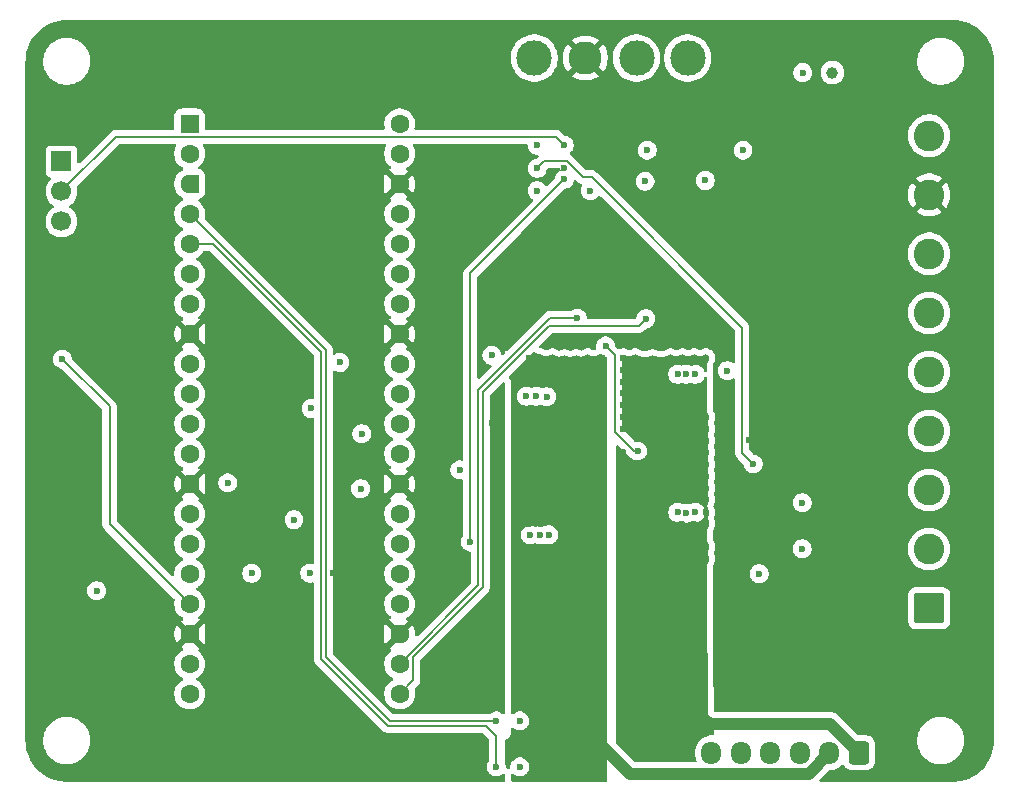
<source format=gbl>
%TF.GenerationSoftware,KiCad,Pcbnew,9.0.2*%
%TF.CreationDate,2025-07-02T07:21:28-06:00*%
%TF.ProjectId,Pico_H-bridge_complete,5069636f-5f48-42d6-9272-696467655f63,rev?*%
%TF.SameCoordinates,Original*%
%TF.FileFunction,Copper,L4,Bot*%
%TF.FilePolarity,Positive*%
%FSLAX46Y46*%
G04 Gerber Fmt 4.6, Leading zero omitted, Abs format (unit mm)*
G04 Created by KiCad (PCBNEW 9.0.2) date 2025-07-02 07:21:28*
%MOMM*%
%LPD*%
G01*
G04 APERTURE LIST*
G04 Aperture macros list*
%AMRoundRect*
0 Rectangle with rounded corners*
0 $1 Rounding radius*
0 $2 $3 $4 $5 $6 $7 $8 $9 X,Y pos of 4 corners*
0 Add a 4 corners polygon primitive as box body*
4,1,4,$2,$3,$4,$5,$6,$7,$8,$9,$2,$3,0*
0 Add four circle primitives for the rounded corners*
1,1,$1+$1,$2,$3*
1,1,$1+$1,$4,$5*
1,1,$1+$1,$6,$7*
1,1,$1+$1,$8,$9*
0 Add four rect primitives between the rounded corners*
20,1,$1+$1,$2,$3,$4,$5,0*
20,1,$1+$1,$4,$5,$6,$7,0*
20,1,$1+$1,$6,$7,$8,$9,0*
20,1,$1+$1,$8,$9,$2,$3,0*%
%AMFreePoly0*
4,1,37,0.603843,0.796157,0.639018,0.796157,0.711114,0.766294,0.766294,0.711114,0.796157,0.639018,0.796157,0.603843,0.800000,0.600000,0.800000,-0.600000,0.796157,-0.603843,0.796157,-0.639018,0.766294,-0.711114,0.711114,-0.766294,0.639018,-0.796157,0.603843,-0.796157,0.600000,-0.800000,0.000000,-0.800000,0.000000,-0.796148,-0.078414,-0.796148,-0.232228,-0.765552,-0.377117,-0.705537,
-0.507515,-0.618408,-0.618408,-0.507515,-0.705537,-0.377117,-0.765552,-0.232228,-0.796148,-0.078414,-0.796148,0.078414,-0.765552,0.232228,-0.705537,0.377117,-0.618408,0.507515,-0.507515,0.618408,-0.377117,0.705537,-0.232228,0.765552,-0.078414,0.796148,0.000000,0.796148,0.000000,0.800000,0.600000,0.800000,0.603843,0.796157,0.603843,0.796157,$1*%
%AMFreePoly1*
4,1,37,0.000000,0.796148,0.078414,0.796148,0.232228,0.765552,0.377117,0.705537,0.507515,0.618408,0.618408,0.507515,0.705537,0.377117,0.765552,0.232228,0.796148,0.078414,0.796148,-0.078414,0.765552,-0.232228,0.705537,-0.377117,0.618408,-0.507515,0.507515,-0.618408,0.377117,-0.705537,0.232228,-0.765552,0.078414,-0.796148,0.000000,-0.796148,0.000000,-0.800000,-0.600000,-0.800000,
-0.603843,-0.796157,-0.639018,-0.796157,-0.711114,-0.766294,-0.766294,-0.711114,-0.796157,-0.639018,-0.796157,-0.603843,-0.800000,-0.600000,-0.800000,0.600000,-0.796157,0.603843,-0.796157,0.639018,-0.766294,0.711114,-0.711114,0.766294,-0.639018,0.796157,-0.603843,0.796157,-0.600000,0.800000,0.000000,0.800000,0.000000,0.796148,0.000000,0.796148,$1*%
G04 Aperture macros list end*
%TA.AperFunction,ComponentPad*%
%ADD10RoundRect,0.200000X-0.600000X-0.600000X0.600000X-0.600000X0.600000X0.600000X-0.600000X0.600000X0*%
%TD*%
%TA.AperFunction,ComponentPad*%
%ADD11C,1.600000*%
%TD*%
%TA.AperFunction,ComponentPad*%
%ADD12FreePoly0,0.000000*%
%TD*%
%TA.AperFunction,ComponentPad*%
%ADD13FreePoly1,0.000000*%
%TD*%
%TA.AperFunction,ComponentPad*%
%ADD14RoundRect,0.250000X1.050000X-1.050000X1.050000X1.050000X-1.050000X1.050000X-1.050000X-1.050000X0*%
%TD*%
%TA.AperFunction,ComponentPad*%
%ADD15C,2.600000*%
%TD*%
%TA.AperFunction,ComponentPad*%
%ADD16C,3.000000*%
%TD*%
%TA.AperFunction,ComponentPad*%
%ADD17C,1.700000*%
%TD*%
%TA.AperFunction,ComponentPad*%
%ADD18R,1.700000X1.700000*%
%TD*%
%TA.AperFunction,ComponentPad*%
%ADD19C,2.800000*%
%TD*%
%TA.AperFunction,ComponentPad*%
%ADD20O,1.700000X1.950000*%
%TD*%
%TA.AperFunction,ComponentPad*%
%ADD21RoundRect,0.250000X0.600000X0.725000X-0.600000X0.725000X-0.600000X-0.725000X0.600000X-0.725000X0*%
%TD*%
%TA.AperFunction,ComponentPad*%
%ADD22RoundRect,0.250000X-1.050000X-1.050000X1.050000X-1.050000X1.050000X1.050000X-1.050000X1.050000X0*%
%TD*%
%TA.AperFunction,ViaPad*%
%ADD23C,0.600000*%
%TD*%
%TA.AperFunction,ViaPad*%
%ADD24C,1.000000*%
%TD*%
%TA.AperFunction,Conductor*%
%ADD25C,1.000000*%
%TD*%
%TA.AperFunction,Conductor*%
%ADD26C,0.200000*%
%TD*%
G04 APERTURE END LIST*
D10*
%TO.P,U1,1,GPIO0*%
%TO.N,unconnected-(U1-GPIO0-Pad1)*%
X97400000Y-64300000D03*
D11*
%TO.P,U1,2,GPIO1*%
%TO.N,unconnected-(U1-GPIO1-Pad2)*%
X97400000Y-66840000D03*
D12*
%TO.P,U1,3,GND*%
%TO.N,unconnected-(U1-GND-Pad3)_1*%
X97400000Y-69380000D03*
D11*
%TO.P,U1,4,GPIO2*%
%TO.N,A*%
X97400000Y-71920000D03*
%TO.P,U1,5,GPIO3*%
%TO.N,B*%
X97400000Y-74460000D03*
%TO.P,U1,6,GPIO4*%
%TO.N,unconnected-(U1-GPIO4-Pad6)*%
X97400000Y-77000000D03*
%TO.P,U1,7,GPIO5*%
%TO.N,unconnected-(U1-GPIO5-Pad7)_1*%
X97400000Y-79540000D03*
D12*
%TO.P,U1,8,GND*%
%TO.N,GND*%
X97400000Y-82080000D03*
D11*
%TO.P,U1,9,GPIO6*%
%TO.N,unconnected-(U1-GPIO6-Pad9)*%
X97400000Y-84620000D03*
%TO.P,U1,10,GPIO7*%
%TO.N,unconnected-(U1-GPIO7-Pad10)*%
X97400000Y-87160000D03*
%TO.P,U1,11,GPIO8*%
%TO.N,unconnected-(U1-GPIO8-Pad11)_1*%
X97400000Y-89700000D03*
%TO.P,U1,12,GPIO9*%
%TO.N,unconnected-(U1-GPIO9-Pad12)*%
X97400000Y-92240000D03*
D12*
%TO.P,U1,13,GND*%
%TO.N,GND*%
X97400000Y-94780000D03*
D11*
%TO.P,U1,14,GPIO10*%
%TO.N,unconnected-(U1-GPIO10-Pad14)_1*%
X97400000Y-97320000D03*
%TO.P,U1,15,GPIO11*%
%TO.N,unconnected-(U1-GPIO11-Pad15)_1*%
X97400000Y-99860000D03*
%TO.P,U1,16,GPIO12*%
%TO.N,unconnected-(U1-GPIO12-Pad16)*%
X97400000Y-102400000D03*
%TO.P,U1,17,GPIO13*%
%TO.N,Net-(U1-GPIO13)*%
X97400000Y-104940000D03*
D12*
%TO.P,U1,18,GND*%
%TO.N,GND*%
X97400000Y-107480000D03*
D11*
%TO.P,U1,19,GPIO14*%
%TO.N,Limit Switch*%
X97400000Y-110020000D03*
%TO.P,U1,20,GPIO15*%
%TO.N,Home*%
X97400000Y-112560000D03*
%TO.P,U1,21,GPIO16*%
%TO.N,Net-(U1-GPIO16)*%
X115180000Y-112560000D03*
%TO.P,U1,22,GPIO17*%
%TO.N,Net-(U1-GPIO17)*%
X115180000Y-110020000D03*
D13*
%TO.P,U1,23,GND*%
%TO.N,GND*%
X115180000Y-107480000D03*
D11*
%TO.P,U1,24,GPIO18*%
%TO.N,PWM Position*%
X115180000Y-104940000D03*
%TO.P,U1,25,GPIO19*%
%TO.N,PWM Speed*%
X115180000Y-102400000D03*
%TO.P,U1,26,GPIO20*%
%TO.N,PWM Position x10*%
X115180000Y-99860000D03*
%TO.P,U1,27,GPIO21*%
%TO.N,Speed_set PWM*%
X115180000Y-97320000D03*
D13*
%TO.P,U1,28,GND*%
%TO.N,GND*%
X115180000Y-94780000D03*
D11*
%TO.P,U1,29,GPIO22*%
%TO.N,unconnected-(U1-GPIO22-Pad29)*%
X115180000Y-92240000D03*
%TO.P,U1,30,RUN*%
%TO.N,unconnected-(U1-RUN-Pad30)*%
X115180000Y-89700000D03*
%TO.P,U1,31,GPIO26_ADC0*%
%TO.N,Speed_set*%
X115180000Y-87160000D03*
%TO.P,U1,32,GPIO27_ADC1*%
%TO.N,Net-(U1-GPIO27_ADC1)*%
X115180000Y-84620000D03*
D13*
%TO.P,U1,33,AGND*%
%TO.N,GND*%
X115180000Y-82080000D03*
D11*
%TO.P,U1,34,GPIO28_ADC2*%
%TO.N,unconnected-(U1-GPIO28_ADC2-Pad34)_1*%
X115180000Y-79540000D03*
%TO.P,U1,35,ADC_VREF*%
%TO.N,+3.3V*%
X115180000Y-77000000D03*
%TO.P,U1,36,3V3*%
X115180000Y-74460000D03*
%TO.P,U1,37,3V3_EN*%
%TO.N,unconnected-(U1-3V3_EN-Pad37)_1*%
X115180000Y-71920000D03*
D13*
%TO.P,U1,38,GND*%
%TO.N,GND*%
X115180000Y-69380000D03*
D11*
%TO.P,U1,39,VSYS*%
%TO.N,+5V*%
X115180000Y-66840000D03*
%TO.P,U1,40,VBUS*%
%TO.N,unconnected-(U1-VBUS-Pad40)*%
X115180000Y-64300000D03*
%TD*%
D14*
%TO.P,J1,1,Pin_1*%
%TO.N,Net-(J1-Pin_1)*%
X160020000Y-105300000D03*
D15*
%TO.P,J1,2,Pin_2*%
%TO.N,Net-(J1-Pin_2)*%
X160020000Y-100300000D03*
%TO.P,J1,3,Pin_3*%
%TO.N,Net-(J1-Pin_3)*%
X160020000Y-95300000D03*
%TO.P,J1,4,Pin_4*%
%TO.N,Net-(J1-Pin_4)*%
X160020000Y-90300000D03*
%TO.P,J1,5,Pin_5*%
%TO.N,Analog Position x10*%
X160020000Y-85300000D03*
%TO.P,J1,6,Pin_6*%
%TO.N,Analog Position*%
X160020000Y-80300000D03*
%TO.P,J1,7,Pin_7*%
%TO.N,Analog Speed*%
X160020000Y-75300000D03*
%TO.P,J1,8,Pin_8*%
%TO.N,GND*%
X160020000Y-70300000D03*
%TO.P,J1,9,Pin_9*%
%TO.N,Net-(D5-A)*%
X160020000Y-65300000D03*
%TD*%
D16*
%TO.P,TP1,1,1*%
%TO.N,Speed_set*%
X126575000Y-58725000D03*
%TD*%
D17*
%TO.P,J4,2,Pin_2*%
%TO.N,M-*%
X131865000Y-105995000D03*
D18*
%TO.P,J4,1,Pin_1*%
%TO.N,M+*%
X134405000Y-105995000D03*
%TD*%
D16*
%TO.P,TP2,1,1*%
%TO.N,+10V*%
X139572778Y-58725000D03*
%TD*%
D19*
%TO.P,TP6,1,1*%
%TO.N,GND*%
X130907593Y-58725000D03*
%TD*%
D20*
%TO.P,J2,6,Pin_6*%
%TO.N,Net-(J2-Pin_6)*%
X141575000Y-117555000D03*
%TO.P,J2,5,Pin_5*%
%TO.N,Net-(J2-Pin_5)*%
X144075000Y-117555000D03*
%TO.P,J2,4,Pin_4*%
%TO.N,+5V*%
X146575000Y-117555000D03*
%TO.P,J2,3,Pin_3*%
%TO.N,GND*%
X149075000Y-117555000D03*
%TO.P,J2,2,Pin_2*%
%TO.N,M-*%
X151575000Y-117555000D03*
D21*
%TO.P,J2,1,Pin_1*%
%TO.N,M+*%
X154075000Y-117555000D03*
%TD*%
D16*
%TO.P,TP3,1,1*%
%TO.N,+5V*%
X135240185Y-58725000D03*
%TD*%
D15*
%TO.P,J3,2,Pin_2*%
%TO.N,M+*%
X135425000Y-115100000D03*
D22*
%TO.P,J3,1,Pin_1*%
%TO.N,M-*%
X130425000Y-115100000D03*
%TD*%
D18*
%TO.P,JP1,1,A*%
%TO.N,Speed_set PWM*%
X86550000Y-67485000D03*
D17*
%TO.P,JP1,2,C*%
%TO.N,Net-(JP1-C)*%
X86550000Y-70025000D03*
%TO.P,JP1,3,B*%
%TO.N,+5V*%
X86550000Y-72565000D03*
%TD*%
D23*
%TO.N,Net-(U1-GPIO17)*%
X130225000Y-80746000D03*
%TO.N,Net-(U1-GPIO16)*%
X136020000Y-80800000D03*
%TO.N,GND*%
X125360000Y-118750000D03*
X125365000Y-114850000D03*
X117120000Y-95600000D03*
%TO.N,+12V*%
X127620000Y-87400000D03*
X125920000Y-87360000D03*
X126737500Y-87360000D03*
X138720000Y-85500000D03*
X140220000Y-85500000D03*
X122990000Y-83900000D03*
X139462500Y-85485000D03*
X142920000Y-85200000D03*
%TO.N,A*%
X123365000Y-114850000D03*
%TO.N,B*%
X123360000Y-118750000D03*
%TO.N,Net-(JP1-C)*%
X129120000Y-66100000D03*
%TO.N,/H-Bridge/CCW0*%
X126832500Y-68055000D03*
%TO.N,/H-Bridge/CCW1*%
X129120000Y-69000000D03*
X121167400Y-99700000D03*
%TO.N,/H-Bridge/CCW0*%
X145120000Y-93100000D03*
%TO.N,GND*%
X144790000Y-91077500D03*
%TO.N,Limit Switch*%
X149270000Y-96377143D03*
%TO.N,Home*%
X149270000Y-100281429D03*
%TO.N,Net-(U1-GPIO13)*%
X86620000Y-84220000D03*
%TO.N,GND*%
X112402500Y-83550000D03*
%TO.N,+3.3V*%
X110127500Y-84500000D03*
%TO.N,+10V*%
X120267400Y-93602500D03*
X145620000Y-102400000D03*
%TO.N,GND*%
X151570000Y-94425000D03*
X151570000Y-98329286D03*
X151270000Y-104185714D03*
X151570000Y-106137857D03*
X124722500Y-80791000D03*
X141515500Y-80791000D03*
%TO.N,+5V*%
X126832500Y-69955000D03*
%TO.N,GND*%
X129107500Y-68055000D03*
X142755000Y-66437500D03*
%TO.N,+12V*%
X144255000Y-66525000D03*
%TO.N,GND*%
X144000000Y-69090000D03*
%TO.N,+10V*%
X141050000Y-69090000D03*
%TO.N,+12V*%
X149300000Y-59960000D03*
D24*
X151820000Y-59960000D03*
D23*
%TO.N,M-*%
X130120000Y-84200000D03*
X130120000Y-87120000D03*
X130120000Y-88120000D03*
X130120000Y-85120000D03*
X130118000Y-89100000D03*
X130120000Y-86120000D03*
%TO.N,GND*%
X122990000Y-89644167D03*
%TO.N,Net-(D4-K)*%
X135320000Y-92000000D03*
%TO.N,M+*%
X135122000Y-100120000D03*
X136122000Y-100120000D03*
%TO.N,M-*%
X132120000Y-90100000D03*
%TO.N,M+*%
X140122000Y-98220000D03*
X140122000Y-84120000D03*
X138122000Y-90120000D03*
X140122000Y-93120000D03*
%TO.N,M-*%
X131122000Y-100120000D03*
%TO.N,M+*%
X140122000Y-90120000D03*
%TO.N,GND*%
X139462500Y-97260000D03*
%TO.N,M+*%
X135113000Y-94100000D03*
X134120000Y-89100000D03*
%TO.N,M-*%
X132122000Y-84120000D03*
%TO.N,M+*%
X140122000Y-94120000D03*
%TO.N,M-*%
X131122000Y-101120000D03*
%TO.N,M+*%
X141115000Y-96120000D03*
%TO.N,M-*%
X131120000Y-99100000D03*
X131122000Y-88120000D03*
X132122000Y-86120000D03*
X131122000Y-85120000D03*
%TO.N,M+*%
X141115000Y-89120000D03*
%TO.N,M-*%
X126122000Y-84120000D03*
%TO.N,M+*%
X134122000Y-100120000D03*
X138115000Y-91120000D03*
X134115000Y-97120000D03*
X139122000Y-84120000D03*
X141115000Y-94120000D03*
X134113000Y-94100000D03*
%TO.N,M-*%
X130122000Y-101120000D03*
X132122000Y-100120000D03*
%TO.N,M+*%
X135115000Y-98120000D03*
%TO.N,M-*%
X132122000Y-101120000D03*
X132122000Y-88120000D03*
%TO.N,M+*%
X134120000Y-90100000D03*
X138115000Y-95120000D03*
%TO.N,M-*%
X132120000Y-95100000D03*
%TO.N,M+*%
X140122000Y-95120000D03*
X134115000Y-99120000D03*
%TO.N,M-*%
X127122000Y-84120000D03*
X128122000Y-84120000D03*
%TO.N,M+*%
X141115000Y-101100000D03*
X134122000Y-87120000D03*
%TO.N,M-*%
X131120000Y-89100000D03*
%TO.N,M+*%
X134122000Y-88120000D03*
%TO.N,M-*%
X131120000Y-95100000D03*
%TO.N,M+*%
X141115000Y-92120000D03*
X134122000Y-84120000D03*
X141115000Y-91120000D03*
X140122000Y-101120000D03*
X134115000Y-98120000D03*
%TO.N,M-*%
X132120000Y-93100000D03*
%TO.N,M+*%
X141115000Y-98120000D03*
X136122000Y-101120000D03*
%TO.N,GND*%
X133602500Y-68045000D03*
%TO.N,M+*%
X135115000Y-99120000D03*
%TO.N,M-*%
X132120000Y-89100000D03*
X132115000Y-98120000D03*
%TO.N,M+*%
X139122000Y-94120000D03*
%TO.N,M-*%
X130122000Y-100120000D03*
X131122000Y-86120000D03*
%TO.N,M+*%
X138122000Y-84120000D03*
X139122000Y-100120000D03*
%TO.N,M-*%
X131122000Y-97120000D03*
%TO.N,M+*%
X134122000Y-85120000D03*
%TO.N,M-*%
X132122000Y-85120000D03*
X130120000Y-99100000D03*
%TO.N,M+*%
X139122000Y-93120000D03*
X135122000Y-87120000D03*
%TO.N,GND*%
X129107500Y-64220000D03*
%TO.N,M+*%
X140122000Y-89120000D03*
%TO.N,GND*%
X138885000Y-69100000D03*
%TO.N,M+*%
X141115000Y-90120000D03*
X134115000Y-92120000D03*
X136115000Y-99120000D03*
%TO.N,M-*%
X131122000Y-98120000D03*
X132120000Y-94100000D03*
%TO.N,M+*%
X135122000Y-101120000D03*
%TO.N,M-*%
X132122000Y-87120000D03*
%TO.N,GND*%
X137655000Y-66437500D03*
%TO.N,M+*%
X140122000Y-96120000D03*
X141115000Y-93120000D03*
X139122000Y-89120000D03*
X138115000Y-94120000D03*
%TO.N,M-*%
X131122000Y-96120000D03*
%TO.N,M+*%
X135122000Y-84120000D03*
X134115000Y-96120000D03*
%TO.N,M-*%
X132115000Y-99120000D03*
%TO.N,M+*%
X141115000Y-95120000D03*
X139122000Y-92120000D03*
%TO.N,M-*%
X132115000Y-92200000D03*
X132115000Y-96120000D03*
%TO.N,M+*%
X135122000Y-86120000D03*
X140122000Y-92120000D03*
X140122000Y-91120000D03*
X141115000Y-84120000D03*
X139122000Y-91120000D03*
X140122000Y-100120000D03*
X139122000Y-101120000D03*
X138115000Y-93120000D03*
X139122000Y-95120000D03*
X138115000Y-92120000D03*
X138115000Y-96120000D03*
X139122000Y-90120000D03*
X139122000Y-96120000D03*
X139120000Y-98200000D03*
%TO.N,GND*%
X127056238Y-99116260D03*
%TO.N,M+*%
X135115000Y-96120000D03*
X134120000Y-93100000D03*
X134113000Y-95100000D03*
%TO.N,M-*%
X131122000Y-84120000D03*
%TO.N,GND*%
X146295000Y-59905000D03*
%TO.N,M+*%
X135113000Y-95100000D03*
X141115000Y-100120000D03*
X135115000Y-97120000D03*
X134122000Y-101120000D03*
%TO.N,M-*%
X131122000Y-87120000D03*
X132115000Y-97120000D03*
%TO.N,M+*%
X135122000Y-85120000D03*
X134122000Y-86120000D03*
%TO.N,M-*%
X131120000Y-94100000D03*
%TO.N,M+*%
X135120000Y-89100000D03*
X138122000Y-89120000D03*
X135122000Y-88120000D03*
%TO.N,+5V*%
X126832500Y-66120000D03*
X136155000Y-66525000D03*
X135960000Y-69150000D03*
X131327500Y-69945000D03*
%TO.N,M-*%
X128122000Y-89120000D03*
X125122000Y-94120000D03*
X126122000Y-90120000D03*
X125122000Y-95120000D03*
X126122000Y-96120000D03*
X127120000Y-98200000D03*
X125122000Y-93120000D03*
X127115000Y-95120000D03*
X126120000Y-98200000D03*
X128115000Y-92120000D03*
X125122000Y-91120000D03*
X127115000Y-96120000D03*
X127115000Y-93120000D03*
X126122000Y-100120000D03*
X128115000Y-93120000D03*
X126122000Y-93120000D03*
X125122000Y-96120000D03*
X125122000Y-90120000D03*
X127115000Y-91120000D03*
X127122000Y-101120000D03*
X127115000Y-94120000D03*
X127115000Y-92120000D03*
X125122000Y-101120000D03*
X126122000Y-91120000D03*
X126122000Y-94120000D03*
X127122000Y-90120000D03*
X125122000Y-100120000D03*
X126122000Y-89120000D03*
X127122000Y-89120000D03*
X125122000Y-89120000D03*
X125122000Y-92120000D03*
X127122000Y-100120000D03*
X126122000Y-92120000D03*
X128122000Y-90120000D03*
X126122000Y-101120000D03*
X128115000Y-95120000D03*
X128115000Y-91120000D03*
X126122000Y-95120000D03*
X128115000Y-96120000D03*
X128115000Y-94120000D03*
X130115000Y-91100000D03*
X131122000Y-90100000D03*
X125120000Y-99100000D03*
X125120000Y-98100000D03*
%TO.N,M+*%
X135995000Y-88100000D03*
X135995000Y-85100000D03*
X135993000Y-90080000D03*
X135995000Y-89100000D03*
X135995000Y-87100000D03*
X135995000Y-86100000D03*
X137118000Y-90080000D03*
X137120000Y-88100000D03*
X137120000Y-85100000D03*
X137120000Y-87100000D03*
X137120000Y-86100000D03*
X137120000Y-89100000D03*
X136120000Y-91100000D03*
%TO.N,M-*%
X129120000Y-101100000D03*
X129120000Y-87100000D03*
%TO.N,M+*%
X136020000Y-94100000D03*
%TO.N,M-*%
X128120000Y-101100000D03*
%TO.N,GND*%
X138720000Y-97200000D03*
%TO.N,M+*%
X137120000Y-94100000D03*
X137120000Y-93100000D03*
X137122000Y-97120000D03*
X137122000Y-98120000D03*
X137122000Y-95120000D03*
X137122000Y-96120000D03*
%TO.N,M-*%
X130120000Y-93100000D03*
X130120000Y-96100000D03*
X130120000Y-97100000D03*
X130120000Y-94100000D03*
X130118000Y-98080000D03*
X130120000Y-95100000D03*
%TO.N,GND*%
X126220000Y-99100000D03*
%TO.N,M-*%
X129120000Y-94100000D03*
X129118000Y-98080000D03*
X129120000Y-95100000D03*
X129120000Y-93100000D03*
%TO.N,GND*%
X140220000Y-97200000D03*
%TO.N,M-*%
X129120000Y-96100000D03*
X129120000Y-97100000D03*
%TO.N,M+*%
X136022000Y-97120000D03*
X136022000Y-98120000D03*
X136022000Y-95120000D03*
X136022000Y-96120000D03*
%TO.N,M-*%
X129120000Y-100100000D03*
X130120000Y-90100000D03*
X129120000Y-86100000D03*
%TO.N,M+*%
X133900000Y-108600000D03*
%TO.N,M-*%
X129118000Y-89080000D03*
X129120000Y-85100000D03*
%TO.N,GND*%
X142782500Y-99950000D03*
%TO.N,M-*%
X129113000Y-92100000D03*
%TO.N,Net-(D4-K)*%
X132620000Y-83100000D03*
%TO.N,M-*%
X129120000Y-90100000D03*
X129113000Y-91100000D03*
X128120000Y-100100000D03*
X129120000Y-84200000D03*
X129120000Y-88100000D03*
%TO.N,M+*%
X136020000Y-93200000D03*
X141120000Y-97200000D03*
%TO.N,GND*%
X123057500Y-96050000D03*
%TO.N,M+*%
X136595000Y-84200000D03*
X138120000Y-100100000D03*
X138120000Y-101100000D03*
X135120000Y-90100000D03*
%TO.N,GND*%
X127820000Y-99100000D03*
%TO.N,M+*%
X137120000Y-101100000D03*
X137120000Y-100100000D03*
X137120000Y-92100000D03*
X137120000Y-91100000D03*
X137120000Y-99100000D03*
%TO.N,M-*%
X132350000Y-108600000D03*
%TO.N,Analog Position x10*%
X100620000Y-94700000D03*
%TO.N,Analog Position*%
X111970000Y-90545000D03*
%TO.N,GND*%
X89520000Y-106125000D03*
X100610000Y-91755000D03*
X104645000Y-102370000D03*
X111970000Y-87595000D03*
X105685000Y-88400000D03*
X111870000Y-92235000D03*
X106235000Y-92415000D03*
X86620000Y-93120000D03*
X109555000Y-102330000D03*
%TO.N,Analog Speed*%
X111870000Y-95185000D03*
%TO.N,+10V*%
X106235000Y-97815000D03*
%TO.N,+3.3V*%
X89520000Y-103825000D03*
X102665000Y-102360000D03*
X107575000Y-102340000D03*
X107677500Y-88400000D03*
%TD*%
D25*
%TO.N,M+*%
X135425000Y-115100000D02*
X151620000Y-115100000D01*
X151620000Y-115100000D02*
X154075000Y-117555000D01*
%TO.N,M-*%
X130425000Y-115100000D02*
X134656000Y-119331000D01*
X134656000Y-119331000D02*
X149799000Y-119331000D01*
X149799000Y-119331000D02*
X151575000Y-117555000D01*
D26*
%TO.N,Net-(U1-GPIO16)*%
X115180000Y-112560000D02*
X116320000Y-111420000D01*
X116320000Y-111420000D02*
X116320000Y-109447100D01*
X127850636Y-81400000D02*
X135420000Y-81400000D01*
X116320000Y-109447100D02*
X122221000Y-103546100D01*
X122221000Y-87029636D02*
X127850636Y-81400000D01*
X122221000Y-103546100D02*
X122221000Y-87029636D01*
X135420000Y-81400000D02*
X136020000Y-80800000D01*
%TO.N,Net-(U1-GPIO17)*%
X115180000Y-110020000D02*
X121820000Y-103380000D01*
X121820000Y-86863536D02*
X127937536Y-80746000D01*
X121820000Y-103380000D02*
X121820000Y-86863536D01*
X127937536Y-80746000D02*
X130225000Y-80746000D01*
%TO.N,B*%
X99372900Y-74460000D02*
X108519000Y-83606100D01*
X108519000Y-83606100D02*
X108519000Y-109599000D01*
X108519000Y-109599000D02*
X114171000Y-115251000D01*
X97400000Y-74460000D02*
X99372900Y-74460000D01*
X114171000Y-115251000D02*
X122471000Y-115251000D01*
X122471000Y-115251000D02*
X123360000Y-116140000D01*
X123360000Y-116140000D02*
X123360000Y-118750000D01*
%TO.N,A*%
X97400000Y-71920000D02*
X108920000Y-83440000D01*
X108920000Y-83440000D02*
X108920000Y-109432900D01*
X108920000Y-109432900D02*
X114337100Y-114850000D01*
X114337100Y-114850000D02*
X123365000Y-114850000D01*
%TO.N,B*%
X123360000Y-118750000D02*
X123270000Y-118750000D01*
X123270000Y-118750000D02*
X123220000Y-118700000D01*
%TO.N,/H-Bridge/CCW0*%
X126832500Y-68055000D02*
X127433500Y-67454000D01*
X127433500Y-67454000D02*
X129356443Y-67454000D01*
X130726500Y-68824057D02*
X131444057Y-68824057D01*
X131444057Y-68824057D02*
X144189000Y-81569000D01*
X129356443Y-67454000D02*
X130726500Y-68824057D01*
X144189000Y-81569000D02*
X144189000Y-92169000D01*
X144189000Y-92169000D02*
X145120000Y-93100000D01*
%TO.N,Net-(JP1-C)*%
X128421000Y-65401000D02*
X129120000Y-66100000D01*
X91174000Y-65401000D02*
X128421000Y-65401000D01*
X86550000Y-70025000D02*
X91174000Y-65401000D01*
%TO.N,/H-Bridge/CCW1*%
X121167400Y-76952600D02*
X129120000Y-69000000D01*
X121167400Y-99700000D02*
X121167400Y-76952600D01*
%TO.N,Net-(U1-GPIO13)*%
X86620000Y-84220000D02*
X90620000Y-88220000D01*
X90620000Y-88220000D02*
X90620000Y-98160000D01*
X90620000Y-98160000D02*
X97400000Y-104940000D01*
%TO.N,Net-(D4-K)*%
X133420000Y-83900000D02*
X133420000Y-85900000D01*
X132620000Y-83100000D02*
X133420000Y-83900000D01*
X133420000Y-90391364D02*
X135028636Y-92000000D01*
X135028636Y-92000000D02*
X135320000Y-92000000D01*
X133420000Y-85900000D02*
X133420000Y-90391364D01*
%TD*%
%TA.AperFunction,Conductor*%
%TO.N,GND*%
G36*
X162003032Y-55500648D02*
G01*
X162336929Y-55517052D01*
X162349037Y-55518245D01*
X162452146Y-55533539D01*
X162676699Y-55566849D01*
X162688617Y-55569219D01*
X163009951Y-55649709D01*
X163021588Y-55653240D01*
X163092806Y-55678722D01*
X163333467Y-55764832D01*
X163344688Y-55769479D01*
X163644163Y-55911120D01*
X163654871Y-55916844D01*
X163938988Y-56087137D01*
X163949106Y-56093897D01*
X164215170Y-56291224D01*
X164224576Y-56298944D01*
X164470013Y-56521395D01*
X164478604Y-56529986D01*
X164654901Y-56724500D01*
X164701055Y-56775423D01*
X164708775Y-56784829D01*
X164906102Y-57050893D01*
X164912862Y-57061011D01*
X165075931Y-57333076D01*
X165083148Y-57345116D01*
X165088883Y-57355844D01*
X165153623Y-57492726D01*
X165230514Y-57655297D01*
X165235170Y-57666540D01*
X165346759Y-57978411D01*
X165350292Y-57990055D01*
X165430777Y-58311369D01*
X165433151Y-58323305D01*
X165481754Y-58650962D01*
X165482947Y-58663071D01*
X165499351Y-58996966D01*
X165499500Y-59003051D01*
X165499500Y-116496948D01*
X165499351Y-116503033D01*
X165482947Y-116836928D01*
X165481754Y-116849037D01*
X165433151Y-117176694D01*
X165430777Y-117188630D01*
X165350292Y-117509944D01*
X165346759Y-117521588D01*
X165235170Y-117833459D01*
X165230514Y-117844702D01*
X165088885Y-118144151D01*
X165083148Y-118154883D01*
X164912862Y-118438988D01*
X164906102Y-118449106D01*
X164708775Y-118715170D01*
X164701055Y-118724576D01*
X164478611Y-118970006D01*
X164470006Y-118978611D01*
X164224576Y-119201055D01*
X164215170Y-119208775D01*
X163949106Y-119406102D01*
X163938988Y-119412862D01*
X163654883Y-119583148D01*
X163644151Y-119588885D01*
X163344702Y-119730514D01*
X163333459Y-119735170D01*
X163021588Y-119846759D01*
X163009944Y-119850292D01*
X162688630Y-119930777D01*
X162676694Y-119933151D01*
X162349037Y-119981754D01*
X162336928Y-119982947D01*
X162021989Y-119998419D01*
X162003031Y-119999351D01*
X161996949Y-119999500D01*
X150844781Y-119999500D01*
X150777742Y-119979815D01*
X150731987Y-119927011D01*
X150722043Y-119857853D01*
X150751068Y-119794297D01*
X150757100Y-119787819D01*
X150811804Y-119733116D01*
X151478102Y-119066819D01*
X151539425Y-119033334D01*
X151565783Y-119030500D01*
X151681286Y-119030500D01*
X151681287Y-119030500D01*
X151891243Y-118997246D01*
X152093412Y-118931557D01*
X152282816Y-118835051D01*
X152454792Y-118710104D01*
X152593604Y-118571291D01*
X152654923Y-118537809D01*
X152724615Y-118542793D01*
X152780549Y-118584664D01*
X152786821Y-118593878D01*
X152790185Y-118599333D01*
X152790186Y-118599334D01*
X152882288Y-118748656D01*
X153006344Y-118872712D01*
X153155666Y-118964814D01*
X153322203Y-119019999D01*
X153424991Y-119030500D01*
X154725008Y-119030499D01*
X154827797Y-119019999D01*
X154994334Y-118964814D01*
X155143656Y-118872712D01*
X155267712Y-118748656D01*
X155359814Y-118599334D01*
X155414999Y-118432797D01*
X155425500Y-118330009D01*
X155425499Y-116779992D01*
X155423851Y-116763863D01*
X155414999Y-116677203D01*
X155414998Y-116677200D01*
X155399731Y-116631127D01*
X155359814Y-116510666D01*
X155272355Y-116368872D01*
X158999500Y-116368872D01*
X158999500Y-116631127D01*
X159020436Y-116790140D01*
X159033730Y-116891116D01*
X159055178Y-116971161D01*
X159101602Y-117144418D01*
X159101605Y-117144428D01*
X159201953Y-117386690D01*
X159201958Y-117386700D01*
X159333075Y-117613803D01*
X159492718Y-117821851D01*
X159492726Y-117821860D01*
X159678140Y-118007274D01*
X159678148Y-118007281D01*
X159678149Y-118007282D01*
X159726554Y-118044424D01*
X159886196Y-118166924D01*
X160113299Y-118298041D01*
X160113309Y-118298046D01*
X160355571Y-118398394D01*
X160355581Y-118398398D01*
X160608884Y-118466270D01*
X160868880Y-118500500D01*
X160868887Y-118500500D01*
X161131113Y-118500500D01*
X161131120Y-118500500D01*
X161391116Y-118466270D01*
X161644419Y-118398398D01*
X161886697Y-118298043D01*
X162113803Y-118166924D01*
X162321851Y-118007282D01*
X162321855Y-118007277D01*
X162321860Y-118007274D01*
X162507274Y-117821860D01*
X162507277Y-117821855D01*
X162507282Y-117821851D01*
X162666924Y-117613803D01*
X162798043Y-117386697D01*
X162898398Y-117144419D01*
X162966270Y-116891116D01*
X163000500Y-116631120D01*
X163000500Y-116368880D01*
X162966270Y-116108884D01*
X162898398Y-115855581D01*
X162879756Y-115810576D01*
X162798046Y-115613309D01*
X162798041Y-115613299D01*
X162666924Y-115386196D01*
X162507281Y-115178148D01*
X162507274Y-115178140D01*
X162321860Y-114992726D01*
X162321851Y-114992718D01*
X162113803Y-114833075D01*
X161886700Y-114701958D01*
X161886690Y-114701953D01*
X161644428Y-114601605D01*
X161644421Y-114601603D01*
X161644419Y-114601602D01*
X161391116Y-114533730D01*
X161333339Y-114526123D01*
X161131127Y-114499500D01*
X161131120Y-114499500D01*
X160868880Y-114499500D01*
X160868872Y-114499500D01*
X160637772Y-114529926D01*
X160608884Y-114533730D01*
X160355581Y-114601602D01*
X160355571Y-114601605D01*
X160113309Y-114701953D01*
X160113299Y-114701958D01*
X159886196Y-114833075D01*
X159678148Y-114992718D01*
X159492718Y-115178148D01*
X159333075Y-115386196D01*
X159201958Y-115613299D01*
X159201953Y-115613309D01*
X159101605Y-115855571D01*
X159101602Y-115855581D01*
X159033730Y-116108884D01*
X159032724Y-116116528D01*
X158999500Y-116368872D01*
X155272355Y-116368872D01*
X155267712Y-116361344D01*
X155143656Y-116237288D01*
X154994334Y-116145186D01*
X154827797Y-116090001D01*
X154827795Y-116090000D01*
X154725016Y-116079500D01*
X154725009Y-116079500D01*
X154065783Y-116079500D01*
X153998744Y-116059815D01*
X153978102Y-116043181D01*
X152404209Y-114469289D01*
X152404206Y-114469285D01*
X152404206Y-114469286D01*
X152397139Y-114462219D01*
X152397139Y-114462218D01*
X152257782Y-114322861D01*
X152257781Y-114322860D01*
X152257780Y-114322859D01*
X152093920Y-114213371D01*
X152093907Y-114213364D01*
X151928032Y-114144657D01*
X151928027Y-114144656D01*
X151918250Y-114140606D01*
X151911836Y-114137949D01*
X151801511Y-114116004D01*
X151787602Y-114113237D01*
X151718543Y-114099500D01*
X151718541Y-114099500D01*
X141881065Y-114099500D01*
X141814026Y-114079815D01*
X141768271Y-114027011D01*
X141757065Y-113975651D01*
X141752129Y-109917648D01*
X141745175Y-104199983D01*
X158219500Y-104199983D01*
X158219500Y-106400001D01*
X158219501Y-106400018D01*
X158230000Y-106502796D01*
X158230001Y-106502799D01*
X158285185Y-106669331D01*
X158285187Y-106669336D01*
X158302834Y-106697946D01*
X158377288Y-106818656D01*
X158501344Y-106942712D01*
X158650666Y-107034814D01*
X158817203Y-107089999D01*
X158919991Y-107100500D01*
X161120008Y-107100499D01*
X161222797Y-107089999D01*
X161389334Y-107034814D01*
X161538656Y-106942712D01*
X161662712Y-106818656D01*
X161754814Y-106669334D01*
X161809999Y-106502797D01*
X161820500Y-106400009D01*
X161820499Y-104199992D01*
X161809999Y-104097203D01*
X161754814Y-103930666D01*
X161662712Y-103781344D01*
X161538656Y-103657288D01*
X161389334Y-103565186D01*
X161222797Y-103510001D01*
X161222795Y-103510000D01*
X161120010Y-103499500D01*
X158919998Y-103499500D01*
X158919981Y-103499501D01*
X158817203Y-103510000D01*
X158817200Y-103510001D01*
X158650668Y-103565185D01*
X158650663Y-103565187D01*
X158501342Y-103657289D01*
X158377289Y-103781342D01*
X158285187Y-103930663D01*
X158285186Y-103930666D01*
X158230001Y-104097203D01*
X158230001Y-104097204D01*
X158230000Y-104097204D01*
X158219500Y-104199983D01*
X141745175Y-104199983D01*
X141742890Y-102321153D01*
X144819500Y-102321153D01*
X144819500Y-102478846D01*
X144850261Y-102633489D01*
X144850264Y-102633501D01*
X144910602Y-102779172D01*
X144910609Y-102779185D01*
X144998210Y-102910288D01*
X144998213Y-102910292D01*
X145109707Y-103021786D01*
X145109711Y-103021789D01*
X145240814Y-103109390D01*
X145240827Y-103109397D01*
X145378500Y-103166422D01*
X145386503Y-103169737D01*
X145541153Y-103200499D01*
X145541156Y-103200500D01*
X145541158Y-103200500D01*
X145698844Y-103200500D01*
X145698845Y-103200499D01*
X145853497Y-103169737D01*
X145966166Y-103123067D01*
X145999172Y-103109397D01*
X145999172Y-103109396D01*
X145999179Y-103109394D01*
X146130289Y-103021789D01*
X146241789Y-102910289D01*
X146329394Y-102779179D01*
X146389737Y-102633497D01*
X146420500Y-102478842D01*
X146420500Y-102321158D01*
X146420500Y-102321155D01*
X146420499Y-102321153D01*
X146389737Y-102166503D01*
X146389735Y-102166498D01*
X146329397Y-102020827D01*
X146329390Y-102020814D01*
X146241789Y-101889711D01*
X146241786Y-101889707D01*
X146130292Y-101778213D01*
X146130288Y-101778210D01*
X145999185Y-101690609D01*
X145999172Y-101690602D01*
X145853501Y-101630264D01*
X145853489Y-101630261D01*
X145698845Y-101599500D01*
X145698842Y-101599500D01*
X145541158Y-101599500D01*
X145541155Y-101599500D01*
X145386510Y-101630261D01*
X145386498Y-101630264D01*
X145240827Y-101690602D01*
X145240814Y-101690609D01*
X145109711Y-101778210D01*
X145109707Y-101778213D01*
X144998213Y-101889707D01*
X144998210Y-101889711D01*
X144910609Y-102020814D01*
X144910602Y-102020827D01*
X144850264Y-102166498D01*
X144850261Y-102166510D01*
X144819500Y-102321153D01*
X141742890Y-102321153D01*
X141742062Y-101640158D01*
X141761664Y-101573098D01*
X141762881Y-101571238D01*
X141824394Y-101479179D01*
X141884737Y-101333497D01*
X141915500Y-101178842D01*
X141915500Y-101021158D01*
X141915500Y-101021155D01*
X141915499Y-101021153D01*
X141915173Y-101019515D01*
X141884737Y-100866503D01*
X141853760Y-100791717D01*
X141824396Y-100720825D01*
X141824394Y-100720822D01*
X141824394Y-100720821D01*
X141796376Y-100678890D01*
X141775498Y-100612215D01*
X141793982Y-100544835D01*
X141796360Y-100541133D01*
X141824394Y-100499179D01*
X141884737Y-100353497D01*
X141914756Y-100202582D01*
X148469500Y-100202582D01*
X148469500Y-100360275D01*
X148500261Y-100514918D01*
X148500264Y-100514930D01*
X148560602Y-100660601D01*
X148560609Y-100660614D01*
X148648210Y-100791717D01*
X148648213Y-100791721D01*
X148759707Y-100903215D01*
X148759711Y-100903218D01*
X148890814Y-100990819D01*
X148890827Y-100990826D01*
X149012341Y-101041158D01*
X149036503Y-101051166D01*
X149191153Y-101081928D01*
X149191156Y-101081929D01*
X149191158Y-101081929D01*
X149348844Y-101081929D01*
X149348845Y-101081928D01*
X149503497Y-101051166D01*
X149649179Y-100990823D01*
X149780289Y-100903218D01*
X149891789Y-100791718D01*
X149979394Y-100660608D01*
X150039737Y-100514926D01*
X150070500Y-100360271D01*
X150070500Y-100202587D01*
X150070500Y-100202584D01*
X150070499Y-100202582D01*
X150070408Y-100202121D01*
X150066404Y-100181995D01*
X158219500Y-100181995D01*
X158219500Y-100418004D01*
X158219501Y-100418020D01*
X158250306Y-100652010D01*
X158311394Y-100879993D01*
X158401714Y-101098045D01*
X158401719Y-101098056D01*
X158459909Y-101198842D01*
X158519727Y-101302450D01*
X158519729Y-101302453D01*
X158519730Y-101302454D01*
X158663406Y-101489697D01*
X158663412Y-101489704D01*
X158830295Y-101656587D01*
X158830302Y-101656593D01*
X158924226Y-101728663D01*
X159017550Y-101800273D01*
X159137865Y-101869737D01*
X159221943Y-101918280D01*
X159221948Y-101918282D01*
X159221951Y-101918284D01*
X159440007Y-102008606D01*
X159667986Y-102069693D01*
X159901989Y-102100500D01*
X159901996Y-102100500D01*
X160138004Y-102100500D01*
X160138011Y-102100500D01*
X160372014Y-102069693D01*
X160599993Y-102008606D01*
X160818049Y-101918284D01*
X161022450Y-101800273D01*
X161209699Y-101656592D01*
X161376592Y-101489699D01*
X161520273Y-101302450D01*
X161638284Y-101098049D01*
X161728606Y-100879993D01*
X161789693Y-100652014D01*
X161820500Y-100418011D01*
X161820500Y-100181989D01*
X161789693Y-99947986D01*
X161728606Y-99720007D01*
X161638284Y-99501951D01*
X161638282Y-99501948D01*
X161638280Y-99501943D01*
X161556779Y-99360781D01*
X161520273Y-99297550D01*
X161429185Y-99178842D01*
X161376593Y-99110302D01*
X161376587Y-99110295D01*
X161209704Y-98943412D01*
X161209697Y-98943406D01*
X161022454Y-98799730D01*
X161022453Y-98799729D01*
X161022450Y-98799727D01*
X160932359Y-98747713D01*
X160818056Y-98681719D01*
X160818045Y-98681714D01*
X160599993Y-98591394D01*
X160372010Y-98530306D01*
X160138020Y-98499501D01*
X160138017Y-98499500D01*
X160138011Y-98499500D01*
X159901989Y-98499500D01*
X159901983Y-98499500D01*
X159901979Y-98499501D01*
X159667989Y-98530306D01*
X159440006Y-98591394D01*
X159221954Y-98681714D01*
X159221943Y-98681719D01*
X159017545Y-98799730D01*
X158830302Y-98943406D01*
X158830295Y-98943412D01*
X158663412Y-99110295D01*
X158663406Y-99110302D01*
X158519730Y-99297545D01*
X158401719Y-99501943D01*
X158401714Y-99501954D01*
X158311394Y-99720006D01*
X158250306Y-99947989D01*
X158219501Y-100181979D01*
X158219500Y-100181995D01*
X150066404Y-100181995D01*
X150050817Y-100103638D01*
X150039737Y-100047932D01*
X150004289Y-99962352D01*
X149979397Y-99902256D01*
X149979390Y-99902243D01*
X149891789Y-99771140D01*
X149891786Y-99771136D01*
X149780292Y-99659642D01*
X149780288Y-99659639D01*
X149649185Y-99572038D01*
X149649172Y-99572031D01*
X149503501Y-99511693D01*
X149503489Y-99511690D01*
X149348845Y-99480929D01*
X149348842Y-99480929D01*
X149191158Y-99480929D01*
X149191155Y-99480929D01*
X149036510Y-99511690D01*
X149036498Y-99511693D01*
X148890827Y-99572031D01*
X148890814Y-99572038D01*
X148759711Y-99659639D01*
X148759707Y-99659642D01*
X148648213Y-99771136D01*
X148648210Y-99771140D01*
X148560609Y-99902243D01*
X148560602Y-99902256D01*
X148500264Y-100047927D01*
X148500261Y-100047939D01*
X148469500Y-100202582D01*
X141914756Y-100202582D01*
X141915500Y-100198842D01*
X141915500Y-100041158D01*
X141915500Y-100041155D01*
X141915499Y-100041153D01*
X141896967Y-99947986D01*
X141884737Y-99886503D01*
X141840143Y-99778842D01*
X141824397Y-99740828D01*
X141824396Y-99740827D01*
X141824394Y-99740821D01*
X141760450Y-99645122D01*
X141739572Y-99578444D01*
X141739552Y-99576382D01*
X141739527Y-99555465D01*
X141738444Y-98665571D01*
X141758046Y-98598513D01*
X141759242Y-98596684D01*
X141824394Y-98499179D01*
X141884737Y-98353497D01*
X141915500Y-98198842D01*
X141915500Y-98041158D01*
X141915500Y-98041155D01*
X141915499Y-98041153D01*
X141896887Y-97947584D01*
X141884737Y-97886503D01*
X141824394Y-97740821D01*
X141818923Y-97732633D01*
X141798044Y-97665956D01*
X141816528Y-97598576D01*
X141818892Y-97594895D01*
X141829394Y-97579179D01*
X141889737Y-97433497D01*
X141920500Y-97278842D01*
X141920500Y-97121158D01*
X141920500Y-97121155D01*
X141920499Y-97121153D01*
X141910263Y-97069693D01*
X141889737Y-96966503D01*
X141857940Y-96889737D01*
X141829397Y-96820827D01*
X141829390Y-96820814D01*
X141765468Y-96725149D01*
X141744590Y-96658472D01*
X141763074Y-96591092D01*
X141765436Y-96587415D01*
X141824394Y-96499179D01*
X141884737Y-96353497D01*
X141889803Y-96328028D01*
X141895718Y-96298296D01*
X148469500Y-96298296D01*
X148469500Y-96455989D01*
X148500261Y-96610632D01*
X148500264Y-96610644D01*
X148560602Y-96756315D01*
X148560609Y-96756328D01*
X148648210Y-96887431D01*
X148648213Y-96887435D01*
X148759707Y-96998929D01*
X148759711Y-96998932D01*
X148890814Y-97086533D01*
X148890827Y-97086540D01*
X149036498Y-97146878D01*
X149036503Y-97146880D01*
X149191153Y-97177642D01*
X149191156Y-97177643D01*
X149191158Y-97177643D01*
X149348844Y-97177643D01*
X149348845Y-97177642D01*
X149503497Y-97146880D01*
X149649179Y-97086537D01*
X149780289Y-96998932D01*
X149891789Y-96887432D01*
X149979394Y-96756322D01*
X149982567Y-96748663D01*
X150020705Y-96656587D01*
X150039737Y-96610640D01*
X150070500Y-96455985D01*
X150070500Y-96298301D01*
X150070500Y-96298298D01*
X150070499Y-96298296D01*
X150065651Y-96273924D01*
X150039737Y-96143646D01*
X150032792Y-96126879D01*
X149979397Y-95997970D01*
X149979390Y-95997957D01*
X149891789Y-95866854D01*
X149891786Y-95866850D01*
X149780292Y-95755356D01*
X149780288Y-95755353D01*
X149649185Y-95667752D01*
X149649172Y-95667745D01*
X149503501Y-95607407D01*
X149503489Y-95607404D01*
X149348845Y-95576643D01*
X149348842Y-95576643D01*
X149191158Y-95576643D01*
X149191155Y-95576643D01*
X149036510Y-95607404D01*
X149036498Y-95607407D01*
X148890827Y-95667745D01*
X148890814Y-95667752D01*
X148759711Y-95755353D01*
X148759707Y-95755356D01*
X148648213Y-95866850D01*
X148648210Y-95866854D01*
X148560609Y-95997957D01*
X148560602Y-95997970D01*
X148500264Y-96143641D01*
X148500261Y-96143653D01*
X148469500Y-96298296D01*
X141895718Y-96298296D01*
X141901741Y-96268017D01*
X141901741Y-96268016D01*
X141915499Y-96198846D01*
X141915500Y-96198844D01*
X141915500Y-96041155D01*
X141915499Y-96041153D01*
X141898310Y-95954738D01*
X141884737Y-95886503D01*
X141884735Y-95886498D01*
X141824396Y-95740825D01*
X141824394Y-95740822D01*
X141824394Y-95740821D01*
X141789694Y-95688889D01*
X141768816Y-95622215D01*
X141787300Y-95554835D01*
X141789676Y-95551136D01*
X141824394Y-95499179D01*
X141884737Y-95353497D01*
X141915500Y-95198842D01*
X141915500Y-95181995D01*
X158219500Y-95181995D01*
X158219500Y-95418004D01*
X158219501Y-95418020D01*
X158246383Y-95622215D01*
X158250307Y-95652014D01*
X158261902Y-95695288D01*
X158311394Y-95879993D01*
X158401714Y-96098045D01*
X158401719Y-96098056D01*
X158465032Y-96207715D01*
X158519727Y-96302450D01*
X158519729Y-96302453D01*
X158519730Y-96302454D01*
X158663406Y-96489697D01*
X158663412Y-96489704D01*
X158830295Y-96656587D01*
X158830302Y-96656593D01*
X158919646Y-96725149D01*
X159017550Y-96800273D01*
X159148918Y-96876118D01*
X159221943Y-96918280D01*
X159221948Y-96918282D01*
X159221951Y-96918284D01*
X159440007Y-97008606D01*
X159667986Y-97069693D01*
X159901989Y-97100500D01*
X159901996Y-97100500D01*
X160138004Y-97100500D01*
X160138011Y-97100500D01*
X160372014Y-97069693D01*
X160599993Y-97008606D01*
X160818049Y-96918284D01*
X161022450Y-96800273D01*
X161209699Y-96656592D01*
X161376592Y-96489699D01*
X161520273Y-96302450D01*
X161638284Y-96098049D01*
X161728606Y-95879993D01*
X161789693Y-95652014D01*
X161820500Y-95418011D01*
X161820500Y-95181989D01*
X161789693Y-94947986D01*
X161728606Y-94720007D01*
X161638284Y-94501951D01*
X161638282Y-94501948D01*
X161638280Y-94501943D01*
X161588233Y-94415261D01*
X161520273Y-94297550D01*
X161399545Y-94140214D01*
X161376593Y-94110302D01*
X161376587Y-94110295D01*
X161209704Y-93943412D01*
X161209697Y-93943406D01*
X161022454Y-93799730D01*
X161022453Y-93799729D01*
X161022450Y-93799727D01*
X160920422Y-93740821D01*
X160818056Y-93681719D01*
X160818045Y-93681714D01*
X160599993Y-93591394D01*
X160549958Y-93577987D01*
X160372014Y-93530307D01*
X160372013Y-93530306D01*
X160372010Y-93530306D01*
X160138020Y-93499501D01*
X160138017Y-93499500D01*
X160138011Y-93499500D01*
X159901989Y-93499500D01*
X159901983Y-93499500D01*
X159901979Y-93499501D01*
X159667989Y-93530306D01*
X159440006Y-93591394D01*
X159221954Y-93681714D01*
X159221943Y-93681719D01*
X159017545Y-93799730D01*
X158830302Y-93943406D01*
X158830295Y-93943412D01*
X158663412Y-94110295D01*
X158663406Y-94110302D01*
X158519730Y-94297545D01*
X158401719Y-94501943D01*
X158401714Y-94501954D01*
X158311394Y-94720006D01*
X158250306Y-94947989D01*
X158219501Y-95181979D01*
X158219500Y-95181995D01*
X141915500Y-95181995D01*
X141915500Y-95041158D01*
X141915500Y-95041155D01*
X141915499Y-95041153D01*
X141896967Y-94947986D01*
X141884737Y-94886503D01*
X141840623Y-94780001D01*
X141824396Y-94740825D01*
X141824394Y-94740822D01*
X141824394Y-94740821D01*
X141789694Y-94688889D01*
X141768816Y-94622215D01*
X141787300Y-94554835D01*
X141789676Y-94551136D01*
X141824394Y-94499179D01*
X141884737Y-94353497D01*
X141915500Y-94198842D01*
X141915500Y-94041158D01*
X141915500Y-94041155D01*
X141915499Y-94041153D01*
X141911522Y-94021158D01*
X141884737Y-93886503D01*
X141848795Y-93799730D01*
X141824396Y-93740825D01*
X141824394Y-93740822D01*
X141824394Y-93740821D01*
X141789694Y-93688889D01*
X141768816Y-93622215D01*
X141787300Y-93554835D01*
X141789676Y-93551136D01*
X141824394Y-93499179D01*
X141884737Y-93353497D01*
X141915500Y-93198842D01*
X141915500Y-93041158D01*
X141915500Y-93041155D01*
X141915499Y-93041153D01*
X141886050Y-92893106D01*
X141884737Y-92886503D01*
X141876451Y-92866498D01*
X141824396Y-92740825D01*
X141824394Y-92740822D01*
X141824394Y-92740821D01*
X141789694Y-92688889D01*
X141768816Y-92622215D01*
X141787300Y-92554835D01*
X141789676Y-92551136D01*
X141824394Y-92499179D01*
X141884737Y-92353497D01*
X141915500Y-92198842D01*
X141915500Y-92041158D01*
X141915500Y-92041155D01*
X141915499Y-92041153D01*
X141891630Y-91921158D01*
X141884737Y-91886503D01*
X141824394Y-91740821D01*
X141789694Y-91688889D01*
X141768816Y-91622215D01*
X141787300Y-91554835D01*
X141789676Y-91551136D01*
X141824394Y-91499179D01*
X141884737Y-91353497D01*
X141915500Y-91198842D01*
X141915500Y-91041158D01*
X141915500Y-91041155D01*
X141915499Y-91041153D01*
X141902402Y-90975311D01*
X141884737Y-90886503D01*
X141884735Y-90886498D01*
X141824396Y-90740825D01*
X141824394Y-90740822D01*
X141824394Y-90740821D01*
X141789694Y-90688889D01*
X141768816Y-90622215D01*
X141787300Y-90554835D01*
X141789676Y-90551136D01*
X141824394Y-90499179D01*
X141884737Y-90353497D01*
X141915500Y-90198842D01*
X141915500Y-90041158D01*
X141915500Y-90041155D01*
X141915499Y-90041153D01*
X141892039Y-89923213D01*
X141884737Y-89886503D01*
X141849881Y-89802352D01*
X141824396Y-89740825D01*
X141824394Y-89740822D01*
X141824394Y-89740821D01*
X141789694Y-89688889D01*
X141768816Y-89622215D01*
X141787300Y-89554835D01*
X141789676Y-89551136D01*
X141824394Y-89499179D01*
X141884737Y-89353497D01*
X141915500Y-89198842D01*
X141915500Y-89041158D01*
X141915500Y-89041155D01*
X141915499Y-89041153D01*
X141884738Y-88886510D01*
X141884737Y-88886503D01*
X141848795Y-88799730D01*
X141824397Y-88740827D01*
X141824395Y-88740823D01*
X141824394Y-88740821D01*
X141747045Y-88625061D01*
X141726168Y-88558385D01*
X141726149Y-88556502D01*
X141721448Y-84691012D01*
X141741051Y-84623950D01*
X141742346Y-84621972D01*
X141749057Y-84611928D01*
X141824394Y-84499179D01*
X141884737Y-84353497D01*
X141915500Y-84198842D01*
X141915500Y-84041158D01*
X141915500Y-84041155D01*
X141915499Y-84041153D01*
X141884738Y-83886510D01*
X141884737Y-83886503D01*
X141871620Y-83854835D01*
X141824397Y-83740827D01*
X141824390Y-83740814D01*
X141748479Y-83627205D01*
X141748476Y-83627202D01*
X141736789Y-83609711D01*
X141720112Y-83593034D01*
X141720000Y-83500000D01*
X141627078Y-83500000D01*
X141625289Y-83498211D01*
X141587642Y-83473056D01*
X141587640Y-83473054D01*
X141494185Y-83410609D01*
X141494172Y-83410602D01*
X141348501Y-83350264D01*
X141348489Y-83350261D01*
X141193845Y-83319500D01*
X141193842Y-83319500D01*
X141036158Y-83319500D01*
X141036155Y-83319500D01*
X140881510Y-83350261D01*
X140881498Y-83350264D01*
X140735828Y-83410602D01*
X140735815Y-83410609D01*
X140687391Y-83442966D01*
X140620713Y-83463844D01*
X140553333Y-83445360D01*
X140549609Y-83442966D01*
X140501184Y-83410609D01*
X140501181Y-83410607D01*
X140501179Y-83410606D01*
X140501176Y-83410604D01*
X140501171Y-83410602D01*
X140355501Y-83350264D01*
X140355489Y-83350261D01*
X140200845Y-83319500D01*
X140200842Y-83319500D01*
X140043158Y-83319500D01*
X140043155Y-83319500D01*
X139888510Y-83350261D01*
X139888498Y-83350264D01*
X139742827Y-83410602D01*
X139742814Y-83410609D01*
X139690891Y-83445304D01*
X139624214Y-83466182D01*
X139556833Y-83447698D01*
X139553109Y-83445304D01*
X139501185Y-83410609D01*
X139501172Y-83410602D01*
X139355501Y-83350264D01*
X139355489Y-83350261D01*
X139200845Y-83319500D01*
X139200842Y-83319500D01*
X139043158Y-83319500D01*
X139043155Y-83319500D01*
X138888510Y-83350261D01*
X138888498Y-83350264D01*
X138742827Y-83410602D01*
X138742814Y-83410609D01*
X138690891Y-83445304D01*
X138624214Y-83466182D01*
X138556833Y-83447698D01*
X138553109Y-83445304D01*
X138501185Y-83410609D01*
X138501172Y-83410602D01*
X138355501Y-83350264D01*
X138355489Y-83350261D01*
X138200845Y-83319500D01*
X138200842Y-83319500D01*
X138043158Y-83319500D01*
X138043155Y-83319500D01*
X137888510Y-83350261D01*
X137888498Y-83350264D01*
X137742827Y-83410602D01*
X137742814Y-83410609D01*
X137640309Y-83479102D01*
X137573632Y-83499980D01*
X137571418Y-83500000D01*
X137021524Y-83500000D01*
X136974072Y-83490561D01*
X136828501Y-83430264D01*
X136828489Y-83430261D01*
X136673845Y-83399500D01*
X136673842Y-83399500D01*
X136516158Y-83399500D01*
X136516155Y-83399500D01*
X136361510Y-83430261D01*
X136361498Y-83430264D01*
X136215928Y-83490561D01*
X136168476Y-83500000D01*
X135672582Y-83500000D01*
X135605543Y-83480315D01*
X135603691Y-83479102D01*
X135501185Y-83410609D01*
X135501172Y-83410602D01*
X135355501Y-83350264D01*
X135355489Y-83350261D01*
X135200845Y-83319500D01*
X135200842Y-83319500D01*
X135043158Y-83319500D01*
X135043155Y-83319500D01*
X134888510Y-83350261D01*
X134888498Y-83350264D01*
X134742827Y-83410602D01*
X134742814Y-83410609D01*
X134690891Y-83445304D01*
X134624214Y-83466182D01*
X134556833Y-83447698D01*
X134553109Y-83445304D01*
X134501185Y-83410609D01*
X134501172Y-83410602D01*
X134355501Y-83350264D01*
X134355489Y-83350261D01*
X134200845Y-83319500D01*
X134200842Y-83319500D01*
X134043158Y-83319500D01*
X134043155Y-83319500D01*
X133888511Y-83350260D01*
X133888501Y-83350263D01*
X133845542Y-83368057D01*
X133776072Y-83375524D01*
X133713594Y-83344248D01*
X133710411Y-83341176D01*
X133454574Y-83085339D01*
X133421089Y-83024016D01*
X133420638Y-83021849D01*
X133389738Y-82866510D01*
X133389737Y-82866503D01*
X133351323Y-82773762D01*
X133329397Y-82720827D01*
X133329390Y-82720814D01*
X133241789Y-82589711D01*
X133241786Y-82589707D01*
X133130292Y-82478213D01*
X133130288Y-82478210D01*
X132999185Y-82390609D01*
X132999172Y-82390602D01*
X132853501Y-82330264D01*
X132853489Y-82330261D01*
X132698845Y-82299500D01*
X132698842Y-82299500D01*
X132541158Y-82299500D01*
X132541155Y-82299500D01*
X132386510Y-82330261D01*
X132386498Y-82330264D01*
X132240827Y-82390602D01*
X132240814Y-82390609D01*
X132109711Y-82478210D01*
X132109707Y-82478213D01*
X131998213Y-82589707D01*
X131998210Y-82589711D01*
X131910609Y-82720814D01*
X131910602Y-82720827D01*
X131850264Y-82866498D01*
X131850261Y-82866510D01*
X131819500Y-83021153D01*
X131819500Y-83021158D01*
X131819500Y-83178842D01*
X131819500Y-83178844D01*
X131819499Y-83178844D01*
X131836401Y-83263810D01*
X131834295Y-83287340D01*
X131836661Y-83310850D01*
X131831239Y-83321499D01*
X131830174Y-83333402D01*
X131815680Y-83352059D01*
X131804961Y-83373114D01*
X131792828Y-83381476D01*
X131787311Y-83388579D01*
X131777329Y-83395072D01*
X131770030Y-83399335D01*
X131742821Y-83410606D01*
X131687791Y-83447375D01*
X131684545Y-83449272D01*
X131654126Y-83456815D01*
X131624214Y-83466182D01*
X131620484Y-83465158D01*
X131616730Y-83466090D01*
X131587061Y-83455990D01*
X131556833Y-83447698D01*
X131553109Y-83445304D01*
X131501185Y-83410609D01*
X131501172Y-83410602D01*
X131355501Y-83350264D01*
X131355489Y-83350261D01*
X131200845Y-83319500D01*
X131200842Y-83319500D01*
X131043158Y-83319500D01*
X131043155Y-83319500D01*
X130888510Y-83350261D01*
X130888498Y-83350264D01*
X130742827Y-83410602D01*
X130742814Y-83410609D01*
X130640309Y-83479102D01*
X130622262Y-83484752D01*
X130606353Y-83494977D01*
X130575393Y-83499428D01*
X130573632Y-83499980D01*
X130571418Y-83500000D01*
X130546524Y-83500000D01*
X130499072Y-83490561D01*
X130353501Y-83430264D01*
X130353489Y-83430261D01*
X130198845Y-83399500D01*
X130198842Y-83399500D01*
X130041158Y-83399500D01*
X130041155Y-83399500D01*
X129886510Y-83430261D01*
X129886498Y-83430264D01*
X129740928Y-83490561D01*
X129732751Y-83492187D01*
X129728411Y-83494977D01*
X129693476Y-83500000D01*
X129546524Y-83500000D01*
X129499072Y-83490561D01*
X129353501Y-83430264D01*
X129353489Y-83430261D01*
X129198845Y-83399500D01*
X129198842Y-83399500D01*
X129041158Y-83399500D01*
X129041155Y-83399500D01*
X128886510Y-83430261D01*
X128886498Y-83430264D01*
X128740929Y-83490561D01*
X128732752Y-83492187D01*
X128728412Y-83494977D01*
X128693477Y-83500000D01*
X128672582Y-83500000D01*
X128605543Y-83480315D01*
X128603691Y-83479102D01*
X128501185Y-83410609D01*
X128501172Y-83410602D01*
X128355501Y-83350264D01*
X128355489Y-83350261D01*
X128200845Y-83319500D01*
X128200842Y-83319500D01*
X128043158Y-83319500D01*
X128043155Y-83319500D01*
X127888510Y-83350261D01*
X127888498Y-83350264D01*
X127742827Y-83410602D01*
X127742814Y-83410609D01*
X127690891Y-83445304D01*
X127624214Y-83466182D01*
X127556833Y-83447698D01*
X127553109Y-83445304D01*
X127501185Y-83410609D01*
X127501172Y-83410602D01*
X127355501Y-83350264D01*
X127355489Y-83350261D01*
X127200845Y-83319500D01*
X127200842Y-83319500D01*
X127079733Y-83319500D01*
X127012694Y-83299815D01*
X126966939Y-83247011D01*
X126956995Y-83177853D01*
X126986020Y-83114297D01*
X126992052Y-83107819D01*
X127360357Y-82739515D01*
X128063053Y-82036819D01*
X128124376Y-82003334D01*
X128150734Y-82000500D01*
X135333331Y-82000500D01*
X135333347Y-82000501D01*
X135340943Y-82000501D01*
X135499054Y-82000501D01*
X135499057Y-82000501D01*
X135651785Y-81959577D01*
X135723306Y-81918284D01*
X135788716Y-81880520D01*
X135900520Y-81768716D01*
X135900520Y-81768714D01*
X135910724Y-81758511D01*
X135910730Y-81758504D01*
X135942786Y-81726448D01*
X136034662Y-81634572D01*
X136095984Y-81601088D01*
X136098151Y-81600637D01*
X136098840Y-81600500D01*
X136098842Y-81600500D01*
X136253497Y-81569737D01*
X136399179Y-81509394D01*
X136530289Y-81421789D01*
X136641789Y-81310289D01*
X136729394Y-81179179D01*
X136789737Y-81033497D01*
X136820500Y-80878842D01*
X136820500Y-80721158D01*
X136820500Y-80721155D01*
X136820499Y-80721153D01*
X136809758Y-80667153D01*
X136789737Y-80566503D01*
X136789735Y-80566498D01*
X136729397Y-80420827D01*
X136729390Y-80420814D01*
X136641789Y-80289711D01*
X136641786Y-80289707D01*
X136530292Y-80178213D01*
X136530288Y-80178210D01*
X136399185Y-80090609D01*
X136399172Y-80090602D01*
X136253501Y-80030264D01*
X136253489Y-80030261D01*
X136098845Y-79999500D01*
X136098842Y-79999500D01*
X135941158Y-79999500D01*
X135941155Y-79999500D01*
X135786510Y-80030261D01*
X135786498Y-80030264D01*
X135640827Y-80090602D01*
X135640814Y-80090609D01*
X135509711Y-80178210D01*
X135509707Y-80178213D01*
X135398213Y-80289707D01*
X135398210Y-80289711D01*
X135310609Y-80420814D01*
X135310602Y-80420827D01*
X135250264Y-80566498D01*
X135250261Y-80566508D01*
X135223769Y-80699692D01*
X135191384Y-80761603D01*
X135130668Y-80796177D01*
X135102152Y-80799500D01*
X131149500Y-80799500D01*
X131082461Y-80779815D01*
X131036706Y-80727011D01*
X131025500Y-80675500D01*
X131025500Y-80667155D01*
X131025499Y-80667153D01*
X131009371Y-80586074D01*
X130994737Y-80512503D01*
X130956764Y-80420827D01*
X130934397Y-80366827D01*
X130934390Y-80366814D01*
X130846789Y-80235711D01*
X130846786Y-80235707D01*
X130735292Y-80124213D01*
X130735288Y-80124210D01*
X130604185Y-80036609D01*
X130604172Y-80036602D01*
X130458501Y-79976264D01*
X130458489Y-79976261D01*
X130303845Y-79945500D01*
X130303842Y-79945500D01*
X130146158Y-79945500D01*
X130146155Y-79945500D01*
X129991510Y-79976261D01*
X129991498Y-79976264D01*
X129845827Y-80036602D01*
X129845814Y-80036609D01*
X129714125Y-80124602D01*
X129647447Y-80145480D01*
X129645234Y-80145500D01*
X127858476Y-80145500D01*
X127817555Y-80156464D01*
X127817555Y-80156465D01*
X127780287Y-80166451D01*
X127705750Y-80186423D01*
X127705745Y-80186426D01*
X127568826Y-80265475D01*
X127568818Y-80265481D01*
X124370619Y-83463681D01*
X124309296Y-83497166D01*
X124282938Y-83500000D01*
X124120000Y-83500000D01*
X124120000Y-83662938D01*
X124111355Y-83692377D01*
X124104832Y-83722365D01*
X124101077Y-83727380D01*
X124100315Y-83729977D01*
X124083685Y-83750614D01*
X124034573Y-83799727D01*
X123991478Y-83842822D01*
X123930154Y-83876306D01*
X123860463Y-83871322D01*
X123804529Y-83829450D01*
X123782180Y-83779331D01*
X123780877Y-83772781D01*
X123759737Y-83666503D01*
X123743800Y-83628028D01*
X123699397Y-83520827D01*
X123699390Y-83520814D01*
X123611789Y-83389711D01*
X123611786Y-83389707D01*
X123500292Y-83278213D01*
X123500288Y-83278210D01*
X123369185Y-83190609D01*
X123369172Y-83190602D01*
X123223501Y-83130264D01*
X123223489Y-83130261D01*
X123068845Y-83099500D01*
X123068842Y-83099500D01*
X122911158Y-83099500D01*
X122911155Y-83099500D01*
X122756510Y-83130261D01*
X122756498Y-83130264D01*
X122610827Y-83190602D01*
X122610814Y-83190609D01*
X122479711Y-83278210D01*
X122479707Y-83278213D01*
X122368213Y-83389707D01*
X122368210Y-83389711D01*
X122280609Y-83520814D01*
X122280602Y-83520827D01*
X122220264Y-83666498D01*
X122220261Y-83666510D01*
X122189500Y-83821153D01*
X122189500Y-83978846D01*
X122220261Y-84133489D01*
X122220264Y-84133501D01*
X122280602Y-84279172D01*
X122280609Y-84279185D01*
X122368210Y-84410288D01*
X122368213Y-84410292D01*
X122479707Y-84521786D01*
X122479711Y-84521789D01*
X122610814Y-84609390D01*
X122610827Y-84609397D01*
X122661266Y-84630289D01*
X122756503Y-84669737D01*
X122863459Y-84691012D01*
X122869331Y-84692180D01*
X122931242Y-84724564D01*
X122965816Y-84785280D01*
X122962077Y-84855050D01*
X122932821Y-84901478D01*
X121979581Y-85854719D01*
X121918258Y-85888204D01*
X121848567Y-85883220D01*
X121792633Y-85841348D01*
X121768216Y-85775884D01*
X121767900Y-85767038D01*
X121767900Y-77252697D01*
X121787585Y-77185658D01*
X121804219Y-77165016D01*
X125438929Y-73530306D01*
X129134664Y-69834571D01*
X129195985Y-69801088D01*
X129198152Y-69800637D01*
X129198841Y-69800500D01*
X129198842Y-69800500D01*
X129353497Y-69769737D01*
X129493404Y-69711786D01*
X129499172Y-69709397D01*
X129499172Y-69709396D01*
X129499179Y-69709394D01*
X129630289Y-69621789D01*
X129741789Y-69510289D01*
X129829394Y-69379179D01*
X129889737Y-69233497D01*
X129910340Y-69129920D01*
X129915049Y-69120915D01*
X129915775Y-69110777D01*
X129930973Y-69090475D01*
X129942725Y-69068009D01*
X129951556Y-69062980D01*
X129957647Y-69054844D01*
X129981405Y-69045982D01*
X130003440Y-69033435D01*
X130013588Y-69033978D01*
X130023111Y-69030427D01*
X130047888Y-69035816D01*
X130073210Y-69037174D01*
X130083271Y-69043514D01*
X130091384Y-69045279D01*
X130119638Y-69066430D01*
X130241639Y-69188431D01*
X130241649Y-69188442D01*
X130245979Y-69192772D01*
X130245980Y-69192773D01*
X130357784Y-69304577D01*
X130418696Y-69339744D01*
X130494715Y-69383634D01*
X130547098Y-69397670D01*
X130556480Y-69401948D01*
X130575409Y-69418332D01*
X130596786Y-69431361D01*
X130601372Y-69440803D01*
X130609310Y-69447673D01*
X130616376Y-69471688D01*
X130627316Y-69494208D01*
X130626115Y-69504785D01*
X130629033Y-69514702D01*
X130622432Y-69537228D01*
X130619595Y-69562223D01*
X130557763Y-69711503D01*
X130557761Y-69711510D01*
X130527000Y-69866153D01*
X130527000Y-70023846D01*
X130557761Y-70178489D01*
X130557764Y-70178501D01*
X130618102Y-70324172D01*
X130618109Y-70324185D01*
X130705710Y-70455288D01*
X130705713Y-70455292D01*
X130817207Y-70566786D01*
X130817211Y-70566789D01*
X130948314Y-70654390D01*
X130948327Y-70654397D01*
X131093071Y-70714351D01*
X131094003Y-70714737D01*
X131248653Y-70745499D01*
X131248656Y-70745500D01*
X131248658Y-70745500D01*
X131406344Y-70745500D01*
X131406345Y-70745499D01*
X131560997Y-70714737D01*
X131706679Y-70654394D01*
X131837789Y-70566789D01*
X131949289Y-70455289D01*
X131976201Y-70415011D01*
X132029812Y-70370206D01*
X132099137Y-70361497D01*
X132162165Y-70391651D01*
X132166985Y-70396220D01*
X143552181Y-81781416D01*
X143585666Y-81842739D01*
X143588500Y-81869097D01*
X143588500Y-84451936D01*
X143568815Y-84518975D01*
X143516011Y-84564730D01*
X143446853Y-84574674D01*
X143395609Y-84555038D01*
X143299185Y-84490609D01*
X143299172Y-84490602D01*
X143153501Y-84430264D01*
X143153489Y-84430261D01*
X142998845Y-84399500D01*
X142998842Y-84399500D01*
X142841158Y-84399500D01*
X142841155Y-84399500D01*
X142686510Y-84430261D01*
X142686498Y-84430264D01*
X142540827Y-84490602D01*
X142540814Y-84490609D01*
X142409711Y-84578210D01*
X142409707Y-84578213D01*
X142298213Y-84689707D01*
X142298210Y-84689711D01*
X142210609Y-84820814D01*
X142210602Y-84820827D01*
X142150264Y-84966498D01*
X142150261Y-84966510D01*
X142119500Y-85121153D01*
X142119500Y-85278846D01*
X142150261Y-85433489D01*
X142150264Y-85433501D01*
X142210602Y-85579172D01*
X142210609Y-85579185D01*
X142298210Y-85710288D01*
X142298213Y-85710292D01*
X142409707Y-85821786D01*
X142409711Y-85821789D01*
X142540814Y-85909390D01*
X142540827Y-85909397D01*
X142686498Y-85969735D01*
X142686503Y-85969737D01*
X142841083Y-86000485D01*
X142841153Y-86000499D01*
X142841156Y-86000500D01*
X142841158Y-86000500D01*
X142998844Y-86000500D01*
X142998845Y-86000499D01*
X143153497Y-85969737D01*
X143299179Y-85909394D01*
X143395611Y-85844960D01*
X143462286Y-85824083D01*
X143529666Y-85842567D01*
X143576357Y-85894546D01*
X143588500Y-85948063D01*
X143588500Y-92082330D01*
X143588499Y-92082348D01*
X143588499Y-92248054D01*
X143588498Y-92248054D01*
X143629423Y-92400785D01*
X143648309Y-92433497D01*
X143657549Y-92449500D01*
X143686228Y-92499174D01*
X143708479Y-92537714D01*
X143708481Y-92537717D01*
X143827349Y-92656585D01*
X143827355Y-92656590D01*
X144285425Y-93114660D01*
X144318910Y-93175983D01*
X144319361Y-93178149D01*
X144350261Y-93333491D01*
X144350264Y-93333501D01*
X144410602Y-93479172D01*
X144410609Y-93479185D01*
X144498210Y-93610288D01*
X144498213Y-93610292D01*
X144609707Y-93721786D01*
X144609711Y-93721789D01*
X144740814Y-93809390D01*
X144740827Y-93809397D01*
X144805056Y-93836001D01*
X144886503Y-93869737D01*
X144990453Y-93890414D01*
X145041153Y-93900499D01*
X145041156Y-93900500D01*
X145041158Y-93900500D01*
X145198844Y-93900500D01*
X145198845Y-93900499D01*
X145353497Y-93869737D01*
X145499179Y-93809394D01*
X145630289Y-93721789D01*
X145741789Y-93610289D01*
X145829394Y-93479179D01*
X145889737Y-93333497D01*
X145920500Y-93178842D01*
X145920500Y-93021158D01*
X145920500Y-93021155D01*
X145920499Y-93021153D01*
X145912455Y-92980713D01*
X145889737Y-92866503D01*
X145837679Y-92740822D01*
X145829397Y-92720827D01*
X145829390Y-92720814D01*
X145741789Y-92589711D01*
X145741786Y-92589707D01*
X145630292Y-92478213D01*
X145630288Y-92478210D01*
X145499185Y-92390609D01*
X145499172Y-92390602D01*
X145353501Y-92330264D01*
X145353491Y-92330261D01*
X145198149Y-92299361D01*
X145136238Y-92266976D01*
X145134660Y-92265425D01*
X144825819Y-91956584D01*
X144792334Y-91895261D01*
X144789500Y-91868903D01*
X144789500Y-90181995D01*
X158219500Y-90181995D01*
X158219500Y-90418004D01*
X158219501Y-90418020D01*
X158246598Y-90623846D01*
X158250307Y-90652014D01*
X158269003Y-90721789D01*
X158311394Y-90879993D01*
X158401714Y-91098045D01*
X158401719Y-91098056D01*
X158441401Y-91166786D01*
X158519727Y-91302450D01*
X158519729Y-91302453D01*
X158519730Y-91302454D01*
X158663406Y-91489697D01*
X158663412Y-91489704D01*
X158830295Y-91656587D01*
X158830302Y-91656593D01*
X158940012Y-91740776D01*
X159017550Y-91800273D01*
X159136421Y-91868903D01*
X159221943Y-91918280D01*
X159221948Y-91918282D01*
X159221951Y-91918284D01*
X159440007Y-92008606D01*
X159667986Y-92069693D01*
X159901989Y-92100500D01*
X159901996Y-92100500D01*
X160138004Y-92100500D01*
X160138011Y-92100500D01*
X160372014Y-92069693D01*
X160599993Y-92008606D01*
X160818049Y-91918284D01*
X161022450Y-91800273D01*
X161209699Y-91656592D01*
X161376592Y-91489699D01*
X161520273Y-91302450D01*
X161638284Y-91098049D01*
X161728606Y-90879993D01*
X161789693Y-90652014D01*
X161820500Y-90418011D01*
X161820500Y-90181989D01*
X161789693Y-89947986D01*
X161728606Y-89720007D01*
X161638284Y-89501951D01*
X161638282Y-89501948D01*
X161638280Y-89501943D01*
X161552576Y-89353501D01*
X161520273Y-89297550D01*
X161376592Y-89110301D01*
X161376587Y-89110295D01*
X161209704Y-88943412D01*
X161209697Y-88943406D01*
X161022454Y-88799730D01*
X161022453Y-88799729D01*
X161022450Y-88799727D01*
X160940957Y-88752677D01*
X160818056Y-88681719D01*
X160818045Y-88681714D01*
X160599993Y-88591394D01*
X160469775Y-88556502D01*
X160372014Y-88530307D01*
X160372013Y-88530306D01*
X160372010Y-88530306D01*
X160138020Y-88499501D01*
X160138017Y-88499500D01*
X160138011Y-88499500D01*
X159901989Y-88499500D01*
X159901983Y-88499500D01*
X159901979Y-88499501D01*
X159667989Y-88530306D01*
X159440006Y-88591394D01*
X159221954Y-88681714D01*
X159221943Y-88681719D01*
X159017545Y-88799730D01*
X158830302Y-88943406D01*
X158830295Y-88943412D01*
X158663412Y-89110295D01*
X158663406Y-89110302D01*
X158519730Y-89297545D01*
X158401719Y-89501943D01*
X158401714Y-89501954D01*
X158311394Y-89720006D01*
X158250306Y-89947989D01*
X158219501Y-90181979D01*
X158219500Y-90181995D01*
X144789500Y-90181995D01*
X144789500Y-85181995D01*
X158219500Y-85181995D01*
X158219500Y-85418004D01*
X158219501Y-85418020D01*
X158250306Y-85652010D01*
X158311394Y-85879993D01*
X158401714Y-86098045D01*
X158401719Y-86098056D01*
X158448362Y-86178842D01*
X158519727Y-86302450D01*
X158519729Y-86302453D01*
X158519730Y-86302454D01*
X158663406Y-86489697D01*
X158663412Y-86489704D01*
X158830295Y-86656587D01*
X158830302Y-86656593D01*
X158835760Y-86660781D01*
X159017550Y-86800273D01*
X159132264Y-86866503D01*
X159221943Y-86918280D01*
X159221948Y-86918282D01*
X159221951Y-86918284D01*
X159440007Y-87008606D01*
X159667986Y-87069693D01*
X159901989Y-87100500D01*
X159901996Y-87100500D01*
X160138004Y-87100500D01*
X160138011Y-87100500D01*
X160372014Y-87069693D01*
X160599993Y-87008606D01*
X160818049Y-86918284D01*
X161022450Y-86800273D01*
X161209699Y-86656592D01*
X161376592Y-86489699D01*
X161520273Y-86302450D01*
X161638284Y-86098049D01*
X161728606Y-85879993D01*
X161789693Y-85652014D01*
X161820500Y-85418011D01*
X161820500Y-85181989D01*
X161789693Y-84947986D01*
X161728606Y-84720007D01*
X161638284Y-84501951D01*
X161638282Y-84501948D01*
X161638280Y-84501943D01*
X161591635Y-84421153D01*
X161520273Y-84297550D01*
X161423371Y-84171265D01*
X161376593Y-84110302D01*
X161376587Y-84110295D01*
X161209704Y-83943412D01*
X161209697Y-83943406D01*
X161022454Y-83799730D01*
X161022453Y-83799729D01*
X161022450Y-83799727D01*
X160937394Y-83750620D01*
X160818056Y-83681719D01*
X160818045Y-83681714D01*
X160599993Y-83591394D01*
X160372014Y-83530307D01*
X160372013Y-83530306D01*
X160372010Y-83530306D01*
X160138020Y-83499501D01*
X160138017Y-83499500D01*
X160138011Y-83499500D01*
X159901989Y-83499500D01*
X159901983Y-83499500D01*
X159901979Y-83499501D01*
X159667989Y-83530306D01*
X159440006Y-83591394D01*
X159221954Y-83681714D01*
X159221943Y-83681719D01*
X159017545Y-83799730D01*
X158830302Y-83943406D01*
X158830295Y-83943412D01*
X158663412Y-84110295D01*
X158663406Y-84110302D01*
X158519730Y-84297545D01*
X158401719Y-84501943D01*
X158401714Y-84501954D01*
X158311394Y-84720006D01*
X158250306Y-84947989D01*
X158219501Y-85181979D01*
X158219500Y-85181995D01*
X144789500Y-85181995D01*
X144789500Y-81489943D01*
X144789499Y-81489939D01*
X144778932Y-81450501D01*
X144776177Y-81440219D01*
X144748577Y-81337215D01*
X144684667Y-81226520D01*
X144669520Y-81200284D01*
X144557716Y-81088480D01*
X144557713Y-81088478D01*
X143651230Y-80181995D01*
X158219500Y-80181995D01*
X158219500Y-80418004D01*
X158219501Y-80418020D01*
X158241848Y-80587767D01*
X158250307Y-80652014D01*
X158289638Y-80798799D01*
X158311394Y-80879993D01*
X158401714Y-81098045D01*
X158401719Y-81098056D01*
X158460741Y-81200284D01*
X158519727Y-81302450D01*
X158519729Y-81302453D01*
X158519730Y-81302454D01*
X158663406Y-81489697D01*
X158663412Y-81489704D01*
X158830295Y-81656587D01*
X158830301Y-81656592D01*
X159017550Y-81800273D01*
X159136757Y-81869097D01*
X159221943Y-81918280D01*
X159221948Y-81918282D01*
X159221951Y-81918284D01*
X159440007Y-82008606D01*
X159667986Y-82069693D01*
X159901989Y-82100500D01*
X159901996Y-82100500D01*
X160138004Y-82100500D01*
X160138011Y-82100500D01*
X160372014Y-82069693D01*
X160599993Y-82008606D01*
X160818049Y-81918284D01*
X161022450Y-81800273D01*
X161209699Y-81656592D01*
X161376592Y-81489699D01*
X161520273Y-81302450D01*
X161638284Y-81098049D01*
X161728606Y-80879993D01*
X161789693Y-80652014D01*
X161820500Y-80418011D01*
X161820500Y-80181989D01*
X161789693Y-79947986D01*
X161728606Y-79720007D01*
X161638284Y-79501951D01*
X161638282Y-79501948D01*
X161638280Y-79501943D01*
X161596118Y-79428918D01*
X161520273Y-79297550D01*
X161376592Y-79110301D01*
X161376587Y-79110295D01*
X161209704Y-78943412D01*
X161209697Y-78943406D01*
X161022454Y-78799730D01*
X161022453Y-78799729D01*
X161022450Y-78799727D01*
X160940957Y-78752677D01*
X160818056Y-78681719D01*
X160818045Y-78681714D01*
X160599993Y-78591394D01*
X160372010Y-78530306D01*
X160138020Y-78499501D01*
X160138017Y-78499500D01*
X160138011Y-78499500D01*
X159901989Y-78499500D01*
X159901983Y-78499500D01*
X159901979Y-78499501D01*
X159667989Y-78530306D01*
X159440006Y-78591394D01*
X159221954Y-78681714D01*
X159221943Y-78681719D01*
X159017545Y-78799730D01*
X158830302Y-78943406D01*
X158830295Y-78943412D01*
X158663412Y-79110295D01*
X158663406Y-79110302D01*
X158519730Y-79297545D01*
X158401719Y-79501943D01*
X158401714Y-79501954D01*
X158311394Y-79720006D01*
X158250306Y-79947989D01*
X158219501Y-80181979D01*
X158219500Y-80181995D01*
X143651230Y-80181995D01*
X138651230Y-75181995D01*
X158219500Y-75181995D01*
X158219500Y-75418004D01*
X158219501Y-75418020D01*
X158250306Y-75652010D01*
X158311394Y-75879993D01*
X158401714Y-76098045D01*
X158401719Y-76098056D01*
X158433318Y-76152786D01*
X158519727Y-76302450D01*
X158519729Y-76302453D01*
X158519730Y-76302454D01*
X158663406Y-76489697D01*
X158663412Y-76489704D01*
X158830295Y-76656587D01*
X158830302Y-76656593D01*
X158913990Y-76720809D01*
X159017550Y-76800273D01*
X159144457Y-76873543D01*
X159221943Y-76918280D01*
X159221948Y-76918282D01*
X159221951Y-76918284D01*
X159440007Y-77008606D01*
X159667986Y-77069693D01*
X159901989Y-77100500D01*
X159901996Y-77100500D01*
X160138004Y-77100500D01*
X160138011Y-77100500D01*
X160372014Y-77069693D01*
X160599993Y-77008606D01*
X160818049Y-76918284D01*
X161022450Y-76800273D01*
X161209699Y-76656592D01*
X161376592Y-76489699D01*
X161520273Y-76302450D01*
X161638284Y-76098049D01*
X161728606Y-75879993D01*
X161789693Y-75652014D01*
X161820500Y-75418011D01*
X161820500Y-75181989D01*
X161789693Y-74947986D01*
X161728606Y-74720007D01*
X161638284Y-74501951D01*
X161638282Y-74501948D01*
X161638280Y-74501943D01*
X161596118Y-74428918D01*
X161520273Y-74297550D01*
X161376592Y-74110301D01*
X161376587Y-74110295D01*
X161209704Y-73943412D01*
X161209697Y-73943406D01*
X161022454Y-73799730D01*
X161022453Y-73799729D01*
X161022450Y-73799727D01*
X160940957Y-73752677D01*
X160818056Y-73681719D01*
X160818045Y-73681714D01*
X160599993Y-73591394D01*
X160372010Y-73530306D01*
X160138020Y-73499501D01*
X160138017Y-73499500D01*
X160138011Y-73499500D01*
X159901989Y-73499500D01*
X159901983Y-73499500D01*
X159901979Y-73499501D01*
X159667989Y-73530306D01*
X159440006Y-73591394D01*
X159221954Y-73681714D01*
X159221943Y-73681719D01*
X159017545Y-73799730D01*
X158830302Y-73943406D01*
X158830295Y-73943412D01*
X158663412Y-74110295D01*
X158663406Y-74110302D01*
X158519730Y-74297545D01*
X158401719Y-74501943D01*
X158401714Y-74501954D01*
X158311394Y-74720006D01*
X158250306Y-74947989D01*
X158219501Y-75181979D01*
X158219500Y-75181995D01*
X138651230Y-75181995D01*
X133651249Y-70182014D01*
X158220000Y-70182014D01*
X158220000Y-70417985D01*
X158250799Y-70651914D01*
X158311870Y-70879837D01*
X158402160Y-71097819D01*
X158402165Y-71097828D01*
X158520144Y-71302171D01*
X158520145Y-71302172D01*
X158582721Y-71383723D01*
X159418958Y-70547487D01*
X159443978Y-70607890D01*
X159515112Y-70714351D01*
X159605649Y-70804888D01*
X159712110Y-70876022D01*
X159772511Y-70901041D01*
X158936275Y-71737277D01*
X159017827Y-71799854D01*
X159017828Y-71799855D01*
X159222171Y-71917834D01*
X159222180Y-71917839D01*
X159440163Y-72008129D01*
X159440161Y-72008129D01*
X159668085Y-72069200D01*
X159902014Y-72099999D01*
X159902029Y-72100000D01*
X160137971Y-72100000D01*
X160137985Y-72099999D01*
X160371914Y-72069200D01*
X160599837Y-72008129D01*
X160817819Y-71917839D01*
X160817828Y-71917834D01*
X161022181Y-71799850D01*
X161103723Y-71737279D01*
X161103723Y-71737276D01*
X160267487Y-70901041D01*
X160327890Y-70876022D01*
X160434351Y-70804888D01*
X160524888Y-70714351D01*
X160596022Y-70607890D01*
X160621041Y-70547488D01*
X161457276Y-71383723D01*
X161457279Y-71383723D01*
X161519850Y-71302181D01*
X161637834Y-71097828D01*
X161637839Y-71097819D01*
X161728129Y-70879837D01*
X161789200Y-70651914D01*
X161819999Y-70417985D01*
X161820000Y-70417971D01*
X161820000Y-70182028D01*
X161819999Y-70182014D01*
X161789200Y-69948085D01*
X161728129Y-69720162D01*
X161637839Y-69502180D01*
X161637834Y-69502171D01*
X161519855Y-69297828D01*
X161519854Y-69297827D01*
X161457277Y-69216275D01*
X160621041Y-70052511D01*
X160596022Y-69992110D01*
X160524888Y-69885649D01*
X160434351Y-69795112D01*
X160327890Y-69723978D01*
X160267488Y-69698958D01*
X161103723Y-68862721D01*
X161022172Y-68800145D01*
X161022171Y-68800144D01*
X160817828Y-68682165D01*
X160817819Y-68682160D01*
X160599836Y-68591870D01*
X160599838Y-68591870D01*
X160371914Y-68530799D01*
X160137985Y-68500000D01*
X159902014Y-68500000D01*
X159668085Y-68530799D01*
X159440162Y-68591870D01*
X159222180Y-68682160D01*
X159222171Y-68682165D01*
X159017828Y-68800144D01*
X159017818Y-68800150D01*
X158936275Y-68862720D01*
X158936275Y-68862721D01*
X159772512Y-69698958D01*
X159712110Y-69723978D01*
X159605649Y-69795112D01*
X159515112Y-69885649D01*
X159443978Y-69992110D01*
X159418958Y-70052511D01*
X158582721Y-69216275D01*
X158582720Y-69216275D01*
X158520150Y-69297818D01*
X158520144Y-69297828D01*
X158402165Y-69502171D01*
X158402160Y-69502180D01*
X158311870Y-69720162D01*
X158250799Y-69948085D01*
X158220000Y-70182014D01*
X133651249Y-70182014D01*
X132540388Y-69071153D01*
X135159500Y-69071153D01*
X135159500Y-69228846D01*
X135190261Y-69383489D01*
X135190264Y-69383501D01*
X135250602Y-69529172D01*
X135250609Y-69529185D01*
X135338210Y-69660288D01*
X135338213Y-69660292D01*
X135449707Y-69771786D01*
X135449711Y-69771789D01*
X135580814Y-69859390D01*
X135580827Y-69859397D01*
X135724031Y-69918713D01*
X135726503Y-69919737D01*
X135869017Y-69948085D01*
X135881153Y-69950499D01*
X135881156Y-69950500D01*
X135881158Y-69950500D01*
X136038844Y-69950500D01*
X136038845Y-69950499D01*
X136193497Y-69919737D01*
X136339179Y-69859394D01*
X136470289Y-69771789D01*
X136581789Y-69660289D01*
X136669394Y-69529179D01*
X136729737Y-69383497D01*
X136760500Y-69228842D01*
X136760500Y-69071158D01*
X136760500Y-69071155D01*
X136760499Y-69071153D01*
X136752166Y-69029257D01*
X136748565Y-69011153D01*
X140249500Y-69011153D01*
X140249500Y-69168846D01*
X140280261Y-69323489D01*
X140280264Y-69323501D01*
X140340602Y-69469172D01*
X140340609Y-69469185D01*
X140428210Y-69600288D01*
X140428213Y-69600292D01*
X140539707Y-69711786D01*
X140539711Y-69711789D01*
X140670814Y-69799390D01*
X140670827Y-69799397D01*
X140815665Y-69859390D01*
X140816503Y-69859737D01*
X140946771Y-69885649D01*
X140971153Y-69890499D01*
X140971156Y-69890500D01*
X140971158Y-69890500D01*
X141128844Y-69890500D01*
X141128845Y-69890499D01*
X141283497Y-69859737D01*
X141411753Y-69806612D01*
X141429172Y-69799397D01*
X141429172Y-69799396D01*
X141429179Y-69799394D01*
X141560289Y-69711789D01*
X141671789Y-69600289D01*
X141759394Y-69469179D01*
X141819737Y-69323497D01*
X141850500Y-69168842D01*
X141850500Y-69011158D01*
X141850500Y-69011155D01*
X141850499Y-69011153D01*
X141835325Y-68934865D01*
X141819738Y-68856508D01*
X141819737Y-68856507D01*
X141819737Y-68856503D01*
X141819321Y-68855499D01*
X141759397Y-68710827D01*
X141759390Y-68710814D01*
X141671789Y-68579711D01*
X141671786Y-68579707D01*
X141560292Y-68468213D01*
X141560288Y-68468210D01*
X141429185Y-68380609D01*
X141429172Y-68380602D01*
X141283501Y-68320264D01*
X141283489Y-68320261D01*
X141128845Y-68289500D01*
X141128842Y-68289500D01*
X140971158Y-68289500D01*
X140971155Y-68289500D01*
X140816510Y-68320261D01*
X140816498Y-68320264D01*
X140670827Y-68380602D01*
X140670814Y-68380609D01*
X140539711Y-68468210D01*
X140539707Y-68468213D01*
X140428213Y-68579707D01*
X140428210Y-68579711D01*
X140340609Y-68710814D01*
X140340602Y-68710827D01*
X140280264Y-68856498D01*
X140280261Y-68856510D01*
X140249500Y-69011153D01*
X136748565Y-69011153D01*
X136729738Y-68916508D01*
X136729737Y-68916507D01*
X136729737Y-68916503D01*
X136707460Y-68862720D01*
X136669397Y-68770827D01*
X136669390Y-68770814D01*
X136581789Y-68639711D01*
X136581786Y-68639707D01*
X136470292Y-68528213D01*
X136470288Y-68528210D01*
X136339185Y-68440609D01*
X136339172Y-68440602D01*
X136193501Y-68380264D01*
X136193489Y-68380261D01*
X136038845Y-68349500D01*
X136038842Y-68349500D01*
X135881158Y-68349500D01*
X135881155Y-68349500D01*
X135726510Y-68380261D01*
X135726498Y-68380264D01*
X135580827Y-68440602D01*
X135580814Y-68440609D01*
X135449711Y-68528210D01*
X135449707Y-68528213D01*
X135338213Y-68639707D01*
X135338210Y-68639711D01*
X135250609Y-68770814D01*
X135250602Y-68770827D01*
X135190264Y-68916498D01*
X135190261Y-68916510D01*
X135159500Y-69071153D01*
X132540388Y-69071153D01*
X131931647Y-68462412D01*
X131931645Y-68462409D01*
X131812774Y-68343538D01*
X131812766Y-68343532D01*
X131714476Y-68286785D01*
X131714474Y-68286784D01*
X131675847Y-68264482D01*
X131675844Y-68264480D01*
X131614750Y-68248110D01*
X131523114Y-68223556D01*
X131365000Y-68223556D01*
X131357404Y-68223556D01*
X131357388Y-68223557D01*
X131026597Y-68223557D01*
X130959558Y-68203872D01*
X130938916Y-68187238D01*
X129844033Y-67092355D01*
X129844031Y-67092352D01*
X129725160Y-66973481D01*
X129725152Y-66973475D01*
X129644595Y-66926966D01*
X129596379Y-66876400D01*
X129583155Y-66807793D01*
X129609123Y-66742928D01*
X129627932Y-66723723D01*
X129630281Y-66721793D01*
X129630289Y-66721789D01*
X129741789Y-66610289D01*
X129829394Y-66479179D01*
X129843074Y-66446153D01*
X135354500Y-66446153D01*
X135354500Y-66603846D01*
X135385261Y-66758489D01*
X135385264Y-66758501D01*
X135445602Y-66904172D01*
X135445609Y-66904185D01*
X135533210Y-67035288D01*
X135533213Y-67035292D01*
X135644707Y-67146786D01*
X135644711Y-67146789D01*
X135775814Y-67234390D01*
X135775827Y-67234397D01*
X135898633Y-67285264D01*
X135921503Y-67294737D01*
X136076153Y-67325499D01*
X136076156Y-67325500D01*
X136076158Y-67325500D01*
X136233844Y-67325500D01*
X136233845Y-67325499D01*
X136388497Y-67294737D01*
X136534179Y-67234394D01*
X136665289Y-67146789D01*
X136776789Y-67035289D01*
X136864394Y-66904179D01*
X136924737Y-66758497D01*
X136955500Y-66603842D01*
X136955500Y-66446158D01*
X136955500Y-66446155D01*
X136955499Y-66446153D01*
X143454500Y-66446153D01*
X143454500Y-66603846D01*
X143485261Y-66758489D01*
X143485264Y-66758501D01*
X143545602Y-66904172D01*
X143545609Y-66904185D01*
X143633210Y-67035288D01*
X143633213Y-67035292D01*
X143744707Y-67146786D01*
X143744711Y-67146789D01*
X143875814Y-67234390D01*
X143875827Y-67234397D01*
X143998633Y-67285264D01*
X144021503Y-67294737D01*
X144176153Y-67325499D01*
X144176156Y-67325500D01*
X144176158Y-67325500D01*
X144333844Y-67325500D01*
X144333845Y-67325499D01*
X144488497Y-67294737D01*
X144634179Y-67234394D01*
X144765289Y-67146789D01*
X144876789Y-67035289D01*
X144964394Y-66904179D01*
X145024737Y-66758497D01*
X145055500Y-66603842D01*
X145055500Y-66446158D01*
X145055500Y-66446155D01*
X145055499Y-66446153D01*
X145033089Y-66333491D01*
X145024737Y-66291503D01*
X144983192Y-66191204D01*
X144964397Y-66145827D01*
X144964390Y-66145814D01*
X144876789Y-66014711D01*
X144876786Y-66014707D01*
X144765292Y-65903213D01*
X144765288Y-65903210D01*
X144634185Y-65815609D01*
X144634172Y-65815602D01*
X144488501Y-65755264D01*
X144488489Y-65755261D01*
X144333845Y-65724500D01*
X144333842Y-65724500D01*
X144176158Y-65724500D01*
X144176155Y-65724500D01*
X144021510Y-65755261D01*
X144021498Y-65755264D01*
X143875827Y-65815602D01*
X143875814Y-65815609D01*
X143744711Y-65903210D01*
X143744707Y-65903213D01*
X143633213Y-66014707D01*
X143633210Y-66014711D01*
X143545609Y-66145814D01*
X143545602Y-66145827D01*
X143485264Y-66291498D01*
X143485261Y-66291510D01*
X143454500Y-66446153D01*
X136955499Y-66446153D01*
X136933089Y-66333491D01*
X136924737Y-66291503D01*
X136883192Y-66191204D01*
X136864397Y-66145827D01*
X136864390Y-66145814D01*
X136776789Y-66014711D01*
X136776786Y-66014707D01*
X136665292Y-65903213D01*
X136665288Y-65903210D01*
X136534185Y-65815609D01*
X136534172Y-65815602D01*
X136388501Y-65755264D01*
X136388489Y-65755261D01*
X136233845Y-65724500D01*
X136233842Y-65724500D01*
X136076158Y-65724500D01*
X136076155Y-65724500D01*
X135921510Y-65755261D01*
X135921498Y-65755264D01*
X135775827Y-65815602D01*
X135775814Y-65815609D01*
X135644711Y-65903210D01*
X135644707Y-65903213D01*
X135533213Y-66014707D01*
X135533210Y-66014711D01*
X135445609Y-66145814D01*
X135445602Y-66145827D01*
X135385264Y-66291498D01*
X135385261Y-66291510D01*
X135354500Y-66446153D01*
X129843074Y-66446153D01*
X129865227Y-66392671D01*
X129865251Y-66392613D01*
X129871282Y-66378050D01*
X129889737Y-66333497D01*
X129920500Y-66178842D01*
X129920500Y-66021158D01*
X129920500Y-66021155D01*
X129920499Y-66021153D01*
X129897039Y-65903213D01*
X129889737Y-65866503D01*
X129868655Y-65815606D01*
X129829397Y-65720827D01*
X129829390Y-65720814D01*
X129741789Y-65589711D01*
X129741786Y-65589707D01*
X129630292Y-65478213D01*
X129630288Y-65478210D01*
X129499185Y-65390609D01*
X129499172Y-65390602D01*
X129353501Y-65330264D01*
X129353491Y-65330261D01*
X129199084Y-65299547D01*
X129199083Y-65299547D01*
X129198148Y-65299361D01*
X129136237Y-65266975D01*
X129134660Y-65265425D01*
X129051230Y-65181995D01*
X158219500Y-65181995D01*
X158219500Y-65418004D01*
X158219501Y-65418020D01*
X158242104Y-65589711D01*
X158250307Y-65652014D01*
X158294142Y-65815609D01*
X158311394Y-65879993D01*
X158401714Y-66098045D01*
X158401719Y-66098056D01*
X158455498Y-66191202D01*
X158519727Y-66302450D01*
X158519729Y-66302453D01*
X158519730Y-66302454D01*
X158663406Y-66489697D01*
X158663412Y-66489704D01*
X158830295Y-66656587D01*
X158830302Y-66656593D01*
X158917788Y-66723723D01*
X159017550Y-66800273D01*
X159109742Y-66853500D01*
X159221943Y-66918280D01*
X159221948Y-66918282D01*
X159221951Y-66918284D01*
X159440007Y-67008606D01*
X159667986Y-67069693D01*
X159901989Y-67100500D01*
X159901996Y-67100500D01*
X160138004Y-67100500D01*
X160138011Y-67100500D01*
X160372014Y-67069693D01*
X160599993Y-67008606D01*
X160818049Y-66918284D01*
X161022450Y-66800273D01*
X161209699Y-66656592D01*
X161376592Y-66489699D01*
X161520273Y-66302450D01*
X161638284Y-66098049D01*
X161728606Y-65879993D01*
X161789693Y-65652014D01*
X161820500Y-65418011D01*
X161820500Y-65181989D01*
X161789693Y-64947986D01*
X161728606Y-64720007D01*
X161638284Y-64501951D01*
X161638282Y-64501948D01*
X161638280Y-64501943D01*
X161580780Y-64402351D01*
X161520273Y-64297550D01*
X161376592Y-64110301D01*
X161376587Y-64110295D01*
X161209704Y-63943412D01*
X161209697Y-63943406D01*
X161022454Y-63799730D01*
X161022453Y-63799729D01*
X161022450Y-63799727D01*
X160940957Y-63752677D01*
X160818056Y-63681719D01*
X160818045Y-63681714D01*
X160599993Y-63591394D01*
X160372010Y-63530306D01*
X160138020Y-63499501D01*
X160138017Y-63499500D01*
X160138011Y-63499500D01*
X159901989Y-63499500D01*
X159901983Y-63499500D01*
X159901979Y-63499501D01*
X159667989Y-63530306D01*
X159440006Y-63591394D01*
X159221954Y-63681714D01*
X159221943Y-63681719D01*
X159017545Y-63799730D01*
X158830302Y-63943406D01*
X158830295Y-63943412D01*
X158663412Y-64110295D01*
X158663406Y-64110302D01*
X158519730Y-64297545D01*
X158401719Y-64501943D01*
X158401714Y-64501954D01*
X158311394Y-64720006D01*
X158250306Y-64947989D01*
X158219501Y-65181979D01*
X158219500Y-65181995D01*
X129051230Y-65181995D01*
X128908590Y-65039355D01*
X128908588Y-65039352D01*
X128789717Y-64920481D01*
X128789709Y-64920475D01*
X128682123Y-64858361D01*
X128682122Y-64858360D01*
X128682122Y-64858361D01*
X128652785Y-64841423D01*
X128500057Y-64800499D01*
X128341943Y-64800499D01*
X128334347Y-64800499D01*
X128334331Y-64800500D01*
X116555476Y-64800500D01*
X116488437Y-64780815D01*
X116442682Y-64728011D01*
X116432738Y-64658853D01*
X116437545Y-64638183D01*
X116448475Y-64604542D01*
X116448475Y-64604538D01*
X116448477Y-64604534D01*
X116480500Y-64402352D01*
X116480500Y-64197648D01*
X116448477Y-63995466D01*
X116385220Y-63800781D01*
X116385218Y-63800778D01*
X116385218Y-63800776D01*
X116351503Y-63734607D01*
X116292287Y-63618390D01*
X116284556Y-63607749D01*
X116171971Y-63452786D01*
X116027213Y-63308028D01*
X115861613Y-63187715D01*
X115861612Y-63187714D01*
X115861610Y-63187713D01*
X115776855Y-63144528D01*
X115679223Y-63094781D01*
X115484534Y-63031522D01*
X115309995Y-63003878D01*
X115282352Y-62999500D01*
X115077648Y-62999500D01*
X115053329Y-63003351D01*
X114875465Y-63031522D01*
X114680776Y-63094781D01*
X114498386Y-63187715D01*
X114332786Y-63308028D01*
X114188028Y-63452786D01*
X114067715Y-63618386D01*
X113974781Y-63800776D01*
X113911522Y-63995465D01*
X113879500Y-64197648D01*
X113879500Y-64402351D01*
X113911523Y-64604535D01*
X113911524Y-64604542D01*
X113922455Y-64638183D01*
X113924450Y-64708024D01*
X113888369Y-64767856D01*
X113825668Y-64798684D01*
X113804524Y-64800500D01*
X98824500Y-64800500D01*
X98757461Y-64780815D01*
X98711706Y-64728011D01*
X98700500Y-64676500D01*
X98700500Y-63643386D01*
X98700500Y-63643384D01*
X98694086Y-63572804D01*
X98643478Y-63410394D01*
X98555472Y-63264815D01*
X98555470Y-63264813D01*
X98555469Y-63264811D01*
X98435188Y-63144530D01*
X98289606Y-63056522D01*
X98127196Y-63005914D01*
X98127194Y-63005913D01*
X98127192Y-63005913D01*
X98077778Y-63001423D01*
X98056616Y-62999500D01*
X96743384Y-62999500D01*
X96724145Y-63001248D01*
X96672807Y-63005913D01*
X96510393Y-63056522D01*
X96364811Y-63144530D01*
X96244530Y-63264811D01*
X96156522Y-63410393D01*
X96105913Y-63572807D01*
X96099500Y-63643386D01*
X96099500Y-64676500D01*
X96079815Y-64743539D01*
X96027011Y-64789294D01*
X95975500Y-64800500D01*
X91260670Y-64800500D01*
X91260654Y-64800499D01*
X91253058Y-64800499D01*
X91094943Y-64800499D01*
X91018579Y-64820961D01*
X90942214Y-64841423D01*
X90942209Y-64841426D01*
X90805290Y-64920475D01*
X90805282Y-64920481D01*
X88112180Y-67613583D01*
X88050857Y-67647068D01*
X87981165Y-67642084D01*
X87925232Y-67600212D01*
X87900815Y-67534748D01*
X87900499Y-67525902D01*
X87900499Y-66587129D01*
X87900498Y-66587123D01*
X87900497Y-66587116D01*
X87895299Y-66538757D01*
X87894091Y-66527516D01*
X87843797Y-66392671D01*
X87843793Y-66392664D01*
X87757547Y-66277455D01*
X87757544Y-66277452D01*
X87642335Y-66191206D01*
X87642328Y-66191202D01*
X87507482Y-66140908D01*
X87507483Y-66140908D01*
X87447883Y-66134501D01*
X87447881Y-66134500D01*
X87447873Y-66134500D01*
X87447864Y-66134500D01*
X85652129Y-66134500D01*
X85652123Y-66134501D01*
X85592516Y-66140908D01*
X85457671Y-66191202D01*
X85457664Y-66191206D01*
X85342455Y-66277452D01*
X85342452Y-66277455D01*
X85256206Y-66392664D01*
X85256202Y-66392671D01*
X85205908Y-66527517D01*
X85199501Y-66587116D01*
X85199501Y-66587123D01*
X85199500Y-66587135D01*
X85199500Y-68382870D01*
X85199501Y-68382876D01*
X85205908Y-68442483D01*
X85256202Y-68577328D01*
X85256206Y-68577335D01*
X85342452Y-68692544D01*
X85342455Y-68692547D01*
X85457664Y-68778793D01*
X85457671Y-68778797D01*
X85589082Y-68827810D01*
X85645016Y-68869681D01*
X85669433Y-68935145D01*
X85654582Y-69003418D01*
X85633431Y-69031673D01*
X85519889Y-69145215D01*
X85394951Y-69317179D01*
X85298444Y-69506585D01*
X85298443Y-69506587D01*
X85298443Y-69506588D01*
X85295807Y-69514702D01*
X85232753Y-69708760D01*
X85199500Y-69918713D01*
X85199500Y-70131286D01*
X85226221Y-70300000D01*
X85232754Y-70341243D01*
X85287342Y-70509248D01*
X85298444Y-70543414D01*
X85394951Y-70732820D01*
X85519890Y-70904786D01*
X85670213Y-71055109D01*
X85842182Y-71180050D01*
X85850946Y-71184516D01*
X85901742Y-71232491D01*
X85918536Y-71300312D01*
X85895998Y-71366447D01*
X85850946Y-71405484D01*
X85842182Y-71409949D01*
X85670213Y-71534890D01*
X85519890Y-71685213D01*
X85394951Y-71857179D01*
X85298444Y-72046585D01*
X85232753Y-72248760D01*
X85224080Y-72303519D01*
X85199500Y-72458713D01*
X85199500Y-72671287D01*
X85232754Y-72881243D01*
X85281831Y-73032287D01*
X85298444Y-73083414D01*
X85394951Y-73272820D01*
X85519890Y-73444786D01*
X85670213Y-73595109D01*
X85842179Y-73720048D01*
X85842181Y-73720049D01*
X85842184Y-73720051D01*
X86031588Y-73816557D01*
X86233757Y-73882246D01*
X86443713Y-73915500D01*
X86443714Y-73915500D01*
X86656286Y-73915500D01*
X86656287Y-73915500D01*
X86866243Y-73882246D01*
X87068412Y-73816557D01*
X87257816Y-73720051D01*
X87405462Y-73612781D01*
X87429786Y-73595109D01*
X87429788Y-73595106D01*
X87429792Y-73595104D01*
X87580104Y-73444792D01*
X87580106Y-73444788D01*
X87580109Y-73444786D01*
X87705048Y-73272820D01*
X87705047Y-73272820D01*
X87705051Y-73272816D01*
X87801557Y-73083412D01*
X87867246Y-72881243D01*
X87900500Y-72671287D01*
X87900500Y-72458713D01*
X87867246Y-72248757D01*
X87801557Y-72046588D01*
X87705051Y-71857184D01*
X87705049Y-71857181D01*
X87705048Y-71857179D01*
X87580109Y-71685213D01*
X87429786Y-71534890D01*
X87257820Y-71409951D01*
X87257115Y-71409591D01*
X87249054Y-71405485D01*
X87198259Y-71357512D01*
X87181463Y-71289692D01*
X87203999Y-71223556D01*
X87249054Y-71184515D01*
X87257816Y-71180051D01*
X87279789Y-71164086D01*
X87429786Y-71055109D01*
X87429788Y-71055106D01*
X87429792Y-71055104D01*
X87580104Y-70904792D01*
X87580106Y-70904788D01*
X87580109Y-70904786D01*
X87705048Y-70732820D01*
X87705047Y-70732820D01*
X87705051Y-70732816D01*
X87801557Y-70543412D01*
X87867246Y-70341243D01*
X87900500Y-70131287D01*
X87900500Y-69918713D01*
X87867246Y-69708757D01*
X87853506Y-69666473D01*
X87851512Y-69596635D01*
X87883755Y-69540478D01*
X91386417Y-66037819D01*
X91447740Y-66004334D01*
X91474098Y-66001500D01*
X96165303Y-66001500D01*
X96232342Y-66021185D01*
X96278097Y-66073989D01*
X96288041Y-66143147D01*
X96275788Y-66181792D01*
X96267102Y-66198842D01*
X96194781Y-66340776D01*
X96131522Y-66535465D01*
X96099500Y-66737648D01*
X96099500Y-66942351D01*
X96131522Y-67144534D01*
X96194781Y-67339223D01*
X96287715Y-67521613D01*
X96408028Y-67687213D01*
X96552786Y-67831971D01*
X96718385Y-67952284D01*
X96718387Y-67952285D01*
X96718390Y-67952287D01*
X96803754Y-67995782D01*
X96854550Y-68043757D01*
X96871345Y-68111578D01*
X96848808Y-68177712D01*
X96805914Y-68215624D01*
X96740228Y-68250734D01*
X96740200Y-68250751D01*
X96609206Y-68338278D01*
X96609194Y-68338287D01*
X96609189Y-68338290D01*
X96609189Y-68338291D01*
X96532588Y-68401157D01*
X96532585Y-68401160D01*
X96532582Y-68401162D01*
X96421162Y-68512582D01*
X96421160Y-68512585D01*
X96421157Y-68512588D01*
X96377906Y-68565289D01*
X96358287Y-68589194D01*
X96358278Y-68589206D01*
X96270751Y-68720200D01*
X96270734Y-68720228D01*
X96224031Y-68807603D01*
X96224029Y-68807608D01*
X96163722Y-68953200D01*
X96155623Y-68979901D01*
X96134956Y-69048032D01*
X96134955Y-69048036D01*
X96134955Y-69048037D01*
X96104211Y-69202599D01*
X96104211Y-69202602D01*
X96094500Y-69301209D01*
X96094500Y-69458790D01*
X96104211Y-69557397D01*
X96104211Y-69557400D01*
X96104213Y-69557410D01*
X96134956Y-69711968D01*
X96152479Y-69769735D01*
X96163722Y-69806799D01*
X96188308Y-69866153D01*
X96210503Y-69919738D01*
X96224029Y-69952391D01*
X96224031Y-69952396D01*
X96270734Y-70039771D01*
X96270751Y-70039799D01*
X96358278Y-70170793D01*
X96358286Y-70170804D01*
X96358291Y-70170811D01*
X96421157Y-70247412D01*
X96532588Y-70358843D01*
X96609189Y-70421709D01*
X96609198Y-70421715D01*
X96609206Y-70421721D01*
X96740200Y-70509248D01*
X96740205Y-70509251D01*
X96740217Y-70509259D01*
X96740226Y-70509263D01*
X96740228Y-70509265D01*
X96805912Y-70544374D01*
X96855757Y-70593336D01*
X96871217Y-70661474D01*
X96847385Y-70727154D01*
X96803755Y-70764216D01*
X96718388Y-70807713D01*
X96552786Y-70928028D01*
X96408028Y-71072786D01*
X96287715Y-71238386D01*
X96194781Y-71420776D01*
X96131522Y-71615465D01*
X96099500Y-71817648D01*
X96099500Y-72022351D01*
X96131522Y-72224534D01*
X96194781Y-72419223D01*
X96287715Y-72601613D01*
X96408028Y-72767213D01*
X96552786Y-72911971D01*
X96707749Y-73024556D01*
X96718390Y-73032287D01*
X96809840Y-73078883D01*
X96811080Y-73079515D01*
X96861876Y-73127490D01*
X96878671Y-73195311D01*
X96856134Y-73261446D01*
X96811080Y-73300485D01*
X96718386Y-73347715D01*
X96552786Y-73468028D01*
X96408028Y-73612786D01*
X96287715Y-73778386D01*
X96194781Y-73960776D01*
X96131522Y-74155465D01*
X96099500Y-74357648D01*
X96099500Y-74562351D01*
X96131522Y-74764534D01*
X96194781Y-74959223D01*
X96287715Y-75141613D01*
X96408028Y-75307213D01*
X96552786Y-75451971D01*
X96707749Y-75564556D01*
X96718390Y-75572287D01*
X96809840Y-75618883D01*
X96811080Y-75619515D01*
X96861876Y-75667490D01*
X96878671Y-75735311D01*
X96856134Y-75801446D01*
X96811080Y-75840485D01*
X96718386Y-75887715D01*
X96552786Y-76008028D01*
X96408028Y-76152786D01*
X96287715Y-76318386D01*
X96194781Y-76500776D01*
X96131522Y-76695465D01*
X96099500Y-76897648D01*
X96099500Y-77102351D01*
X96131522Y-77304534D01*
X96194781Y-77499223D01*
X96287715Y-77681613D01*
X96408028Y-77847213D01*
X96552786Y-77991971D01*
X96707749Y-78104556D01*
X96718390Y-78112287D01*
X96809840Y-78158883D01*
X96811080Y-78159515D01*
X96861876Y-78207490D01*
X96878671Y-78275311D01*
X96856134Y-78341446D01*
X96811080Y-78380485D01*
X96718386Y-78427715D01*
X96552786Y-78548028D01*
X96408028Y-78692786D01*
X96287715Y-78858386D01*
X96194781Y-79040776D01*
X96131522Y-79235465D01*
X96099500Y-79437648D01*
X96099500Y-79642351D01*
X96131522Y-79844534D01*
X96194781Y-80039223D01*
X96287715Y-80221613D01*
X96408028Y-80387213D01*
X96552786Y-80531971D01*
X96718388Y-80652286D01*
X96718390Y-80652287D01*
X96804294Y-80696057D01*
X96855090Y-80744031D01*
X96871886Y-80811852D01*
X96849349Y-80877987D01*
X96806455Y-80915899D01*
X96740497Y-80951155D01*
X96671086Y-80997534D01*
X96671085Y-80997534D01*
X97270589Y-81597037D01*
X97207007Y-81614075D01*
X97092993Y-81679901D01*
X96999901Y-81772993D01*
X96934075Y-81887007D01*
X96917037Y-81950588D01*
X96317534Y-81351085D01*
X96317534Y-81351086D01*
X96271158Y-81420493D01*
X96224490Y-81507801D01*
X96164185Y-81653387D01*
X96135444Y-81748135D01*
X96104701Y-81902697D01*
X96104701Y-81902700D01*
X96095000Y-82001210D01*
X96095000Y-82158789D01*
X96104701Y-82257299D01*
X96104701Y-82257302D01*
X96135444Y-82411864D01*
X96164185Y-82506612D01*
X96224490Y-82652198D01*
X96271155Y-82739501D01*
X96271161Y-82739511D01*
X96317534Y-82808912D01*
X96917037Y-82209410D01*
X96934075Y-82272993D01*
X96999901Y-82387007D01*
X97092993Y-82480099D01*
X97207007Y-82545925D01*
X97270589Y-82562962D01*
X96671085Y-83162465D01*
X96740488Y-83208838D01*
X96740498Y-83208844D01*
X96806454Y-83244099D01*
X96856298Y-83293062D01*
X96871758Y-83361200D01*
X96847926Y-83426879D01*
X96804295Y-83463942D01*
X96718386Y-83507715D01*
X96552786Y-83628028D01*
X96408028Y-83772786D01*
X96287715Y-83938386D01*
X96194781Y-84120776D01*
X96131522Y-84315465D01*
X96099500Y-84517648D01*
X96099500Y-84722351D01*
X96131522Y-84924534D01*
X96194781Y-85119223D01*
X96240728Y-85209397D01*
X96287147Y-85300500D01*
X96287715Y-85301613D01*
X96408028Y-85467213D01*
X96552786Y-85611971D01*
X96688112Y-85710289D01*
X96718390Y-85732287D01*
X96786593Y-85767038D01*
X96811080Y-85779515D01*
X96861876Y-85827490D01*
X96878671Y-85895311D01*
X96856134Y-85961446D01*
X96811080Y-86000485D01*
X96718386Y-86047715D01*
X96552786Y-86168028D01*
X96408028Y-86312786D01*
X96287715Y-86478386D01*
X96194781Y-86660776D01*
X96131522Y-86855465D01*
X96099500Y-87057648D01*
X96099500Y-87262351D01*
X96131522Y-87464534D01*
X96194781Y-87659223D01*
X96287715Y-87841613D01*
X96408028Y-88007213D01*
X96552786Y-88151971D01*
X96707749Y-88264556D01*
X96718390Y-88272287D01*
X96809840Y-88318883D01*
X96811080Y-88319515D01*
X96861876Y-88367490D01*
X96878671Y-88435311D01*
X96856134Y-88501446D01*
X96811080Y-88540485D01*
X96718386Y-88587715D01*
X96552786Y-88708028D01*
X96408028Y-88852786D01*
X96287715Y-89018386D01*
X96194781Y-89200776D01*
X96131522Y-89395465D01*
X96099500Y-89597648D01*
X96099500Y-89802351D01*
X96131522Y-90004534D01*
X96194781Y-90199223D01*
X96287715Y-90381613D01*
X96408028Y-90547213D01*
X96552786Y-90691971D01*
X96671887Y-90778501D01*
X96718390Y-90812287D01*
X96809840Y-90858883D01*
X96811080Y-90859515D01*
X96861876Y-90907490D01*
X96878671Y-90975311D01*
X96856134Y-91041446D01*
X96811080Y-91080485D01*
X96718386Y-91127715D01*
X96552786Y-91248028D01*
X96408028Y-91392786D01*
X96287715Y-91558386D01*
X96194781Y-91740776D01*
X96131522Y-91935465D01*
X96099500Y-92137648D01*
X96099500Y-92342351D01*
X96131522Y-92544534D01*
X96194781Y-92739223D01*
X96256373Y-92860102D01*
X96273189Y-92893106D01*
X96287715Y-92921613D01*
X96408028Y-93087213D01*
X96552786Y-93231971D01*
X96718388Y-93352286D01*
X96718390Y-93352287D01*
X96804294Y-93396057D01*
X96855090Y-93444031D01*
X96871886Y-93511852D01*
X96849349Y-93577987D01*
X96806455Y-93615899D01*
X96740497Y-93651155D01*
X96671086Y-93697534D01*
X96671085Y-93697534D01*
X97270589Y-94297037D01*
X97207007Y-94314075D01*
X97092993Y-94379901D01*
X96999901Y-94472993D01*
X96934075Y-94587007D01*
X96917037Y-94650588D01*
X96317534Y-94051085D01*
X96317534Y-94051086D01*
X96271158Y-94120493D01*
X96224490Y-94207801D01*
X96164185Y-94353387D01*
X96135444Y-94448135D01*
X96104701Y-94602697D01*
X96104701Y-94602700D01*
X96095000Y-94701210D01*
X96095000Y-94858789D01*
X96104701Y-94957299D01*
X96104701Y-94957302D01*
X96135444Y-95111864D01*
X96164185Y-95206612D01*
X96224490Y-95352198D01*
X96271155Y-95439501D01*
X96271161Y-95439511D01*
X96317534Y-95508912D01*
X96917037Y-94909410D01*
X96934075Y-94972993D01*
X96999901Y-95087007D01*
X97092993Y-95180099D01*
X97207007Y-95245925D01*
X97270589Y-95262962D01*
X96671085Y-95862465D01*
X96740488Y-95908838D01*
X96740498Y-95908844D01*
X96806454Y-95944099D01*
X96856298Y-95993062D01*
X96871758Y-96061200D01*
X96847926Y-96126879D01*
X96804295Y-96163942D01*
X96718386Y-96207715D01*
X96552786Y-96328028D01*
X96408028Y-96472786D01*
X96287715Y-96638386D01*
X96194781Y-96820776D01*
X96131522Y-97015465D01*
X96099500Y-97217648D01*
X96099500Y-97422351D01*
X96131522Y-97624534D01*
X96194781Y-97819223D01*
X96287715Y-98001613D01*
X96408028Y-98167213D01*
X96552786Y-98311971D01*
X96662643Y-98391785D01*
X96718390Y-98432287D01*
X96809840Y-98478883D01*
X96811080Y-98479515D01*
X96861876Y-98527490D01*
X96878671Y-98595311D01*
X96856134Y-98661446D01*
X96811080Y-98700485D01*
X96718386Y-98747715D01*
X96552786Y-98868028D01*
X96408028Y-99012786D01*
X96287715Y-99178386D01*
X96194781Y-99360776D01*
X96131522Y-99555465D01*
X96099500Y-99757648D01*
X96099500Y-99962351D01*
X96131522Y-100164534D01*
X96194781Y-100359223D01*
X96251091Y-100469735D01*
X96287457Y-100541108D01*
X96287715Y-100541613D01*
X96408028Y-100707213D01*
X96552786Y-100851971D01*
X96707749Y-100964556D01*
X96718390Y-100972287D01*
X96809840Y-101018883D01*
X96811080Y-101019515D01*
X96861876Y-101067490D01*
X96878671Y-101135311D01*
X96856134Y-101201446D01*
X96811080Y-101240485D01*
X96718386Y-101287715D01*
X96552786Y-101408028D01*
X96408028Y-101552786D01*
X96287715Y-101718386D01*
X96194781Y-101900776D01*
X96131522Y-102095465D01*
X96099500Y-102297648D01*
X96099500Y-102490903D01*
X96079815Y-102557942D01*
X96027011Y-102603697D01*
X95957853Y-102613641D01*
X95894297Y-102584616D01*
X95887819Y-102578584D01*
X91256819Y-97947584D01*
X91223334Y-97886261D01*
X91220500Y-97859903D01*
X91220500Y-88140941D01*
X91217499Y-88129740D01*
X91217499Y-88129741D01*
X91217498Y-88129737D01*
X91179577Y-87988215D01*
X91179575Y-87988212D01*
X91179575Y-87988210D01*
X91179574Y-87988209D01*
X91146115Y-87930257D01*
X91146114Y-87930256D01*
X91100520Y-87851284D01*
X90988716Y-87739480D01*
X90988715Y-87739479D01*
X90984385Y-87735149D01*
X90984374Y-87735139D01*
X87454574Y-84205339D01*
X87421089Y-84144016D01*
X87420638Y-84141849D01*
X87389738Y-83986510D01*
X87389737Y-83986503D01*
X87369808Y-83938390D01*
X87329397Y-83840827D01*
X87329390Y-83840814D01*
X87241789Y-83709711D01*
X87241786Y-83709707D01*
X87130292Y-83598213D01*
X87130288Y-83598210D01*
X86999185Y-83510609D01*
X86999172Y-83510602D01*
X86853501Y-83450264D01*
X86853489Y-83450261D01*
X86698845Y-83419500D01*
X86698842Y-83419500D01*
X86541158Y-83419500D01*
X86541155Y-83419500D01*
X86386510Y-83450261D01*
X86386498Y-83450264D01*
X86240827Y-83510602D01*
X86240814Y-83510609D01*
X86109711Y-83598210D01*
X86109707Y-83598213D01*
X85998213Y-83709707D01*
X85998210Y-83709711D01*
X85910609Y-83840814D01*
X85910602Y-83840827D01*
X85850264Y-83986498D01*
X85850261Y-83986510D01*
X85819500Y-84141153D01*
X85819500Y-84298846D01*
X85850261Y-84453489D01*
X85850264Y-84453501D01*
X85910602Y-84599172D01*
X85910609Y-84599185D01*
X85998210Y-84730288D01*
X85998213Y-84730292D01*
X86109707Y-84841786D01*
X86109711Y-84841789D01*
X86240814Y-84929390D01*
X86240827Y-84929397D01*
X86386440Y-84989711D01*
X86386503Y-84989737D01*
X86451147Y-85002595D01*
X86541849Y-85020638D01*
X86603760Y-85053023D01*
X86605339Y-85054574D01*
X89983181Y-88432416D01*
X90016666Y-88493739D01*
X90019500Y-88520097D01*
X90019500Y-98073330D01*
X90019499Y-98073348D01*
X90019499Y-98239054D01*
X90019498Y-98239054D01*
X90050161Y-98353489D01*
X90060423Y-98391785D01*
X90083807Y-98432287D01*
X90089358Y-98441900D01*
X90089359Y-98441904D01*
X90089360Y-98441904D01*
X90136986Y-98524397D01*
X90139479Y-98528714D01*
X90139481Y-98528717D01*
X90258349Y-98647585D01*
X90258355Y-98647590D01*
X96105922Y-104495157D01*
X96139407Y-104556480D01*
X96136173Y-104621155D01*
X96131522Y-104635468D01*
X96099500Y-104837648D01*
X96099500Y-105042351D01*
X96131522Y-105244534D01*
X96194781Y-105439223D01*
X96287715Y-105621613D01*
X96408028Y-105787213D01*
X96552786Y-105931971D01*
X96718388Y-106052286D01*
X96718390Y-106052287D01*
X96804294Y-106096057D01*
X96855090Y-106144031D01*
X96871886Y-106211852D01*
X96849349Y-106277987D01*
X96806455Y-106315899D01*
X96740497Y-106351155D01*
X96671086Y-106397534D01*
X96671085Y-106397534D01*
X97270589Y-106997037D01*
X97207007Y-107014075D01*
X97092993Y-107079901D01*
X96999901Y-107172993D01*
X96934075Y-107287007D01*
X96917037Y-107350588D01*
X96317534Y-106751085D01*
X96317534Y-106751086D01*
X96271158Y-106820493D01*
X96224490Y-106907801D01*
X96164185Y-107053387D01*
X96135444Y-107148135D01*
X96104701Y-107302697D01*
X96104701Y-107302700D01*
X96095000Y-107401210D01*
X96095000Y-107558789D01*
X96104701Y-107657299D01*
X96104701Y-107657302D01*
X96135444Y-107811864D01*
X96164185Y-107906612D01*
X96224490Y-108052198D01*
X96271155Y-108139501D01*
X96271161Y-108139511D01*
X96317534Y-108208912D01*
X96917037Y-107609410D01*
X96934075Y-107672993D01*
X96999901Y-107787007D01*
X97092993Y-107880099D01*
X97207007Y-107945925D01*
X97270589Y-107962962D01*
X96671085Y-108562465D01*
X96740488Y-108608838D01*
X96740498Y-108608844D01*
X96806454Y-108644099D01*
X96856298Y-108693062D01*
X96871758Y-108761200D01*
X96847926Y-108826879D01*
X96804295Y-108863942D01*
X96718386Y-108907715D01*
X96552786Y-109028028D01*
X96408028Y-109172786D01*
X96287715Y-109338386D01*
X96194781Y-109520776D01*
X96131522Y-109715465D01*
X96099500Y-109917648D01*
X96099500Y-110122351D01*
X96131522Y-110324534D01*
X96194781Y-110519223D01*
X96287715Y-110701613D01*
X96408028Y-110867213D01*
X96552786Y-111011971D01*
X96707749Y-111124556D01*
X96718390Y-111132287D01*
X96809840Y-111178883D01*
X96811080Y-111179515D01*
X96861876Y-111227490D01*
X96878671Y-111295311D01*
X96856134Y-111361446D01*
X96811080Y-111400485D01*
X96718386Y-111447715D01*
X96552786Y-111568028D01*
X96408028Y-111712786D01*
X96287715Y-111878386D01*
X96194781Y-112060776D01*
X96131522Y-112255465D01*
X96099500Y-112457648D01*
X96099500Y-112662351D01*
X96131522Y-112864534D01*
X96194781Y-113059223D01*
X96287715Y-113241613D01*
X96408028Y-113407213D01*
X96552786Y-113551971D01*
X96707749Y-113664556D01*
X96718390Y-113672287D01*
X96832965Y-113730666D01*
X96900776Y-113765218D01*
X96900778Y-113765218D01*
X96900781Y-113765220D01*
X97005137Y-113799127D01*
X97095465Y-113828477D01*
X97196557Y-113844488D01*
X97297648Y-113860500D01*
X97297649Y-113860500D01*
X97502351Y-113860500D01*
X97502352Y-113860500D01*
X97704534Y-113828477D01*
X97899219Y-113765220D01*
X98081610Y-113672287D01*
X98181481Y-113599727D01*
X98247213Y-113551971D01*
X98247215Y-113551968D01*
X98247219Y-113551966D01*
X98391966Y-113407219D01*
X98391968Y-113407215D01*
X98391971Y-113407213D01*
X98470227Y-113299501D01*
X98512287Y-113241610D01*
X98605220Y-113059219D01*
X98668477Y-112864534D01*
X98700500Y-112662352D01*
X98700500Y-112457648D01*
X98668477Y-112255466D01*
X98605220Y-112060781D01*
X98605218Y-112060778D01*
X98605218Y-112060776D01*
X98571503Y-111994607D01*
X98512287Y-111878390D01*
X98504556Y-111867749D01*
X98391971Y-111712786D01*
X98247213Y-111568028D01*
X98081614Y-111447715D01*
X98075006Y-111444348D01*
X97988917Y-111400483D01*
X97938123Y-111352511D01*
X97921328Y-111284690D01*
X97943865Y-111218555D01*
X97988917Y-111179516D01*
X98081610Y-111132287D01*
X98102770Y-111116913D01*
X98247213Y-111011971D01*
X98247215Y-111011968D01*
X98247219Y-111011966D01*
X98391966Y-110867219D01*
X98391968Y-110867215D01*
X98391971Y-110867213D01*
X98444732Y-110794590D01*
X98512287Y-110701610D01*
X98605220Y-110519219D01*
X98668477Y-110324534D01*
X98700500Y-110122352D01*
X98700500Y-109917648D01*
X98668477Y-109715466D01*
X98657004Y-109680157D01*
X98605218Y-109520776D01*
X98571503Y-109454607D01*
X98512287Y-109338390D01*
X98504556Y-109327749D01*
X98391971Y-109172786D01*
X98247217Y-109028032D01*
X98170415Y-108972232D01*
X98127750Y-108916902D01*
X98121771Y-108847288D01*
X98154377Y-108785494D01*
X98212640Y-108751765D01*
X98233039Y-108746559D01*
X98289584Y-108723136D01*
X98289584Y-108723135D01*
X97529410Y-107962962D01*
X97592993Y-107945925D01*
X97707007Y-107880099D01*
X97800099Y-107787007D01*
X97865925Y-107672993D01*
X97882962Y-107609411D01*
X98643135Y-108369584D01*
X98643136Y-108369584D01*
X98666552Y-108313053D01*
X98684544Y-108262053D01*
X98704999Y-108119780D01*
X98705000Y-108119779D01*
X98705000Y-106840214D01*
X98702106Y-106786237D01*
X98702106Y-106786235D01*
X98666561Y-106646969D01*
X98666559Y-106646962D01*
X98643135Y-106590414D01*
X97882962Y-107350588D01*
X97865925Y-107287007D01*
X97800099Y-107172993D01*
X97707007Y-107079901D01*
X97592993Y-107014075D01*
X97529410Y-106997037D01*
X98289584Y-106236862D01*
X98233059Y-106213449D01*
X98233048Y-106213445D01*
X98204374Y-106203329D01*
X98147703Y-106162462D01*
X98122122Y-106097443D01*
X98135754Y-106028916D01*
X98172745Y-105986074D01*
X98247215Y-105931969D01*
X98247215Y-105931968D01*
X98247219Y-105931966D01*
X98391966Y-105787219D01*
X98391968Y-105787215D01*
X98391971Y-105787213D01*
X98444732Y-105714590D01*
X98512287Y-105621610D01*
X98605220Y-105439219D01*
X98668477Y-105244534D01*
X98700500Y-105042352D01*
X98700500Y-104837648D01*
X98668477Y-104635466D01*
X98655243Y-104594737D01*
X98605218Y-104440776D01*
X98571503Y-104374607D01*
X98512287Y-104258390D01*
X98469858Y-104199991D01*
X98391971Y-104092786D01*
X98247213Y-103948028D01*
X98081614Y-103827715D01*
X98075006Y-103824348D01*
X97988917Y-103780483D01*
X97938123Y-103732511D01*
X97921328Y-103664690D01*
X97943865Y-103598555D01*
X97988917Y-103559516D01*
X98081610Y-103512287D01*
X98143884Y-103467043D01*
X98247213Y-103391971D01*
X98247215Y-103391968D01*
X98247219Y-103391966D01*
X98391966Y-103247219D01*
X98391968Y-103247215D01*
X98391971Y-103247213D01*
X98448259Y-103169738D01*
X98512287Y-103081610D01*
X98605220Y-102899219D01*
X98668477Y-102704534D01*
X98700500Y-102502352D01*
X98700500Y-102297648D01*
X98697888Y-102281158D01*
X98697887Y-102281153D01*
X101864500Y-102281153D01*
X101864500Y-102438846D01*
X101895261Y-102593489D01*
X101895264Y-102593501D01*
X101955602Y-102739172D01*
X101955609Y-102739185D01*
X102043210Y-102870288D01*
X102043213Y-102870292D01*
X102154707Y-102981786D01*
X102154711Y-102981789D01*
X102285814Y-103069390D01*
X102285827Y-103069397D01*
X102416590Y-103123560D01*
X102431503Y-103129737D01*
X102586153Y-103160499D01*
X102586156Y-103160500D01*
X102586158Y-103160500D01*
X102743844Y-103160500D01*
X102743845Y-103160499D01*
X102898497Y-103129737D01*
X103011166Y-103083067D01*
X103044172Y-103069397D01*
X103044172Y-103069396D01*
X103044179Y-103069394D01*
X103175289Y-102981789D01*
X103286789Y-102870289D01*
X103374394Y-102739179D01*
X103434737Y-102593497D01*
X103465500Y-102438842D01*
X103465500Y-102281158D01*
X103465500Y-102281155D01*
X103465499Y-102281153D01*
X103442695Y-102166510D01*
X103434737Y-102126503D01*
X103423966Y-102100500D01*
X103374397Y-101980827D01*
X103374390Y-101980814D01*
X103286789Y-101849711D01*
X103286786Y-101849707D01*
X103175292Y-101738213D01*
X103175288Y-101738210D01*
X103044185Y-101650609D01*
X103044172Y-101650602D01*
X102898501Y-101590264D01*
X102898489Y-101590261D01*
X102743845Y-101559500D01*
X102743842Y-101559500D01*
X102586158Y-101559500D01*
X102586155Y-101559500D01*
X102431510Y-101590261D01*
X102431498Y-101590264D01*
X102285827Y-101650602D01*
X102285814Y-101650609D01*
X102154711Y-101738210D01*
X102154707Y-101738213D01*
X102043213Y-101849707D01*
X102043210Y-101849711D01*
X101955609Y-101980814D01*
X101955602Y-101980827D01*
X101895264Y-102126498D01*
X101895261Y-102126510D01*
X101864500Y-102281153D01*
X98697887Y-102281153D01*
X98668477Y-102095465D01*
X98639127Y-102005137D01*
X98605220Y-101900781D01*
X98605218Y-101900778D01*
X98605218Y-101900776D01*
X98558656Y-101809394D01*
X98512287Y-101718390D01*
X98492098Y-101690602D01*
X98391971Y-101552786D01*
X98247213Y-101408028D01*
X98081614Y-101287715D01*
X98075006Y-101284348D01*
X97988917Y-101240483D01*
X97938123Y-101192511D01*
X97921328Y-101124690D01*
X97943865Y-101058555D01*
X97988917Y-101019516D01*
X98081610Y-100972287D01*
X98102770Y-100956913D01*
X98247213Y-100851971D01*
X98247215Y-100851968D01*
X98247219Y-100851966D01*
X98391966Y-100707219D01*
X98391968Y-100707215D01*
X98391971Y-100707213D01*
X98462599Y-100610000D01*
X98512287Y-100541610D01*
X98605220Y-100359219D01*
X98668477Y-100164534D01*
X98700500Y-99962352D01*
X98700500Y-99757648D01*
X98677869Y-99614761D01*
X98668477Y-99555465D01*
X98621409Y-99410606D01*
X98605220Y-99360781D01*
X98605218Y-99360778D01*
X98605218Y-99360776D01*
X98571503Y-99294607D01*
X98512287Y-99178390D01*
X98462818Y-99110301D01*
X98391971Y-99012786D01*
X98247213Y-98868028D01*
X98081614Y-98747715D01*
X98075006Y-98744348D01*
X97988917Y-98700483D01*
X97938123Y-98652511D01*
X97921328Y-98584690D01*
X97943865Y-98518555D01*
X97988917Y-98479516D01*
X98081610Y-98432287D01*
X98190051Y-98353501D01*
X98247213Y-98311971D01*
X98247215Y-98311968D01*
X98247219Y-98311966D01*
X98391966Y-98167219D01*
X98391968Y-98167215D01*
X98391971Y-98167213D01*
X98454649Y-98080943D01*
X98512287Y-98001610D01*
X98605220Y-97819219D01*
X98632210Y-97736153D01*
X105434500Y-97736153D01*
X105434500Y-97893846D01*
X105465261Y-98048489D01*
X105465264Y-98048501D01*
X105525602Y-98194172D01*
X105525609Y-98194185D01*
X105613210Y-98325288D01*
X105613213Y-98325292D01*
X105724707Y-98436786D01*
X105724711Y-98436789D01*
X105855814Y-98524390D01*
X105855827Y-98524397D01*
X106001498Y-98584735D01*
X106001503Y-98584737D01*
X106136029Y-98611496D01*
X106156153Y-98615499D01*
X106156156Y-98615500D01*
X106156158Y-98615500D01*
X106313844Y-98615500D01*
X106313845Y-98615499D01*
X106468497Y-98584737D01*
X106614179Y-98524394D01*
X106745289Y-98436789D01*
X106856789Y-98325289D01*
X106944394Y-98194179D01*
X107004737Y-98048497D01*
X107035500Y-97893842D01*
X107035500Y-97736158D01*
X107035500Y-97736155D01*
X107035499Y-97736153D01*
X107013296Y-97624534D01*
X107004737Y-97581503D01*
X107003772Y-97579173D01*
X106944397Y-97435827D01*
X106944390Y-97435814D01*
X106856789Y-97304711D01*
X106856786Y-97304707D01*
X106745292Y-97193213D01*
X106745288Y-97193210D01*
X106614185Y-97105609D01*
X106614172Y-97105602D01*
X106468501Y-97045264D01*
X106468489Y-97045261D01*
X106313845Y-97014500D01*
X106313842Y-97014500D01*
X106156158Y-97014500D01*
X106156155Y-97014500D01*
X106001510Y-97045261D01*
X106001498Y-97045264D01*
X105855827Y-97105602D01*
X105855814Y-97105609D01*
X105724711Y-97193210D01*
X105724707Y-97193213D01*
X105613213Y-97304707D01*
X105613210Y-97304711D01*
X105525609Y-97435814D01*
X105525602Y-97435827D01*
X105465264Y-97581498D01*
X105465261Y-97581510D01*
X105434500Y-97736153D01*
X98632210Y-97736153D01*
X98668477Y-97624534D01*
X98700500Y-97422352D01*
X98700500Y-97217648D01*
X98696630Y-97193213D01*
X98668477Y-97015465D01*
X98626574Y-96886503D01*
X98605220Y-96820781D01*
X98605218Y-96820778D01*
X98605218Y-96820776D01*
X98567283Y-96746325D01*
X98512287Y-96638390D01*
X98492120Y-96610632D01*
X98391971Y-96472786D01*
X98247217Y-96328032D01*
X98170415Y-96272232D01*
X98127750Y-96216902D01*
X98121771Y-96147288D01*
X98154377Y-96085494D01*
X98212640Y-96051765D01*
X98233039Y-96046559D01*
X98289584Y-96023136D01*
X98289584Y-96023135D01*
X97529410Y-95262962D01*
X97592993Y-95245925D01*
X97707007Y-95180099D01*
X97800099Y-95087007D01*
X97865925Y-94972993D01*
X97882962Y-94909411D01*
X98643135Y-95669584D01*
X98643136Y-95669584D01*
X98666552Y-95613053D01*
X98684544Y-95562053D01*
X98704999Y-95419780D01*
X98705000Y-95419779D01*
X98705000Y-94621153D01*
X99819500Y-94621153D01*
X99819500Y-94778846D01*
X99850261Y-94933489D01*
X99850264Y-94933501D01*
X99910602Y-95079172D01*
X99910609Y-95079185D01*
X99998210Y-95210288D01*
X99998213Y-95210292D01*
X100109707Y-95321786D01*
X100109711Y-95321789D01*
X100240814Y-95409390D01*
X100240827Y-95409397D01*
X100386498Y-95469735D01*
X100386503Y-95469737D01*
X100534492Y-95499174D01*
X100541153Y-95500499D01*
X100541156Y-95500500D01*
X100541158Y-95500500D01*
X100698844Y-95500500D01*
X100698845Y-95500499D01*
X100853497Y-95469737D01*
X100978376Y-95418011D01*
X100999172Y-95409397D01*
X100999172Y-95409396D01*
X100999179Y-95409394D01*
X101130289Y-95321789D01*
X101241789Y-95210289D01*
X101329394Y-95079179D01*
X101389737Y-94933497D01*
X101420500Y-94778842D01*
X101420500Y-94621158D01*
X101420500Y-94621155D01*
X101420499Y-94621153D01*
X101408974Y-94563213D01*
X101389737Y-94466503D01*
X101373146Y-94426448D01*
X101329397Y-94320827D01*
X101329390Y-94320814D01*
X101241789Y-94189711D01*
X101241786Y-94189707D01*
X101130292Y-94078213D01*
X101130288Y-94078210D01*
X100999185Y-93990609D01*
X100999172Y-93990602D01*
X100853501Y-93930264D01*
X100853489Y-93930261D01*
X100698845Y-93899500D01*
X100698842Y-93899500D01*
X100541158Y-93899500D01*
X100541155Y-93899500D01*
X100386510Y-93930261D01*
X100386498Y-93930264D01*
X100240827Y-93990602D01*
X100240814Y-93990609D01*
X100109711Y-94078210D01*
X100109707Y-94078213D01*
X99998213Y-94189707D01*
X99998210Y-94189711D01*
X99910609Y-94320814D01*
X99910602Y-94320827D01*
X99850264Y-94466498D01*
X99850261Y-94466510D01*
X99819500Y-94621153D01*
X98705000Y-94621153D01*
X98705000Y-94140214D01*
X98702106Y-94086237D01*
X98702106Y-94086235D01*
X98666561Y-93946969D01*
X98666559Y-93946962D01*
X98643135Y-93890414D01*
X97882962Y-94650588D01*
X97865925Y-94587007D01*
X97800099Y-94472993D01*
X97707007Y-94379901D01*
X97592993Y-94314075D01*
X97529410Y-94297037D01*
X98289584Y-93536862D01*
X98233059Y-93513449D01*
X98233048Y-93513445D01*
X98204374Y-93503329D01*
X98147703Y-93462462D01*
X98122122Y-93397443D01*
X98135754Y-93328916D01*
X98172745Y-93286074D01*
X98247215Y-93231969D01*
X98247215Y-93231968D01*
X98247219Y-93231966D01*
X98391966Y-93087219D01*
X98391968Y-93087215D01*
X98391971Y-93087213D01*
X98444732Y-93014590D01*
X98512287Y-92921610D01*
X98605220Y-92739219D01*
X98668477Y-92544534D01*
X98700500Y-92342352D01*
X98700500Y-92137648D01*
X98685217Y-92041155D01*
X98668477Y-91935465D01*
X98639127Y-91845137D01*
X98605220Y-91740781D01*
X98605218Y-91740778D01*
X98605218Y-91740776D01*
X98562321Y-91656587D01*
X98512287Y-91558390D01*
X98469267Y-91499177D01*
X98391971Y-91392786D01*
X98247213Y-91248028D01*
X98081614Y-91127715D01*
X98075006Y-91124348D01*
X97988917Y-91080483D01*
X97938123Y-91032511D01*
X97921328Y-90964690D01*
X97943865Y-90898555D01*
X97988917Y-90859516D01*
X98081610Y-90812287D01*
X98128129Y-90778489D01*
X98247213Y-90691971D01*
X98247215Y-90691968D01*
X98247219Y-90691966D01*
X98391966Y-90547219D01*
X98391968Y-90547215D01*
X98391971Y-90547213D01*
X98450863Y-90466153D01*
X98512287Y-90381610D01*
X98605220Y-90199219D01*
X98668477Y-90004534D01*
X98700500Y-89802352D01*
X98700500Y-89597648D01*
X98684904Y-89499179D01*
X98668477Y-89395465D01*
X98605218Y-89200776D01*
X98571503Y-89134607D01*
X98512287Y-89018390D01*
X98457810Y-88943408D01*
X98391971Y-88852786D01*
X98247213Y-88708028D01*
X98081614Y-88587715D01*
X98075006Y-88584348D01*
X97988917Y-88540483D01*
X97938123Y-88492511D01*
X97921328Y-88424690D01*
X97943865Y-88358555D01*
X97988917Y-88319516D01*
X98081610Y-88272287D01*
X98102770Y-88256913D01*
X98247213Y-88151971D01*
X98247215Y-88151968D01*
X98247219Y-88151966D01*
X98391966Y-88007219D01*
X98391968Y-88007215D01*
X98391971Y-88007213D01*
X98462389Y-87910289D01*
X98512287Y-87841610D01*
X98605220Y-87659219D01*
X98668477Y-87464534D01*
X98700500Y-87262352D01*
X98700500Y-87057648D01*
X98668477Y-86855466D01*
X98650542Y-86800269D01*
X98639127Y-86765137D01*
X98605220Y-86660781D01*
X98605218Y-86660778D01*
X98605218Y-86660776D01*
X98569289Y-86590263D01*
X98512287Y-86478390D01*
X98504556Y-86467749D01*
X98391971Y-86312786D01*
X98247213Y-86168028D01*
X98081614Y-86047715D01*
X98075006Y-86044348D01*
X97988917Y-86000483D01*
X97938123Y-85952511D01*
X97921328Y-85884690D01*
X97943865Y-85818555D01*
X97988917Y-85779516D01*
X98081610Y-85732287D01*
X98111889Y-85710288D01*
X98247213Y-85611971D01*
X98247215Y-85611968D01*
X98247219Y-85611966D01*
X98391966Y-85467219D01*
X98391968Y-85467215D01*
X98391971Y-85467213D01*
X98444732Y-85394590D01*
X98512287Y-85301610D01*
X98605220Y-85119219D01*
X98668477Y-84924534D01*
X98700500Y-84722352D01*
X98700500Y-84517648D01*
X98685217Y-84421155D01*
X98668477Y-84315465D01*
X98639127Y-84225137D01*
X98605220Y-84120781D01*
X98605218Y-84120778D01*
X98605218Y-84120776D01*
X98536805Y-83986510D01*
X98512287Y-83938390D01*
X98504556Y-83927749D01*
X98391971Y-83772786D01*
X98247217Y-83628032D01*
X98170415Y-83572232D01*
X98127750Y-83516902D01*
X98121771Y-83447288D01*
X98154377Y-83385494D01*
X98212640Y-83351765D01*
X98233039Y-83346559D01*
X98289584Y-83323136D01*
X98289584Y-83323135D01*
X97529410Y-82562962D01*
X97592993Y-82545925D01*
X97707007Y-82480099D01*
X97800099Y-82387007D01*
X97865925Y-82272993D01*
X97882962Y-82209411D01*
X98643135Y-82969584D01*
X98643136Y-82969584D01*
X98666552Y-82913053D01*
X98684544Y-82862053D01*
X98704999Y-82719780D01*
X98705000Y-82719779D01*
X98705000Y-81440214D01*
X98702106Y-81386237D01*
X98702106Y-81386235D01*
X98666561Y-81246969D01*
X98666559Y-81246962D01*
X98643135Y-81190414D01*
X97882962Y-81950588D01*
X97865925Y-81887007D01*
X97800099Y-81772993D01*
X97707007Y-81679901D01*
X97592993Y-81614075D01*
X97529410Y-81597037D01*
X98289584Y-80836862D01*
X98233059Y-80813449D01*
X98233048Y-80813445D01*
X98204374Y-80803329D01*
X98147703Y-80762462D01*
X98122122Y-80697443D01*
X98135754Y-80628916D01*
X98172745Y-80586074D01*
X98199683Y-80566503D01*
X98247219Y-80531966D01*
X98391966Y-80387219D01*
X98391968Y-80387215D01*
X98391971Y-80387213D01*
X98480413Y-80265481D01*
X98512287Y-80221610D01*
X98605220Y-80039219D01*
X98668477Y-79844534D01*
X98700500Y-79642352D01*
X98700500Y-79437648D01*
X98668477Y-79235466D01*
X98605220Y-79040781D01*
X98605218Y-79040778D01*
X98605218Y-79040776D01*
X98555605Y-78943406D01*
X98512287Y-78858390D01*
X98504556Y-78847749D01*
X98391971Y-78692786D01*
X98247213Y-78548028D01*
X98081614Y-78427715D01*
X98075006Y-78424348D01*
X97988917Y-78380483D01*
X97938123Y-78332511D01*
X97921328Y-78264690D01*
X97943865Y-78198555D01*
X97988917Y-78159516D01*
X98081610Y-78112287D01*
X98102770Y-78096913D01*
X98247213Y-77991971D01*
X98247215Y-77991968D01*
X98247219Y-77991966D01*
X98391966Y-77847219D01*
X98391968Y-77847215D01*
X98391971Y-77847213D01*
X98444732Y-77774590D01*
X98512287Y-77681610D01*
X98605220Y-77499219D01*
X98668477Y-77304534D01*
X98700500Y-77102352D01*
X98700500Y-76897648D01*
X98685077Y-76800273D01*
X98668477Y-76695465D01*
X98605218Y-76500776D01*
X98571503Y-76434607D01*
X98512287Y-76318390D01*
X98500706Y-76302450D01*
X98391971Y-76152786D01*
X98247213Y-76008028D01*
X98081614Y-75887715D01*
X98066459Y-75879993D01*
X97988917Y-75840483D01*
X97938123Y-75792511D01*
X97921328Y-75724690D01*
X97943865Y-75658555D01*
X97988917Y-75619516D01*
X98081610Y-75572287D01*
X98102770Y-75556913D01*
X98247213Y-75451971D01*
X98247215Y-75451968D01*
X98247219Y-75451966D01*
X98391966Y-75307219D01*
X98391968Y-75307215D01*
X98391971Y-75307213D01*
X98512284Y-75141614D01*
X98512285Y-75141613D01*
X98512287Y-75141610D01*
X98519117Y-75128204D01*
X98567091Y-75077409D01*
X98629602Y-75060500D01*
X99072803Y-75060500D01*
X99139842Y-75080185D01*
X99160484Y-75096819D01*
X107882181Y-83818516D01*
X107915666Y-83879839D01*
X107918500Y-83906197D01*
X107918500Y-87480660D01*
X107898815Y-87547699D01*
X107846011Y-87593454D01*
X107776853Y-87603398D01*
X107770312Y-87602278D01*
X107756344Y-87599500D01*
X107756342Y-87599500D01*
X107598658Y-87599500D01*
X107598655Y-87599500D01*
X107444010Y-87630261D01*
X107443998Y-87630264D01*
X107298327Y-87690602D01*
X107298314Y-87690609D01*
X107167211Y-87778210D01*
X107167207Y-87778213D01*
X107055713Y-87889707D01*
X107055710Y-87889711D01*
X106968109Y-88020814D01*
X106968102Y-88020827D01*
X106907764Y-88166498D01*
X106907761Y-88166510D01*
X106877000Y-88321153D01*
X106877000Y-88478846D01*
X106907761Y-88633489D01*
X106907764Y-88633501D01*
X106968102Y-88779172D01*
X106968109Y-88779185D01*
X107055710Y-88910288D01*
X107055713Y-88910292D01*
X107167207Y-89021786D01*
X107167211Y-89021789D01*
X107298314Y-89109390D01*
X107298327Y-89109397D01*
X107443998Y-89169735D01*
X107444003Y-89169737D01*
X107584692Y-89197722D01*
X107598653Y-89200499D01*
X107598656Y-89200500D01*
X107598658Y-89200500D01*
X107756342Y-89200500D01*
X107770307Y-89197722D01*
X107839898Y-89203948D01*
X107895076Y-89246810D01*
X107918322Y-89312699D01*
X107918500Y-89319339D01*
X107918500Y-101441049D01*
X107898815Y-101508088D01*
X107846011Y-101553843D01*
X107776853Y-101563787D01*
X107770309Y-101562666D01*
X107653846Y-101539500D01*
X107653842Y-101539500D01*
X107496158Y-101539500D01*
X107496155Y-101539500D01*
X107341510Y-101570261D01*
X107341498Y-101570264D01*
X107195827Y-101630602D01*
X107195814Y-101630609D01*
X107064711Y-101718210D01*
X107064707Y-101718213D01*
X106953213Y-101829707D01*
X106953210Y-101829711D01*
X106865609Y-101960814D01*
X106865602Y-101960827D01*
X106805264Y-102106498D01*
X106805261Y-102106510D01*
X106774500Y-102261153D01*
X106774500Y-102418846D01*
X106805261Y-102573489D01*
X106805264Y-102573501D01*
X106865602Y-102719172D01*
X106865609Y-102719185D01*
X106953210Y-102850288D01*
X106953213Y-102850292D01*
X107064707Y-102961786D01*
X107064711Y-102961789D01*
X107195814Y-103049390D01*
X107195827Y-103049397D01*
X107340665Y-103109390D01*
X107341503Y-103109737D01*
X107449731Y-103131265D01*
X107496153Y-103140499D01*
X107496156Y-103140500D01*
X107496158Y-103140500D01*
X107653844Y-103140500D01*
X107718777Y-103127583D01*
X107770309Y-103117333D01*
X107839900Y-103123560D01*
X107895077Y-103166422D01*
X107918322Y-103232312D01*
X107918500Y-103238950D01*
X107918500Y-109512330D01*
X107918499Y-109512348D01*
X107918499Y-109678054D01*
X107918498Y-109678054D01*
X107959423Y-109830785D01*
X107988358Y-109880900D01*
X107988359Y-109880904D01*
X107988360Y-109880904D01*
X108038479Y-109967714D01*
X108038481Y-109967717D01*
X108157349Y-110086585D01*
X108157355Y-110086590D01*
X113686139Y-115615374D01*
X113686149Y-115615385D01*
X113690479Y-115619715D01*
X113690480Y-115619716D01*
X113802284Y-115731520D01*
X113871158Y-115771284D01*
X113939215Y-115810577D01*
X114091943Y-115851500D01*
X122170903Y-115851500D01*
X122237942Y-115871185D01*
X122258584Y-115887819D01*
X122723181Y-116352416D01*
X122756666Y-116413739D01*
X122759500Y-116440097D01*
X122759500Y-118170234D01*
X122739815Y-118237273D01*
X122738602Y-118239125D01*
X122650609Y-118370814D01*
X122650602Y-118370827D01*
X122590264Y-118516498D01*
X122590261Y-118516510D01*
X122559500Y-118671153D01*
X122559500Y-118828846D01*
X122590261Y-118983489D01*
X122590264Y-118983501D01*
X122650602Y-119129172D01*
X122650609Y-119129185D01*
X122738210Y-119260288D01*
X122738213Y-119260292D01*
X122849707Y-119371786D01*
X122849711Y-119371789D01*
X122980814Y-119459390D01*
X122980827Y-119459397D01*
X123126498Y-119519735D01*
X123126503Y-119519737D01*
X123245419Y-119543391D01*
X123281153Y-119550499D01*
X123281156Y-119550500D01*
X123281158Y-119550500D01*
X123438844Y-119550500D01*
X123438845Y-119550499D01*
X123593497Y-119519737D01*
X123739179Y-119459394D01*
X123870289Y-119371789D01*
X123870292Y-119371786D01*
X123908319Y-119333760D01*
X123969642Y-119300275D01*
X124039334Y-119305259D01*
X124095267Y-119347131D01*
X124119684Y-119412595D01*
X124120000Y-119421441D01*
X124120000Y-119875500D01*
X124100315Y-119942539D01*
X124047511Y-119988294D01*
X123996000Y-119999500D01*
X87003051Y-119999500D01*
X86996968Y-119999351D01*
X86976900Y-119998365D01*
X86663071Y-119982947D01*
X86650962Y-119981754D01*
X86323305Y-119933151D01*
X86311369Y-119930777D01*
X85990055Y-119850292D01*
X85978411Y-119846759D01*
X85666540Y-119735170D01*
X85655301Y-119730515D01*
X85355844Y-119588883D01*
X85345121Y-119583150D01*
X85061011Y-119412862D01*
X85050893Y-119406102D01*
X84784829Y-119208775D01*
X84775423Y-119201055D01*
X84736475Y-119165755D01*
X84529986Y-118978604D01*
X84521395Y-118970013D01*
X84298944Y-118724576D01*
X84291224Y-118715170D01*
X84258579Y-118671153D01*
X84093895Y-118449103D01*
X84087137Y-118438988D01*
X83916844Y-118154871D01*
X83911120Y-118144163D01*
X83769479Y-117844688D01*
X83764829Y-117833459D01*
X83653240Y-117521588D01*
X83649707Y-117509944D01*
X83569219Y-117188617D01*
X83566848Y-117176694D01*
X83562060Y-117144419D01*
X83533539Y-116952146D01*
X83518245Y-116849037D01*
X83517052Y-116836927D01*
X83514254Y-116779981D01*
X83500649Y-116503032D01*
X83500500Y-116496948D01*
X83500500Y-116368872D01*
X84999500Y-116368872D01*
X84999500Y-116631127D01*
X85020436Y-116790140D01*
X85033730Y-116891116D01*
X85055178Y-116971161D01*
X85101602Y-117144418D01*
X85101605Y-117144428D01*
X85201953Y-117386690D01*
X85201958Y-117386700D01*
X85333075Y-117613803D01*
X85492718Y-117821851D01*
X85492726Y-117821860D01*
X85678140Y-118007274D01*
X85678148Y-118007281D01*
X85678149Y-118007282D01*
X85726554Y-118044424D01*
X85886196Y-118166924D01*
X86113299Y-118298041D01*
X86113309Y-118298046D01*
X86355571Y-118398394D01*
X86355581Y-118398398D01*
X86608884Y-118466270D01*
X86868880Y-118500500D01*
X86868887Y-118500500D01*
X87131113Y-118500500D01*
X87131120Y-118500500D01*
X87391116Y-118466270D01*
X87644419Y-118398398D01*
X87886697Y-118298043D01*
X88113803Y-118166924D01*
X88321851Y-118007282D01*
X88321855Y-118007277D01*
X88321860Y-118007274D01*
X88507274Y-117821860D01*
X88507277Y-117821855D01*
X88507282Y-117821851D01*
X88666924Y-117613803D01*
X88798043Y-117386697D01*
X88898398Y-117144419D01*
X88966270Y-116891116D01*
X89000500Y-116631120D01*
X89000500Y-116368880D01*
X88966270Y-116108884D01*
X88898398Y-115855581D01*
X88879756Y-115810576D01*
X88798046Y-115613309D01*
X88798041Y-115613299D01*
X88666924Y-115386196D01*
X88507281Y-115178148D01*
X88507274Y-115178140D01*
X88321860Y-114992726D01*
X88321851Y-114992718D01*
X88113803Y-114833075D01*
X87886700Y-114701958D01*
X87886690Y-114701953D01*
X87644428Y-114601605D01*
X87644421Y-114601603D01*
X87644419Y-114601602D01*
X87391116Y-114533730D01*
X87333339Y-114526123D01*
X87131127Y-114499500D01*
X87131120Y-114499500D01*
X86868880Y-114499500D01*
X86868872Y-114499500D01*
X86637772Y-114529926D01*
X86608884Y-114533730D01*
X86355581Y-114601602D01*
X86355571Y-114601605D01*
X86113309Y-114701953D01*
X86113299Y-114701958D01*
X85886196Y-114833075D01*
X85678148Y-114992718D01*
X85492718Y-115178148D01*
X85333075Y-115386196D01*
X85201958Y-115613299D01*
X85201953Y-115613309D01*
X85101605Y-115855571D01*
X85101602Y-115855581D01*
X85033730Y-116108884D01*
X85032724Y-116116528D01*
X84999500Y-116368872D01*
X83500500Y-116368872D01*
X83500500Y-103746153D01*
X88719500Y-103746153D01*
X88719500Y-103903846D01*
X88750261Y-104058489D01*
X88750264Y-104058501D01*
X88810602Y-104204172D01*
X88810609Y-104204185D01*
X88898210Y-104335288D01*
X88898213Y-104335292D01*
X89009707Y-104446786D01*
X89009711Y-104446789D01*
X89140814Y-104534390D01*
X89140827Y-104534397D01*
X89286498Y-104594735D01*
X89286503Y-104594737D01*
X89441153Y-104625499D01*
X89441156Y-104625500D01*
X89441158Y-104625500D01*
X89598844Y-104625500D01*
X89598845Y-104625499D01*
X89753497Y-104594737D01*
X89899179Y-104534394D01*
X90030289Y-104446789D01*
X90141789Y-104335289D01*
X90229394Y-104204179D01*
X90289737Y-104058497D01*
X90320500Y-103903842D01*
X90320500Y-103746158D01*
X90320500Y-103746155D01*
X90320499Y-103746153D01*
X90317785Y-103732511D01*
X90289737Y-103591503D01*
X90251629Y-103499501D01*
X90229397Y-103445827D01*
X90229390Y-103445814D01*
X90141789Y-103314711D01*
X90141786Y-103314707D01*
X90030292Y-103203213D01*
X90030288Y-103203210D01*
X89899185Y-103115609D01*
X89899172Y-103115602D01*
X89753501Y-103055264D01*
X89753489Y-103055261D01*
X89598845Y-103024500D01*
X89598842Y-103024500D01*
X89441158Y-103024500D01*
X89441155Y-103024500D01*
X89286510Y-103055261D01*
X89286498Y-103055264D01*
X89140827Y-103115602D01*
X89140814Y-103115609D01*
X89009711Y-103203210D01*
X89009707Y-103203213D01*
X88898213Y-103314707D01*
X88898210Y-103314711D01*
X88810609Y-103445814D01*
X88810602Y-103445827D01*
X88750264Y-103591498D01*
X88750261Y-103591510D01*
X88719500Y-103746153D01*
X83500500Y-103746153D01*
X83500500Y-59003051D01*
X83500649Y-58996966D01*
X83506942Y-58868872D01*
X84999500Y-58868872D01*
X84999500Y-59131127D01*
X85020436Y-59290140D01*
X85033730Y-59391116D01*
X85092835Y-59611700D01*
X85101602Y-59644418D01*
X85101605Y-59644428D01*
X85201953Y-59886690D01*
X85201958Y-59886700D01*
X85333075Y-60113803D01*
X85492718Y-60321851D01*
X85492726Y-60321860D01*
X85678140Y-60507274D01*
X85678148Y-60507281D01*
X85678149Y-60507282D01*
X85698689Y-60523043D01*
X85886196Y-60666924D01*
X86113299Y-60798041D01*
X86113309Y-60798046D01*
X86355571Y-60898394D01*
X86355581Y-60898398D01*
X86608884Y-60966270D01*
X86868880Y-61000500D01*
X86868887Y-61000500D01*
X87131113Y-61000500D01*
X87131120Y-61000500D01*
X87391116Y-60966270D01*
X87644419Y-60898398D01*
X87886697Y-60798043D01*
X88113803Y-60666924D01*
X88321851Y-60507282D01*
X88321855Y-60507277D01*
X88321860Y-60507274D01*
X88507274Y-60321860D01*
X88507277Y-60321855D01*
X88507282Y-60321851D01*
X88666924Y-60113803D01*
X88798043Y-59886697D01*
X88898398Y-59644419D01*
X88966270Y-59391116D01*
X89000500Y-59131120D01*
X89000500Y-58868880D01*
X88966270Y-58608884D01*
X88962248Y-58593872D01*
X124574500Y-58593872D01*
X124574500Y-58856127D01*
X124593844Y-59003051D01*
X124608730Y-59116116D01*
X124670148Y-59345332D01*
X124676602Y-59369418D01*
X124676605Y-59369428D01*
X124776953Y-59611690D01*
X124776958Y-59611700D01*
X124908075Y-59838803D01*
X125067718Y-60046851D01*
X125067726Y-60046860D01*
X125253140Y-60232274D01*
X125253148Y-60232281D01*
X125461196Y-60391924D01*
X125688299Y-60523041D01*
X125688309Y-60523046D01*
X125930571Y-60623394D01*
X125930581Y-60623398D01*
X126183884Y-60691270D01*
X126443880Y-60725500D01*
X126443887Y-60725500D01*
X126706113Y-60725500D01*
X126706120Y-60725500D01*
X126966116Y-60691270D01*
X127219419Y-60623398D01*
X127461697Y-60523043D01*
X127688803Y-60391924D01*
X127896851Y-60232282D01*
X127896855Y-60232277D01*
X127896860Y-60232274D01*
X128082274Y-60046860D01*
X128082277Y-60046855D01*
X128082282Y-60046851D01*
X128241924Y-59838803D01*
X128373043Y-59611697D01*
X128473398Y-59369419D01*
X128541270Y-59116116D01*
X128575500Y-58856120D01*
X128575500Y-58600466D01*
X129007593Y-58600466D01*
X129007593Y-58849533D01*
X129040101Y-59096463D01*
X129104566Y-59337049D01*
X129199876Y-59567148D01*
X129199881Y-59567159D01*
X129324406Y-59782841D01*
X129324412Y-59782849D01*
X129398993Y-59880045D01*
X130268282Y-59010756D01*
X130287261Y-59056574D01*
X130363867Y-59171224D01*
X130461369Y-59268726D01*
X130576019Y-59345332D01*
X130621835Y-59364309D01*
X129752546Y-60233598D01*
X129849743Y-60308180D01*
X129849751Y-60308186D01*
X130065433Y-60432711D01*
X130065444Y-60432716D01*
X130295543Y-60528026D01*
X130536129Y-60592491D01*
X130783059Y-60625000D01*
X131032127Y-60625000D01*
X131279056Y-60592491D01*
X131519642Y-60528026D01*
X131749741Y-60432716D01*
X131749752Y-60432711D01*
X131965448Y-60308178D01*
X132062638Y-60233600D01*
X132062638Y-60233597D01*
X131193350Y-59364309D01*
X131239167Y-59345332D01*
X131353817Y-59268726D01*
X131451319Y-59171224D01*
X131527925Y-59056574D01*
X131546902Y-59010757D01*
X132416190Y-59880045D01*
X132416193Y-59880045D01*
X132490771Y-59782855D01*
X132615304Y-59567159D01*
X132615309Y-59567148D01*
X132710619Y-59337049D01*
X132775084Y-59096463D01*
X132807593Y-58849533D01*
X132807593Y-58600467D01*
X132807592Y-58600465D01*
X132806724Y-58593872D01*
X133239685Y-58593872D01*
X133239685Y-58856127D01*
X133259029Y-59003051D01*
X133273915Y-59116116D01*
X133335333Y-59345332D01*
X133341787Y-59369418D01*
X133341790Y-59369428D01*
X133442138Y-59611690D01*
X133442143Y-59611700D01*
X133573260Y-59838803D01*
X133732903Y-60046851D01*
X133732911Y-60046860D01*
X133918325Y-60232274D01*
X133918333Y-60232281D01*
X134126381Y-60391924D01*
X134353484Y-60523041D01*
X134353494Y-60523046D01*
X134595756Y-60623394D01*
X134595766Y-60623398D01*
X134849069Y-60691270D01*
X135109065Y-60725500D01*
X135109072Y-60725500D01*
X135371298Y-60725500D01*
X135371305Y-60725500D01*
X135631301Y-60691270D01*
X135884604Y-60623398D01*
X136126882Y-60523043D01*
X136353988Y-60391924D01*
X136562036Y-60232282D01*
X136562040Y-60232277D01*
X136562045Y-60232274D01*
X136747459Y-60046860D01*
X136747462Y-60046855D01*
X136747467Y-60046851D01*
X136907109Y-59838803D01*
X137038228Y-59611697D01*
X137138583Y-59369419D01*
X137206455Y-59116116D01*
X137240685Y-58856120D01*
X137240685Y-58593880D01*
X137240684Y-58593872D01*
X137572278Y-58593872D01*
X137572278Y-58856127D01*
X137591622Y-59003051D01*
X137606508Y-59116116D01*
X137667926Y-59345332D01*
X137674380Y-59369418D01*
X137674383Y-59369428D01*
X137774731Y-59611690D01*
X137774736Y-59611700D01*
X137905853Y-59838803D01*
X138065496Y-60046851D01*
X138065504Y-60046860D01*
X138250918Y-60232274D01*
X138250926Y-60232281D01*
X138458974Y-60391924D01*
X138686077Y-60523041D01*
X138686087Y-60523046D01*
X138928349Y-60623394D01*
X138928359Y-60623398D01*
X139181662Y-60691270D01*
X139441658Y-60725500D01*
X139441665Y-60725500D01*
X139703891Y-60725500D01*
X139703898Y-60725500D01*
X139963894Y-60691270D01*
X140217197Y-60623398D01*
X140459475Y-60523043D01*
X140686581Y-60391924D01*
X140894629Y-60232282D01*
X140894633Y-60232277D01*
X140894638Y-60232274D01*
X141080052Y-60046860D01*
X141080055Y-60046855D01*
X141080060Y-60046851D01*
X141207205Y-59881153D01*
X148499500Y-59881153D01*
X148499500Y-60038846D01*
X148530261Y-60193489D01*
X148530264Y-60193501D01*
X148590602Y-60339172D01*
X148590609Y-60339185D01*
X148678210Y-60470288D01*
X148678213Y-60470292D01*
X148789707Y-60581786D01*
X148789711Y-60581789D01*
X148920814Y-60669390D01*
X148920827Y-60669397D01*
X149056271Y-60725499D01*
X149066503Y-60729737D01*
X149221153Y-60760499D01*
X149221156Y-60760500D01*
X149221158Y-60760500D01*
X149378844Y-60760500D01*
X149378845Y-60760499D01*
X149533497Y-60729737D01*
X149679179Y-60669394D01*
X149810289Y-60581789D01*
X149921789Y-60470289D01*
X150009394Y-60339179D01*
X150069737Y-60193497D01*
X150096581Y-60058543D01*
X150819499Y-60058543D01*
X150857947Y-60251829D01*
X150857950Y-60251839D01*
X150933364Y-60433907D01*
X150933371Y-60433920D01*
X151042860Y-60597781D01*
X151042863Y-60597785D01*
X151182214Y-60737136D01*
X151182218Y-60737139D01*
X151346079Y-60846628D01*
X151346092Y-60846635D01*
X151471061Y-60898398D01*
X151528165Y-60922051D01*
X151528169Y-60922051D01*
X151528170Y-60922052D01*
X151721456Y-60960500D01*
X151721459Y-60960500D01*
X151918543Y-60960500D01*
X152048582Y-60934632D01*
X152111835Y-60922051D01*
X152293914Y-60846632D01*
X152457782Y-60737139D01*
X152597139Y-60597782D01*
X152706632Y-60433914D01*
X152782051Y-60251835D01*
X152820500Y-60058541D01*
X152820500Y-59861459D01*
X152820500Y-59861456D01*
X152782052Y-59668170D01*
X152782051Y-59668169D01*
X152782051Y-59668165D01*
X152758663Y-59611700D01*
X152706635Y-59486092D01*
X152706628Y-59486079D01*
X152597139Y-59322218D01*
X152597136Y-59322214D01*
X152457785Y-59182863D01*
X152457781Y-59182860D01*
X152293920Y-59073371D01*
X152293907Y-59073364D01*
X152111839Y-58997950D01*
X152111829Y-58997947D01*
X152053968Y-58986438D01*
X151918543Y-58959500D01*
X151918541Y-58959500D01*
X151721459Y-58959500D01*
X151721457Y-58959500D01*
X151528170Y-58997947D01*
X151528160Y-58997950D01*
X151346092Y-59073364D01*
X151346079Y-59073371D01*
X151182218Y-59182860D01*
X151182214Y-59182863D01*
X151042863Y-59322214D01*
X151042860Y-59322218D01*
X150933371Y-59486079D01*
X150933364Y-59486092D01*
X150857950Y-59668160D01*
X150857947Y-59668170D01*
X150819500Y-59861456D01*
X150819500Y-59861459D01*
X150819500Y-60058541D01*
X150819500Y-60058543D01*
X150819499Y-60058543D01*
X150096581Y-60058543D01*
X150100500Y-60038842D01*
X150100500Y-59881158D01*
X150100183Y-59879564D01*
X150100183Y-59879561D01*
X150100182Y-59879558D01*
X150069738Y-59726510D01*
X150069737Y-59726503D01*
X150031453Y-59634076D01*
X150009397Y-59580827D01*
X150009390Y-59580814D01*
X149921789Y-59449711D01*
X149921786Y-59449707D01*
X149810292Y-59338213D01*
X149810288Y-59338210D01*
X149679185Y-59250609D01*
X149679172Y-59250602D01*
X149533501Y-59190264D01*
X149533489Y-59190261D01*
X149378845Y-59159500D01*
X149378842Y-59159500D01*
X149221158Y-59159500D01*
X149221155Y-59159500D01*
X149066510Y-59190261D01*
X149066498Y-59190264D01*
X148920827Y-59250602D01*
X148920814Y-59250609D01*
X148789711Y-59338210D01*
X148789707Y-59338213D01*
X148678213Y-59449707D01*
X148678210Y-59449711D01*
X148590609Y-59580814D01*
X148590602Y-59580827D01*
X148530264Y-59726498D01*
X148530261Y-59726510D01*
X148499500Y-59881153D01*
X141207205Y-59881153D01*
X141239702Y-59838803D01*
X141254562Y-59813065D01*
X141254564Y-59813062D01*
X141351930Y-59644418D01*
X141370821Y-59611697D01*
X141471176Y-59369419D01*
X141539048Y-59116116D01*
X141571599Y-58868872D01*
X158999500Y-58868872D01*
X158999500Y-59131127D01*
X159020436Y-59290140D01*
X159033730Y-59391116D01*
X159092835Y-59611700D01*
X159101602Y-59644418D01*
X159101605Y-59644428D01*
X159201953Y-59886690D01*
X159201958Y-59886700D01*
X159333075Y-60113803D01*
X159492718Y-60321851D01*
X159492726Y-60321860D01*
X159678140Y-60507274D01*
X159678148Y-60507281D01*
X159678149Y-60507282D01*
X159698689Y-60523043D01*
X159886196Y-60666924D01*
X160113299Y-60798041D01*
X160113309Y-60798046D01*
X160355571Y-60898394D01*
X160355581Y-60898398D01*
X160608884Y-60966270D01*
X160868880Y-61000500D01*
X160868887Y-61000500D01*
X161131113Y-61000500D01*
X161131120Y-61000500D01*
X161391116Y-60966270D01*
X161644419Y-60898398D01*
X161886697Y-60798043D01*
X162113803Y-60666924D01*
X162321851Y-60507282D01*
X162321855Y-60507277D01*
X162321860Y-60507274D01*
X162507274Y-60321860D01*
X162507277Y-60321855D01*
X162507282Y-60321851D01*
X162666924Y-60113803D01*
X162798043Y-59886697D01*
X162898398Y-59644419D01*
X162966270Y-59391116D01*
X163000500Y-59131120D01*
X163000500Y-58868880D01*
X162966270Y-58608884D01*
X162898398Y-58355581D01*
X162880085Y-58311369D01*
X162798046Y-58113309D01*
X162798041Y-58113299D01*
X162666924Y-57886196D01*
X162507281Y-57678148D01*
X162507274Y-57678140D01*
X162321860Y-57492726D01*
X162321851Y-57492718D01*
X162113803Y-57333075D01*
X161886700Y-57201958D01*
X161886690Y-57201953D01*
X161644428Y-57101605D01*
X161644421Y-57101603D01*
X161644419Y-57101602D01*
X161391116Y-57033730D01*
X161333339Y-57026123D01*
X161131127Y-56999500D01*
X161131120Y-56999500D01*
X160868880Y-56999500D01*
X160868872Y-56999500D01*
X160637772Y-57029926D01*
X160608884Y-57033730D01*
X160355581Y-57101602D01*
X160355571Y-57101605D01*
X160113309Y-57201953D01*
X160113299Y-57201958D01*
X159886196Y-57333075D01*
X159678148Y-57492718D01*
X159492718Y-57678148D01*
X159333075Y-57886196D01*
X159201958Y-58113299D01*
X159201953Y-58113309D01*
X159101605Y-58355571D01*
X159101602Y-58355581D01*
X159035986Y-58600467D01*
X159033730Y-58608885D01*
X158999500Y-58868872D01*
X141571599Y-58868872D01*
X141573278Y-58856120D01*
X141573278Y-58593880D01*
X141539048Y-58333884D01*
X141471176Y-58080581D01*
X141471172Y-58080571D01*
X141370824Y-57838309D01*
X141370819Y-57838299D01*
X141239702Y-57611196D01*
X141080059Y-57403148D01*
X141080052Y-57403140D01*
X140894638Y-57217726D01*
X140894629Y-57217718D01*
X140686581Y-57058075D01*
X140459478Y-56926958D01*
X140459468Y-56926953D01*
X140217206Y-56826605D01*
X140217199Y-56826603D01*
X140217197Y-56826602D01*
X139963894Y-56758730D01*
X139906117Y-56751123D01*
X139703905Y-56724500D01*
X139703898Y-56724500D01*
X139441658Y-56724500D01*
X139441650Y-56724500D01*
X139210550Y-56754926D01*
X139181662Y-56758730D01*
X139084259Y-56784829D01*
X138928359Y-56826602D01*
X138928349Y-56826605D01*
X138686087Y-56926953D01*
X138686077Y-56926958D01*
X138458974Y-57058075D01*
X138250926Y-57217718D01*
X138065496Y-57403148D01*
X137905853Y-57611196D01*
X137774736Y-57838299D01*
X137774731Y-57838309D01*
X137674383Y-58080571D01*
X137674380Y-58080581D01*
X137606508Y-58333885D01*
X137572278Y-58593872D01*
X137240684Y-58593872D01*
X137206455Y-58333884D01*
X137138583Y-58080581D01*
X137138579Y-58080571D01*
X137038231Y-57838309D01*
X137038226Y-57838299D01*
X136907109Y-57611196D01*
X136747466Y-57403148D01*
X136747459Y-57403140D01*
X136562045Y-57217726D01*
X136562036Y-57217718D01*
X136353988Y-57058075D01*
X136126885Y-56926958D01*
X136126875Y-56926953D01*
X135884613Y-56826605D01*
X135884606Y-56826603D01*
X135884604Y-56826602D01*
X135631301Y-56758730D01*
X135573524Y-56751123D01*
X135371312Y-56724500D01*
X135371305Y-56724500D01*
X135109065Y-56724500D01*
X135109057Y-56724500D01*
X134877957Y-56754926D01*
X134849069Y-56758730D01*
X134751666Y-56784829D01*
X134595766Y-56826602D01*
X134595756Y-56826605D01*
X134353494Y-56926953D01*
X134353484Y-56926958D01*
X134126381Y-57058075D01*
X133918333Y-57217718D01*
X133732903Y-57403148D01*
X133573260Y-57611196D01*
X133442143Y-57838299D01*
X133442138Y-57838309D01*
X133341790Y-58080571D01*
X133341787Y-58080581D01*
X133273915Y-58333885D01*
X133239685Y-58593872D01*
X132806724Y-58593872D01*
X132775084Y-58353536D01*
X132710619Y-58112950D01*
X132615309Y-57882851D01*
X132615304Y-57882840D01*
X132490779Y-57667158D01*
X132490773Y-57667150D01*
X132416191Y-57569953D01*
X131546902Y-58439242D01*
X131527925Y-58393426D01*
X131451319Y-58278776D01*
X131353817Y-58181274D01*
X131239167Y-58104668D01*
X131193348Y-58085689D01*
X132062638Y-57216400D01*
X131965442Y-57141819D01*
X131965434Y-57141813D01*
X131749752Y-57017288D01*
X131749741Y-57017283D01*
X131519642Y-56921973D01*
X131279056Y-56857508D01*
X131032127Y-56825000D01*
X130783059Y-56825000D01*
X130536129Y-56857508D01*
X130295543Y-56921973D01*
X130065444Y-57017283D01*
X130065440Y-57017285D01*
X129849736Y-57141823D01*
X129752546Y-57216399D01*
X129752546Y-57216400D01*
X130621836Y-58085690D01*
X130576019Y-58104668D01*
X130461369Y-58181274D01*
X130363867Y-58278776D01*
X130287261Y-58393426D01*
X130268283Y-58439243D01*
X129398993Y-57569953D01*
X129398992Y-57569953D01*
X129324416Y-57667143D01*
X129199878Y-57882847D01*
X129199876Y-57882851D01*
X129104566Y-58112950D01*
X129040101Y-58353536D01*
X129007593Y-58600466D01*
X128575500Y-58600466D01*
X128575500Y-58593880D01*
X128541270Y-58333884D01*
X128473398Y-58080581D01*
X128473394Y-58080571D01*
X128373046Y-57838309D01*
X128373041Y-57838299D01*
X128241924Y-57611196D01*
X128082281Y-57403148D01*
X128082274Y-57403140D01*
X127896860Y-57217726D01*
X127896851Y-57217718D01*
X127688803Y-57058075D01*
X127461700Y-56926958D01*
X127461690Y-56926953D01*
X127219428Y-56826605D01*
X127219421Y-56826603D01*
X127219419Y-56826602D01*
X126966116Y-56758730D01*
X126908339Y-56751123D01*
X126706127Y-56724500D01*
X126706120Y-56724500D01*
X126443880Y-56724500D01*
X126443872Y-56724500D01*
X126212772Y-56754926D01*
X126183884Y-56758730D01*
X126086481Y-56784829D01*
X125930581Y-56826602D01*
X125930571Y-56826605D01*
X125688309Y-56926953D01*
X125688299Y-56926958D01*
X125461196Y-57058075D01*
X125253148Y-57217718D01*
X125067718Y-57403148D01*
X124908075Y-57611196D01*
X124776958Y-57838299D01*
X124776953Y-57838309D01*
X124676605Y-58080571D01*
X124676602Y-58080581D01*
X124608730Y-58333885D01*
X124574500Y-58593872D01*
X88962248Y-58593872D01*
X88898398Y-58355581D01*
X88880085Y-58311369D01*
X88798046Y-58113309D01*
X88798041Y-58113299D01*
X88666924Y-57886196D01*
X88507281Y-57678148D01*
X88507274Y-57678140D01*
X88321860Y-57492726D01*
X88321851Y-57492718D01*
X88113803Y-57333075D01*
X87886700Y-57201958D01*
X87886690Y-57201953D01*
X87644428Y-57101605D01*
X87644421Y-57101603D01*
X87644419Y-57101602D01*
X87391116Y-57033730D01*
X87333339Y-57026123D01*
X87131127Y-56999500D01*
X87131120Y-56999500D01*
X86868880Y-56999500D01*
X86868872Y-56999500D01*
X86637772Y-57029926D01*
X86608884Y-57033730D01*
X86355581Y-57101602D01*
X86355571Y-57101605D01*
X86113309Y-57201953D01*
X86113299Y-57201958D01*
X85886196Y-57333075D01*
X85678148Y-57492718D01*
X85492718Y-57678148D01*
X85333075Y-57886196D01*
X85201958Y-58113299D01*
X85201953Y-58113309D01*
X85101605Y-58355571D01*
X85101602Y-58355581D01*
X85035986Y-58600467D01*
X85033730Y-58608885D01*
X84999500Y-58868872D01*
X83506942Y-58868872D01*
X83507440Y-58858736D01*
X83507440Y-58858735D01*
X83517052Y-58663072D01*
X83518245Y-58650962D01*
X83566849Y-58323296D01*
X83569218Y-58311385D01*
X83649710Y-57990043D01*
X83653240Y-57978411D01*
X83687432Y-57882851D01*
X83764835Y-57666525D01*
X83769476Y-57655318D01*
X83911124Y-57355828D01*
X83916840Y-57345136D01*
X84087145Y-57060998D01*
X84093888Y-57050905D01*
X84291232Y-56784818D01*
X84298935Y-56775433D01*
X84521405Y-56529975D01*
X84529975Y-56521405D01*
X84775433Y-56298935D01*
X84784818Y-56291232D01*
X85050905Y-56093888D01*
X85060998Y-56087145D01*
X85345136Y-55916840D01*
X85355828Y-55911124D01*
X85655318Y-55769476D01*
X85666525Y-55764835D01*
X85978412Y-55653239D01*
X85990043Y-55649710D01*
X86311385Y-55569218D01*
X86323296Y-55566849D01*
X86650962Y-55518244D01*
X86663068Y-55517052D01*
X86996967Y-55500648D01*
X87003051Y-55500500D01*
X87065892Y-55500500D01*
X161934108Y-55500500D01*
X161996949Y-55500500D01*
X162003032Y-55500648D01*
G37*
%TD.AperFunction*%
%TA.AperFunction,Conductor*%
G36*
X114012342Y-66021185D02*
G01*
X114058097Y-66073989D01*
X114068041Y-66143147D01*
X114055788Y-66181792D01*
X114047102Y-66198842D01*
X113974781Y-66340776D01*
X113911522Y-66535465D01*
X113879500Y-66737648D01*
X113879500Y-66942351D01*
X113911522Y-67144534D01*
X113974781Y-67339223D01*
X114067715Y-67521613D01*
X114188028Y-67687213D01*
X114332782Y-67831967D01*
X114332787Y-67831971D01*
X114409583Y-67887767D01*
X114452249Y-67943097D01*
X114458228Y-68012710D01*
X114425622Y-68074505D01*
X114367365Y-68108233D01*
X114346973Y-68113437D01*
X114346962Y-68113441D01*
X114290415Y-68136863D01*
X115050589Y-68897037D01*
X114987007Y-68914075D01*
X114872993Y-68979901D01*
X114779901Y-69072993D01*
X114714075Y-69187007D01*
X114697037Y-69250589D01*
X113936863Y-68490415D01*
X113936862Y-68490415D01*
X113913446Y-68546947D01*
X113913431Y-68546987D01*
X113895457Y-68597939D01*
X113895455Y-68597946D01*
X113875000Y-68740219D01*
X113875000Y-70019785D01*
X113877893Y-70073762D01*
X113877893Y-70073764D01*
X113913438Y-70213030D01*
X113913442Y-70213043D01*
X113936862Y-70269584D01*
X114697037Y-69509410D01*
X114714075Y-69572993D01*
X114779901Y-69687007D01*
X114872993Y-69780099D01*
X114987007Y-69845925D01*
X115050589Y-69862962D01*
X114290414Y-70623135D01*
X114346960Y-70646557D01*
X114346986Y-70646567D01*
X114375621Y-70656669D01*
X114432294Y-70697534D01*
X114457876Y-70762552D01*
X114444246Y-70831080D01*
X114407256Y-70873924D01*
X114332782Y-70928032D01*
X114188028Y-71072786D01*
X114067715Y-71238386D01*
X113974781Y-71420776D01*
X113911522Y-71615465D01*
X113879500Y-71817648D01*
X113879500Y-72022351D01*
X113911522Y-72224534D01*
X113974781Y-72419223D01*
X114067715Y-72601613D01*
X114188028Y-72767213D01*
X114332786Y-72911971D01*
X114487749Y-73024556D01*
X114498390Y-73032287D01*
X114589840Y-73078883D01*
X114591080Y-73079515D01*
X114641876Y-73127490D01*
X114658671Y-73195311D01*
X114636134Y-73261446D01*
X114591080Y-73300485D01*
X114498386Y-73347715D01*
X114332786Y-73468028D01*
X114188028Y-73612786D01*
X114067715Y-73778386D01*
X113974781Y-73960776D01*
X113911522Y-74155465D01*
X113879500Y-74357648D01*
X113879500Y-74562351D01*
X113911522Y-74764534D01*
X113974781Y-74959223D01*
X114067715Y-75141613D01*
X114188028Y-75307213D01*
X114332786Y-75451971D01*
X114487749Y-75564556D01*
X114498390Y-75572287D01*
X114589840Y-75618883D01*
X114591080Y-75619515D01*
X114641876Y-75667490D01*
X114658671Y-75735311D01*
X114636134Y-75801446D01*
X114591080Y-75840485D01*
X114498386Y-75887715D01*
X114332786Y-76008028D01*
X114188028Y-76152786D01*
X114067715Y-76318386D01*
X113974781Y-76500776D01*
X113911522Y-76695465D01*
X113879500Y-76897648D01*
X113879500Y-77102351D01*
X113911522Y-77304534D01*
X113974781Y-77499223D01*
X114067715Y-77681613D01*
X114188028Y-77847213D01*
X114332786Y-77991971D01*
X114487749Y-78104556D01*
X114498390Y-78112287D01*
X114589840Y-78158883D01*
X114591080Y-78159515D01*
X114641876Y-78207490D01*
X114658671Y-78275311D01*
X114636134Y-78341446D01*
X114591080Y-78380485D01*
X114498386Y-78427715D01*
X114332786Y-78548028D01*
X114188028Y-78692786D01*
X114067715Y-78858386D01*
X113974781Y-79040776D01*
X113911522Y-79235465D01*
X113879500Y-79437648D01*
X113879500Y-79642351D01*
X113911522Y-79844534D01*
X113974781Y-80039223D01*
X114067715Y-80221613D01*
X114188028Y-80387213D01*
X114332782Y-80531967D01*
X114332787Y-80531971D01*
X114409583Y-80587767D01*
X114452249Y-80643097D01*
X114458228Y-80712710D01*
X114425622Y-80774505D01*
X114367365Y-80808233D01*
X114346973Y-80813437D01*
X114346962Y-80813441D01*
X114290415Y-80836863D01*
X115050589Y-81597037D01*
X114987007Y-81614075D01*
X114872993Y-81679901D01*
X114779901Y-81772993D01*
X114714075Y-81887007D01*
X114697037Y-81950589D01*
X113936863Y-81190415D01*
X113936862Y-81190415D01*
X113913446Y-81246947D01*
X113913431Y-81246987D01*
X113895457Y-81297939D01*
X113895455Y-81297946D01*
X113875000Y-81440219D01*
X113875000Y-82719785D01*
X113877893Y-82773762D01*
X113877893Y-82773764D01*
X113913438Y-82913030D01*
X113913442Y-82913043D01*
X113936862Y-82969584D01*
X114697037Y-82209410D01*
X114714075Y-82272993D01*
X114779901Y-82387007D01*
X114872993Y-82480099D01*
X114987007Y-82545925D01*
X115050589Y-82562962D01*
X114290414Y-83323135D01*
X114346960Y-83346557D01*
X114346986Y-83346567D01*
X114375621Y-83356669D01*
X114432294Y-83397534D01*
X114457876Y-83462552D01*
X114444246Y-83531080D01*
X114407256Y-83573924D01*
X114332782Y-83628032D01*
X114188028Y-83772786D01*
X114067715Y-83938386D01*
X113974781Y-84120776D01*
X113911522Y-84315465D01*
X113879500Y-84517648D01*
X113879500Y-84722351D01*
X113911522Y-84924534D01*
X113974781Y-85119223D01*
X114020728Y-85209397D01*
X114067147Y-85300500D01*
X114067715Y-85301613D01*
X114188028Y-85467213D01*
X114332786Y-85611971D01*
X114468112Y-85710289D01*
X114498390Y-85732287D01*
X114566593Y-85767038D01*
X114591080Y-85779515D01*
X114641876Y-85827490D01*
X114658671Y-85895311D01*
X114636134Y-85961446D01*
X114591080Y-86000485D01*
X114498386Y-86047715D01*
X114332786Y-86168028D01*
X114188028Y-86312786D01*
X114067715Y-86478386D01*
X113974781Y-86660776D01*
X113911522Y-86855465D01*
X113879500Y-87057648D01*
X113879500Y-87262351D01*
X113911522Y-87464534D01*
X113974781Y-87659223D01*
X114067715Y-87841613D01*
X114188028Y-88007213D01*
X114332786Y-88151971D01*
X114487749Y-88264556D01*
X114498390Y-88272287D01*
X114589840Y-88318883D01*
X114591080Y-88319515D01*
X114641876Y-88367490D01*
X114658671Y-88435311D01*
X114636134Y-88501446D01*
X114591080Y-88540485D01*
X114498386Y-88587715D01*
X114332786Y-88708028D01*
X114188028Y-88852786D01*
X114067715Y-89018386D01*
X113974781Y-89200776D01*
X113911522Y-89395465D01*
X113879500Y-89597648D01*
X113879500Y-89802351D01*
X113911522Y-90004534D01*
X113974781Y-90199223D01*
X114067715Y-90381613D01*
X114188028Y-90547213D01*
X114332786Y-90691971D01*
X114451887Y-90778501D01*
X114498390Y-90812287D01*
X114589840Y-90858883D01*
X114591080Y-90859515D01*
X114641876Y-90907490D01*
X114658671Y-90975311D01*
X114636134Y-91041446D01*
X114591080Y-91080485D01*
X114498386Y-91127715D01*
X114332786Y-91248028D01*
X114188028Y-91392786D01*
X114067715Y-91558386D01*
X113974781Y-91740776D01*
X113911522Y-91935465D01*
X113879500Y-92137648D01*
X113879500Y-92342351D01*
X113911522Y-92544534D01*
X113974781Y-92739223D01*
X114036373Y-92860102D01*
X114053189Y-92893106D01*
X114067715Y-92921613D01*
X114188028Y-93087213D01*
X114332782Y-93231967D01*
X114332787Y-93231971D01*
X114409583Y-93287767D01*
X114452249Y-93343097D01*
X114458228Y-93412710D01*
X114425622Y-93474505D01*
X114367365Y-93508233D01*
X114346973Y-93513437D01*
X114346962Y-93513441D01*
X114290415Y-93536863D01*
X115050589Y-94297037D01*
X114987007Y-94314075D01*
X114872993Y-94379901D01*
X114779901Y-94472993D01*
X114714075Y-94587007D01*
X114697037Y-94650589D01*
X113936863Y-93890415D01*
X113936862Y-93890415D01*
X113913446Y-93946947D01*
X113913431Y-93946987D01*
X113895457Y-93997939D01*
X113895455Y-93997946D01*
X113875000Y-94140219D01*
X113875000Y-95419785D01*
X113877893Y-95473762D01*
X113877893Y-95473764D01*
X113913438Y-95613030D01*
X113913442Y-95613043D01*
X113936862Y-95669584D01*
X114697037Y-94909410D01*
X114714075Y-94972993D01*
X114779901Y-95087007D01*
X114872993Y-95180099D01*
X114987007Y-95245925D01*
X115050589Y-95262962D01*
X114290414Y-96023135D01*
X114346960Y-96046557D01*
X114346986Y-96046567D01*
X114375621Y-96056669D01*
X114432294Y-96097534D01*
X114457876Y-96162552D01*
X114444246Y-96231080D01*
X114407256Y-96273924D01*
X114332782Y-96328032D01*
X114188028Y-96472786D01*
X114067715Y-96638386D01*
X113974781Y-96820776D01*
X113911522Y-97015465D01*
X113879500Y-97217648D01*
X113879500Y-97422351D01*
X113911522Y-97624534D01*
X113974781Y-97819223D01*
X114067715Y-98001613D01*
X114188028Y-98167213D01*
X114332786Y-98311971D01*
X114442643Y-98391785D01*
X114498390Y-98432287D01*
X114589840Y-98478883D01*
X114591080Y-98479515D01*
X114641876Y-98527490D01*
X114658671Y-98595311D01*
X114636134Y-98661446D01*
X114591080Y-98700485D01*
X114498386Y-98747715D01*
X114332786Y-98868028D01*
X114188028Y-99012786D01*
X114067715Y-99178386D01*
X113974781Y-99360776D01*
X113911522Y-99555465D01*
X113879500Y-99757648D01*
X113879500Y-99962351D01*
X113911522Y-100164534D01*
X113974781Y-100359223D01*
X114031091Y-100469735D01*
X114067457Y-100541108D01*
X114067715Y-100541613D01*
X114188028Y-100707213D01*
X114332786Y-100851971D01*
X114487749Y-100964556D01*
X114498390Y-100972287D01*
X114589840Y-101018883D01*
X114591080Y-101019515D01*
X114641876Y-101067490D01*
X114658671Y-101135311D01*
X114636134Y-101201446D01*
X114591080Y-101240485D01*
X114498386Y-101287715D01*
X114332786Y-101408028D01*
X114188028Y-101552786D01*
X114067715Y-101718386D01*
X113974781Y-101900776D01*
X113911522Y-102095465D01*
X113879500Y-102297648D01*
X113879500Y-102502351D01*
X113911522Y-102704534D01*
X113974781Y-102899223D01*
X114037231Y-103021786D01*
X114061490Y-103069397D01*
X114067715Y-103081613D01*
X114188028Y-103247213D01*
X114332786Y-103391971D01*
X114436116Y-103467043D01*
X114498390Y-103512287D01*
X114589840Y-103558883D01*
X114591080Y-103559515D01*
X114641876Y-103607490D01*
X114658671Y-103675311D01*
X114636134Y-103741446D01*
X114591080Y-103780485D01*
X114498386Y-103827715D01*
X114332786Y-103948028D01*
X114188028Y-104092786D01*
X114067715Y-104258386D01*
X113974781Y-104440776D01*
X113911522Y-104635465D01*
X113879500Y-104837648D01*
X113879500Y-105042351D01*
X113911522Y-105244534D01*
X113974781Y-105439223D01*
X114067715Y-105621613D01*
X114188028Y-105787213D01*
X114332782Y-105931967D01*
X114332787Y-105931971D01*
X114409583Y-105987767D01*
X114452249Y-106043097D01*
X114458228Y-106112710D01*
X114425622Y-106174505D01*
X114367365Y-106208233D01*
X114346973Y-106213437D01*
X114346962Y-106213441D01*
X114290415Y-106236863D01*
X115050589Y-106997037D01*
X114987007Y-107014075D01*
X114872993Y-107079901D01*
X114779901Y-107172993D01*
X114714075Y-107287007D01*
X114697037Y-107350589D01*
X113936863Y-106590415D01*
X113936862Y-106590415D01*
X113913446Y-106646947D01*
X113913431Y-106646987D01*
X113895457Y-106697939D01*
X113895455Y-106697946D01*
X113875000Y-106840219D01*
X113875000Y-108119785D01*
X113877893Y-108173762D01*
X113877893Y-108173764D01*
X113913438Y-108313030D01*
X113913442Y-108313043D01*
X113936862Y-108369584D01*
X114697037Y-107609410D01*
X114714075Y-107672993D01*
X114779901Y-107787007D01*
X114872993Y-107880099D01*
X114987007Y-107945925D01*
X115050589Y-107962962D01*
X114290414Y-108723135D01*
X114346960Y-108746557D01*
X114346986Y-108746567D01*
X114375621Y-108756669D01*
X114432294Y-108797534D01*
X114457876Y-108862552D01*
X114444246Y-108931080D01*
X114407256Y-108973924D01*
X114332782Y-109028032D01*
X114188028Y-109172786D01*
X114067715Y-109338386D01*
X113974781Y-109520776D01*
X113911522Y-109715465D01*
X113879500Y-109917648D01*
X113879500Y-110122351D01*
X113911522Y-110324534D01*
X113974781Y-110519223D01*
X114067715Y-110701613D01*
X114188028Y-110867213D01*
X114332786Y-111011971D01*
X114487749Y-111124556D01*
X114498390Y-111132287D01*
X114589840Y-111178883D01*
X114591080Y-111179515D01*
X114641876Y-111227490D01*
X114658671Y-111295311D01*
X114636134Y-111361446D01*
X114591080Y-111400485D01*
X114498386Y-111447715D01*
X114332786Y-111568028D01*
X114188028Y-111712786D01*
X114067715Y-111878386D01*
X113974781Y-112060776D01*
X113911522Y-112255465D01*
X113879500Y-112457648D01*
X113879500Y-112662351D01*
X113911522Y-112864534D01*
X113974781Y-113059223D01*
X114067715Y-113241613D01*
X114188028Y-113407213D01*
X114332786Y-113551971D01*
X114487749Y-113664556D01*
X114498390Y-113672287D01*
X114612965Y-113730666D01*
X114680776Y-113765218D01*
X114680778Y-113765218D01*
X114680781Y-113765220D01*
X114785137Y-113799127D01*
X114875465Y-113828477D01*
X114976557Y-113844488D01*
X115077648Y-113860500D01*
X115077649Y-113860500D01*
X115282351Y-113860500D01*
X115282352Y-113860500D01*
X115484534Y-113828477D01*
X115679219Y-113765220D01*
X115861610Y-113672287D01*
X115961481Y-113599727D01*
X116027213Y-113551971D01*
X116027215Y-113551968D01*
X116027219Y-113551966D01*
X116171966Y-113407219D01*
X116171968Y-113407215D01*
X116171971Y-113407213D01*
X116250227Y-113299501D01*
X116292287Y-113241610D01*
X116385220Y-113059219D01*
X116448477Y-112864534D01*
X116480500Y-112662352D01*
X116480500Y-112457648D01*
X116448477Y-112255466D01*
X116443825Y-112241151D01*
X116441832Y-112171312D01*
X116474075Y-112115158D01*
X116678506Y-111910728D01*
X116678511Y-111910724D01*
X116688714Y-111900520D01*
X116688716Y-111900520D01*
X116800520Y-111788716D01*
X116879577Y-111651784D01*
X116920500Y-111499057D01*
X116920500Y-109747196D01*
X116940185Y-109680157D01*
X116956814Y-109659520D01*
X122579506Y-104036827D01*
X122579511Y-104036824D01*
X122589714Y-104026620D01*
X122589716Y-104026620D01*
X122701520Y-103914816D01*
X122751808Y-103827713D01*
X122780577Y-103777885D01*
X122821500Y-103625158D01*
X122821500Y-103467043D01*
X122821500Y-87329732D01*
X122841185Y-87262693D01*
X122857814Y-87242056D01*
X123908320Y-86191550D01*
X123969642Y-86158066D01*
X124039334Y-86163050D01*
X124095267Y-86204922D01*
X124119684Y-86270386D01*
X124120000Y-86279232D01*
X124120000Y-114173559D01*
X124100315Y-114240598D01*
X124047511Y-114286353D01*
X123978353Y-114296297D01*
X123914797Y-114267272D01*
X123908319Y-114261240D01*
X123875292Y-114228213D01*
X123875288Y-114228210D01*
X123744185Y-114140609D01*
X123744172Y-114140602D01*
X123598501Y-114080264D01*
X123598489Y-114080261D01*
X123443845Y-114049500D01*
X123443842Y-114049500D01*
X123286158Y-114049500D01*
X123286155Y-114049500D01*
X123131510Y-114080261D01*
X123131498Y-114080264D01*
X122985827Y-114140602D01*
X122985814Y-114140609D01*
X122854125Y-114228602D01*
X122787447Y-114249480D01*
X122785234Y-114249500D01*
X114637197Y-114249500D01*
X114570158Y-114229815D01*
X114549516Y-114213181D01*
X109556819Y-109220484D01*
X109523334Y-109159161D01*
X109520500Y-109132803D01*
X109520500Y-95106153D01*
X111069500Y-95106153D01*
X111069500Y-95263846D01*
X111100261Y-95418489D01*
X111100264Y-95418501D01*
X111160602Y-95564172D01*
X111160609Y-95564185D01*
X111248210Y-95695288D01*
X111248213Y-95695292D01*
X111359707Y-95806786D01*
X111359711Y-95806789D01*
X111490814Y-95894390D01*
X111490827Y-95894397D01*
X111610820Y-95944099D01*
X111636503Y-95954737D01*
X111773623Y-95982012D01*
X111791153Y-95985499D01*
X111791156Y-95985500D01*
X111791158Y-95985500D01*
X111948844Y-95985500D01*
X111948845Y-95985499D01*
X112103497Y-95954737D01*
X112249179Y-95894394D01*
X112380289Y-95806789D01*
X112491789Y-95695289D01*
X112579394Y-95564179D01*
X112639737Y-95418497D01*
X112670500Y-95263842D01*
X112670500Y-95106158D01*
X112670500Y-95106155D01*
X112670499Y-95106153D01*
X112665135Y-95079185D01*
X112639737Y-94951503D01*
X112639735Y-94951498D01*
X112579397Y-94805827D01*
X112579390Y-94805814D01*
X112491789Y-94674711D01*
X112491786Y-94674707D01*
X112380292Y-94563213D01*
X112380288Y-94563210D01*
X112249185Y-94475609D01*
X112249172Y-94475602D01*
X112103501Y-94415264D01*
X112103489Y-94415261D01*
X111948845Y-94384500D01*
X111948842Y-94384500D01*
X111791158Y-94384500D01*
X111791155Y-94384500D01*
X111636510Y-94415261D01*
X111636498Y-94415264D01*
X111490827Y-94475602D01*
X111490814Y-94475609D01*
X111359711Y-94563210D01*
X111359707Y-94563213D01*
X111248213Y-94674707D01*
X111248210Y-94674711D01*
X111160609Y-94805814D01*
X111160602Y-94805827D01*
X111100264Y-94951498D01*
X111100261Y-94951510D01*
X111069500Y-95106153D01*
X109520500Y-95106153D01*
X109520500Y-90466153D01*
X111169500Y-90466153D01*
X111169500Y-90623846D01*
X111200261Y-90778489D01*
X111200264Y-90778501D01*
X111260602Y-90924172D01*
X111260609Y-90924185D01*
X111348210Y-91055288D01*
X111348213Y-91055292D01*
X111459707Y-91166786D01*
X111459711Y-91166789D01*
X111590814Y-91254390D01*
X111590827Y-91254397D01*
X111706839Y-91302450D01*
X111736503Y-91314737D01*
X111891153Y-91345499D01*
X111891156Y-91345500D01*
X111891158Y-91345500D01*
X112048844Y-91345500D01*
X112048845Y-91345499D01*
X112203497Y-91314737D01*
X112349179Y-91254394D01*
X112480289Y-91166789D01*
X112591789Y-91055289D01*
X112679394Y-90924179D01*
X112739737Y-90778497D01*
X112770500Y-90623842D01*
X112770500Y-90466158D01*
X112770500Y-90466155D01*
X112770499Y-90466153D01*
X112760923Y-90418011D01*
X112739737Y-90311503D01*
X112739735Y-90311498D01*
X112679397Y-90165827D01*
X112679390Y-90165814D01*
X112591789Y-90034711D01*
X112591786Y-90034707D01*
X112480292Y-89923213D01*
X112480288Y-89923210D01*
X112349185Y-89835609D01*
X112349172Y-89835602D01*
X112203501Y-89775264D01*
X112203489Y-89775261D01*
X112048845Y-89744500D01*
X112048842Y-89744500D01*
X111891158Y-89744500D01*
X111891155Y-89744500D01*
X111736510Y-89775261D01*
X111736498Y-89775264D01*
X111590827Y-89835602D01*
X111590814Y-89835609D01*
X111459711Y-89923210D01*
X111459707Y-89923213D01*
X111348213Y-90034707D01*
X111348210Y-90034711D01*
X111260609Y-90165814D01*
X111260602Y-90165827D01*
X111200264Y-90311498D01*
X111200261Y-90311510D01*
X111169500Y-90466153D01*
X109520500Y-90466153D01*
X109520500Y-85289157D01*
X109540185Y-85222118D01*
X109592989Y-85176363D01*
X109662147Y-85166419D01*
X109713391Y-85186055D01*
X109748314Y-85209390D01*
X109748327Y-85209397D01*
X109886195Y-85266503D01*
X109894003Y-85269737D01*
X110048653Y-85300499D01*
X110048656Y-85300500D01*
X110048658Y-85300500D01*
X110206344Y-85300500D01*
X110206345Y-85300499D01*
X110360997Y-85269737D01*
X110506679Y-85209394D01*
X110637789Y-85121789D01*
X110749289Y-85010289D01*
X110836894Y-84879179D01*
X110846889Y-84855050D01*
X110897235Y-84733501D01*
X110897237Y-84733497D01*
X110928000Y-84578842D01*
X110928000Y-84421158D01*
X110928000Y-84421155D01*
X110927999Y-84421153D01*
X110903670Y-84298846D01*
X110897237Y-84266503D01*
X110869211Y-84198842D01*
X110836897Y-84120827D01*
X110836890Y-84120814D01*
X110749289Y-83989711D01*
X110749286Y-83989707D01*
X110637792Y-83878213D01*
X110637788Y-83878210D01*
X110506685Y-83790609D01*
X110506672Y-83790602D01*
X110361001Y-83730264D01*
X110360989Y-83730261D01*
X110206345Y-83699500D01*
X110206342Y-83699500D01*
X110048658Y-83699500D01*
X110048655Y-83699500D01*
X109894010Y-83730261D01*
X109893998Y-83730264D01*
X109748327Y-83790602D01*
X109748311Y-83790611D01*
X109713389Y-83813945D01*
X109646712Y-83834822D01*
X109579332Y-83816337D01*
X109532642Y-83764357D01*
X109520500Y-83710842D01*
X109520500Y-83360941D01*
X109517640Y-83350266D01*
X109517640Y-83350267D01*
X109517639Y-83350263D01*
X109479577Y-83208215D01*
X109434571Y-83130263D01*
X109400520Y-83071284D01*
X109288716Y-82959480D01*
X109288715Y-82959479D01*
X109284385Y-82955149D01*
X109284374Y-82955139D01*
X98694077Y-72364842D01*
X98660592Y-72303519D01*
X98663828Y-72238841D01*
X98668477Y-72224534D01*
X98700500Y-72022352D01*
X98700500Y-71817648D01*
X98668477Y-71615466D01*
X98605220Y-71420781D01*
X98605218Y-71420778D01*
X98605218Y-71420776D01*
X98544790Y-71302181D01*
X98512287Y-71238390D01*
X98469901Y-71180050D01*
X98391971Y-71072786D01*
X98247217Y-70928032D01*
X98247212Y-70928028D01*
X98170936Y-70872610D01*
X98128270Y-70817280D01*
X98122291Y-70747667D01*
X98154897Y-70685872D01*
X98213158Y-70652143D01*
X98233226Y-70647022D01*
X98306735Y-70616574D01*
X98355551Y-70593219D01*
X98470733Y-70506994D01*
X98526994Y-70450733D01*
X98563157Y-70410475D01*
X98636574Y-70286735D01*
X98667022Y-70213226D01*
X98685024Y-70162198D01*
X98705500Y-70019782D01*
X98705500Y-68740218D01*
X98702604Y-68686185D01*
X98667022Y-68546774D01*
X98636574Y-68473265D01*
X98620950Y-68440609D01*
X98613220Y-68424451D01*
X98613217Y-68424446D01*
X98591904Y-68395976D01*
X98526994Y-68309267D01*
X98526989Y-68309262D01*
X98526984Y-68309256D01*
X98470747Y-68253019D01*
X98468222Y-68250751D01*
X98430475Y-68216843D01*
X98430467Y-68216837D01*
X98306736Y-68143426D01*
X98306737Y-68143426D01*
X98238001Y-68114956D01*
X98233226Y-68112978D01*
X98233217Y-68112975D01*
X98233205Y-68112970D01*
X98204863Y-68102971D01*
X98148193Y-68062103D01*
X98122613Y-67997084D01*
X98136246Y-67928558D01*
X98173236Y-67885717D01*
X98247215Y-67831969D01*
X98247215Y-67831968D01*
X98247219Y-67831966D01*
X98391966Y-67687219D01*
X98391968Y-67687215D01*
X98391971Y-67687213D01*
X98495506Y-67544707D01*
X98512287Y-67521610D01*
X98605220Y-67339219D01*
X98668477Y-67144534D01*
X98700500Y-66942352D01*
X98700500Y-66737648D01*
X98683496Y-66630288D01*
X98668477Y-66535465D01*
X98609353Y-66353501D01*
X98605220Y-66340781D01*
X98605218Y-66340778D01*
X98605218Y-66340776D01*
X98532898Y-66198842D01*
X98524211Y-66181793D01*
X98511316Y-66113126D01*
X98537592Y-66048386D01*
X98594698Y-66008128D01*
X98634697Y-66001500D01*
X113945303Y-66001500D01*
X114012342Y-66021185D01*
G37*
%TD.AperFunction*%
%TA.AperFunction,Conductor*%
G36*
X125975039Y-66021185D02*
G01*
X126020794Y-66073989D01*
X126032000Y-66125500D01*
X126032000Y-66198846D01*
X126062761Y-66353489D01*
X126062764Y-66353501D01*
X126123102Y-66499172D01*
X126123109Y-66499185D01*
X126210710Y-66630288D01*
X126210713Y-66630292D01*
X126322207Y-66741786D01*
X126322211Y-66741789D01*
X126453314Y-66829390D01*
X126453327Y-66829397D01*
X126566804Y-66876400D01*
X126599003Y-66889737D01*
X126742523Y-66918285D01*
X126753653Y-66920499D01*
X126753656Y-66920500D01*
X126818402Y-66920500D01*
X126839647Y-66926738D01*
X126861736Y-66928318D01*
X126872520Y-66936390D01*
X126885441Y-66940185D01*
X126899939Y-66956916D01*
X126917670Y-66970190D01*
X126922377Y-66982811D01*
X126931196Y-66992989D01*
X126934347Y-67014905D01*
X126942086Y-67035655D01*
X126939223Y-67048815D01*
X126941140Y-67062147D01*
X126931940Y-67082290D01*
X126927234Y-67103927D01*
X126913964Y-67121653D01*
X126912115Y-67125703D01*
X126906092Y-67132171D01*
X126864157Y-67174106D01*
X126817838Y-67220426D01*
X126756514Y-67253910D01*
X126754349Y-67254361D01*
X126599008Y-67285261D01*
X126598998Y-67285264D01*
X126453327Y-67345602D01*
X126453314Y-67345609D01*
X126322211Y-67433210D01*
X126322207Y-67433213D01*
X126210713Y-67544707D01*
X126210710Y-67544711D01*
X126123109Y-67675814D01*
X126123102Y-67675827D01*
X126062764Y-67821498D01*
X126062761Y-67821510D01*
X126032000Y-67976153D01*
X126032000Y-68133846D01*
X126062761Y-68288489D01*
X126062764Y-68288501D01*
X126123102Y-68434172D01*
X126123109Y-68434185D01*
X126210710Y-68565288D01*
X126210713Y-68565292D01*
X126322207Y-68676786D01*
X126322211Y-68676789D01*
X126453314Y-68764390D01*
X126453327Y-68764397D01*
X126598998Y-68824735D01*
X126599003Y-68824737D01*
X126745695Y-68853916D01*
X126753653Y-68855499D01*
X126753656Y-68855500D01*
X126753658Y-68855500D01*
X126911344Y-68855500D01*
X126911345Y-68855499D01*
X127065997Y-68824737D01*
X127196180Y-68770814D01*
X127211672Y-68764397D01*
X127211672Y-68764396D01*
X127211679Y-68764394D01*
X127342789Y-68676789D01*
X127454289Y-68565289D01*
X127541894Y-68434179D01*
X127545924Y-68424451D01*
X127565076Y-68378213D01*
X127602237Y-68288497D01*
X127628929Y-68154309D01*
X127661314Y-68092398D01*
X127722029Y-68057824D01*
X127750546Y-68054500D01*
X128687508Y-68054500D01*
X128754547Y-68074185D01*
X128800302Y-68126989D01*
X128810246Y-68196147D01*
X128781221Y-68259703D01*
X128745959Y-68287860D01*
X128740814Y-68290609D01*
X128609711Y-68378210D01*
X128609707Y-68378213D01*
X128498213Y-68489707D01*
X128498210Y-68489711D01*
X128410609Y-68620814D01*
X128410602Y-68620827D01*
X128350264Y-68766498D01*
X128350261Y-68766508D01*
X128319362Y-68921848D01*
X128286977Y-68983759D01*
X128285426Y-68985337D01*
X127710036Y-69560726D01*
X127648713Y-69594211D01*
X127579021Y-69589227D01*
X127523088Y-69547355D01*
X127519253Y-69541936D01*
X127454289Y-69444711D01*
X127454286Y-69444707D01*
X127342792Y-69333213D01*
X127342788Y-69333210D01*
X127211685Y-69245609D01*
X127211672Y-69245602D01*
X127066001Y-69185264D01*
X127065989Y-69185261D01*
X126911345Y-69154500D01*
X126911342Y-69154500D01*
X126753658Y-69154500D01*
X126753655Y-69154500D01*
X126599010Y-69185261D01*
X126598998Y-69185264D01*
X126453327Y-69245602D01*
X126453314Y-69245609D01*
X126322211Y-69333210D01*
X126322207Y-69333213D01*
X126210713Y-69444707D01*
X126210710Y-69444711D01*
X126123109Y-69575814D01*
X126123102Y-69575827D01*
X126062764Y-69721498D01*
X126062762Y-69721507D01*
X126032000Y-69876153D01*
X126032000Y-70033846D01*
X126062761Y-70188489D01*
X126062764Y-70188501D01*
X126123102Y-70334172D01*
X126123109Y-70334185D01*
X126210710Y-70465288D01*
X126210713Y-70465292D01*
X126322207Y-70576786D01*
X126322211Y-70576789D01*
X126419436Y-70641753D01*
X126464241Y-70695365D01*
X126472948Y-70764690D01*
X126442794Y-70827717D01*
X126438226Y-70832536D01*
X120798686Y-76472078D01*
X120686881Y-76583882D01*
X120686880Y-76583884D01*
X120644903Y-76656592D01*
X120636761Y-76670694D01*
X120636759Y-76670696D01*
X120607825Y-76720809D01*
X120607824Y-76720810D01*
X120607823Y-76720815D01*
X120566899Y-76873543D01*
X120566899Y-76873545D01*
X120566899Y-77041646D01*
X120566900Y-77041659D01*
X120566900Y-92694797D01*
X120547215Y-92761836D01*
X120494411Y-92807591D01*
X120425253Y-92817535D01*
X120418709Y-92816414D01*
X120346245Y-92802000D01*
X120346242Y-92802000D01*
X120188558Y-92802000D01*
X120188555Y-92802000D01*
X120033910Y-92832761D01*
X120033898Y-92832764D01*
X119888227Y-92893102D01*
X119888214Y-92893109D01*
X119757111Y-92980710D01*
X119757107Y-92980713D01*
X119645613Y-93092207D01*
X119645610Y-93092211D01*
X119558009Y-93223314D01*
X119558002Y-93223327D01*
X119497664Y-93368998D01*
X119497661Y-93369010D01*
X119466900Y-93523653D01*
X119466900Y-93681346D01*
X119497661Y-93835989D01*
X119497664Y-93836001D01*
X119558002Y-93981672D01*
X119558009Y-93981685D01*
X119645610Y-94112788D01*
X119645613Y-94112792D01*
X119757107Y-94224286D01*
X119757111Y-94224289D01*
X119888214Y-94311890D01*
X119888227Y-94311897D01*
X120033898Y-94372235D01*
X120033903Y-94372237D01*
X120188553Y-94402999D01*
X120188556Y-94403000D01*
X120188558Y-94403000D01*
X120346243Y-94403000D01*
X120361964Y-94399872D01*
X120418709Y-94388585D01*
X120488299Y-94394812D01*
X120543477Y-94437674D01*
X120566722Y-94503563D01*
X120566900Y-94510202D01*
X120566900Y-99120234D01*
X120547215Y-99187273D01*
X120546002Y-99189125D01*
X120458009Y-99320814D01*
X120458002Y-99320827D01*
X120397664Y-99466498D01*
X120397661Y-99466510D01*
X120366900Y-99621153D01*
X120366900Y-99778846D01*
X120397661Y-99933489D01*
X120397664Y-99933501D01*
X120458002Y-100079172D01*
X120458009Y-100079185D01*
X120545610Y-100210288D01*
X120545613Y-100210292D01*
X120657107Y-100321786D01*
X120657111Y-100321789D01*
X120788214Y-100409390D01*
X120788227Y-100409397D01*
X120933898Y-100469735D01*
X120933903Y-100469737D01*
X121081892Y-100499174D01*
X121088553Y-100500499D01*
X121088556Y-100500500D01*
X121088558Y-100500500D01*
X121095500Y-100500500D01*
X121162539Y-100520185D01*
X121208294Y-100572989D01*
X121219500Y-100624500D01*
X121219500Y-103079902D01*
X121199815Y-103146941D01*
X121183181Y-103167583D01*
X116696444Y-107654318D01*
X116635121Y-107687803D01*
X116565429Y-107682819D01*
X116509496Y-107640947D01*
X116485079Y-107575483D01*
X116484914Y-107560522D01*
X116485000Y-107558780D01*
X116485000Y-107401210D01*
X116475298Y-107302700D01*
X116475298Y-107302697D01*
X116444555Y-107148135D01*
X116415814Y-107053387D01*
X116355509Y-106907801D01*
X116308844Y-106820498D01*
X116308838Y-106820488D01*
X116262465Y-106751085D01*
X115662962Y-107350589D01*
X115645925Y-107287007D01*
X115580099Y-107172993D01*
X115487007Y-107079901D01*
X115372993Y-107014075D01*
X115309410Y-106997037D01*
X115908912Y-106397534D01*
X115839511Y-106351161D01*
X115839500Y-106351155D01*
X115773545Y-106315900D01*
X115723701Y-106266937D01*
X115708241Y-106198799D01*
X115732073Y-106133119D01*
X115775702Y-106096059D01*
X115861610Y-106052287D01*
X115952745Y-105986074D01*
X116027213Y-105931971D01*
X116027215Y-105931968D01*
X116027219Y-105931966D01*
X116171966Y-105787219D01*
X116171968Y-105787215D01*
X116171971Y-105787213D01*
X116224732Y-105714590D01*
X116292287Y-105621610D01*
X116385220Y-105439219D01*
X116448477Y-105244534D01*
X116480500Y-105042352D01*
X116480500Y-104837648D01*
X116448477Y-104635466D01*
X116435243Y-104594737D01*
X116385218Y-104440776D01*
X116351503Y-104374607D01*
X116292287Y-104258390D01*
X116249858Y-104199991D01*
X116171971Y-104092786D01*
X116027213Y-103948028D01*
X115861614Y-103827715D01*
X115855006Y-103824348D01*
X115768917Y-103780483D01*
X115718123Y-103732511D01*
X115701328Y-103664690D01*
X115723865Y-103598555D01*
X115768917Y-103559516D01*
X115861610Y-103512287D01*
X115923884Y-103467043D01*
X116027213Y-103391971D01*
X116027215Y-103391968D01*
X116027219Y-103391966D01*
X116171966Y-103247219D01*
X116171968Y-103247215D01*
X116171971Y-103247213D01*
X116228259Y-103169738D01*
X116292287Y-103081610D01*
X116385220Y-102899219D01*
X116448477Y-102704534D01*
X116480500Y-102502352D01*
X116480500Y-102297648D01*
X116474720Y-102261153D01*
X116448477Y-102095465D01*
X116419127Y-102005137D01*
X116385220Y-101900781D01*
X116385218Y-101900778D01*
X116385218Y-101900776D01*
X116338656Y-101809394D01*
X116292287Y-101718390D01*
X116272098Y-101690602D01*
X116171971Y-101552786D01*
X116027213Y-101408028D01*
X115861614Y-101287715D01*
X115855006Y-101284348D01*
X115768917Y-101240483D01*
X115718123Y-101192511D01*
X115701328Y-101124690D01*
X115723865Y-101058555D01*
X115768917Y-101019516D01*
X115861610Y-100972287D01*
X115882770Y-100956913D01*
X116027213Y-100851971D01*
X116027215Y-100851968D01*
X116027219Y-100851966D01*
X116171966Y-100707219D01*
X116171968Y-100707215D01*
X116171971Y-100707213D01*
X116242599Y-100610000D01*
X116292287Y-100541610D01*
X116385220Y-100359219D01*
X116448477Y-100164534D01*
X116480500Y-99962352D01*
X116480500Y-99757648D01*
X116457869Y-99614761D01*
X116448477Y-99555465D01*
X116401409Y-99410606D01*
X116385220Y-99360781D01*
X116385218Y-99360778D01*
X116385218Y-99360776D01*
X116351503Y-99294607D01*
X116292287Y-99178390D01*
X116242818Y-99110301D01*
X116171971Y-99012786D01*
X116027213Y-98868028D01*
X115861614Y-98747715D01*
X115855006Y-98744348D01*
X115768917Y-98700483D01*
X115718123Y-98652511D01*
X115701328Y-98584690D01*
X115723865Y-98518555D01*
X115768917Y-98479516D01*
X115861610Y-98432287D01*
X115970051Y-98353501D01*
X116027213Y-98311971D01*
X116027215Y-98311968D01*
X116027219Y-98311966D01*
X116171966Y-98167219D01*
X116171968Y-98167215D01*
X116171971Y-98167213D01*
X116234649Y-98080943D01*
X116292287Y-98001610D01*
X116385220Y-97819219D01*
X116448477Y-97624534D01*
X116480500Y-97422352D01*
X116480500Y-97217648D01*
X116476630Y-97193213D01*
X116448477Y-97015465D01*
X116406574Y-96886503D01*
X116385220Y-96820781D01*
X116385218Y-96820778D01*
X116385218Y-96820776D01*
X116347283Y-96746325D01*
X116292287Y-96638390D01*
X116272120Y-96610632D01*
X116171971Y-96472786D01*
X116027213Y-96328028D01*
X115861614Y-96207715D01*
X115853410Y-96203535D01*
X115775703Y-96163941D01*
X115724908Y-96115968D01*
X115708113Y-96048147D01*
X115730650Y-95982012D01*
X115773546Y-95944099D01*
X115839503Y-95908843D01*
X115839515Y-95908837D01*
X115908913Y-95862465D01*
X115309410Y-95262962D01*
X115372993Y-95245925D01*
X115487007Y-95180099D01*
X115580099Y-95087007D01*
X115645925Y-94972993D01*
X115662962Y-94909410D01*
X116262464Y-95508913D01*
X116262465Y-95508913D01*
X116308837Y-95439515D01*
X116308838Y-95439511D01*
X116355509Y-95352198D01*
X116415814Y-95206612D01*
X116444555Y-95111864D01*
X116475298Y-94957302D01*
X116475298Y-94957299D01*
X116485000Y-94858789D01*
X116485000Y-94701210D01*
X116475298Y-94602700D01*
X116475298Y-94602697D01*
X116444555Y-94448135D01*
X116415814Y-94353387D01*
X116355509Y-94207801D01*
X116308844Y-94120498D01*
X116308838Y-94120488D01*
X116262465Y-94051085D01*
X115662962Y-94650588D01*
X115645925Y-94587007D01*
X115580099Y-94472993D01*
X115487007Y-94379901D01*
X115372993Y-94314075D01*
X115309410Y-94297037D01*
X115908912Y-93697534D01*
X115839511Y-93651161D01*
X115839500Y-93651155D01*
X115773545Y-93615900D01*
X115723701Y-93566937D01*
X115708241Y-93498799D01*
X115732073Y-93433119D01*
X115775702Y-93396059D01*
X115861610Y-93352287D01*
X115952745Y-93286074D01*
X116027213Y-93231971D01*
X116027215Y-93231968D01*
X116027219Y-93231966D01*
X116171966Y-93087219D01*
X116171968Y-93087215D01*
X116171971Y-93087213D01*
X116224732Y-93014590D01*
X116292287Y-92921610D01*
X116385220Y-92739219D01*
X116448477Y-92544534D01*
X116480500Y-92342352D01*
X116480500Y-92137648D01*
X116465217Y-92041155D01*
X116448477Y-91935465D01*
X116419127Y-91845137D01*
X116385220Y-91740781D01*
X116385218Y-91740778D01*
X116385218Y-91740776D01*
X116342321Y-91656587D01*
X116292287Y-91558390D01*
X116249267Y-91499177D01*
X116171971Y-91392786D01*
X116027213Y-91248028D01*
X115861614Y-91127715D01*
X115855006Y-91124348D01*
X115768917Y-91080483D01*
X115718123Y-91032511D01*
X115701328Y-90964690D01*
X115723865Y-90898555D01*
X115768917Y-90859516D01*
X115861610Y-90812287D01*
X115908129Y-90778489D01*
X116027213Y-90691971D01*
X116027215Y-90691968D01*
X116027219Y-90691966D01*
X116171966Y-90547219D01*
X116171968Y-90547215D01*
X116171971Y-90547213D01*
X116230863Y-90466153D01*
X116292287Y-90381610D01*
X116385220Y-90199219D01*
X116448477Y-90004534D01*
X116480500Y-89802352D01*
X116480500Y-89597648D01*
X116464904Y-89499179D01*
X116448477Y-89395465D01*
X116385218Y-89200776D01*
X116351503Y-89134607D01*
X116292287Y-89018390D01*
X116237810Y-88943408D01*
X116171971Y-88852786D01*
X116027213Y-88708028D01*
X115861614Y-88587715D01*
X115855006Y-88584348D01*
X115768917Y-88540483D01*
X115718123Y-88492511D01*
X115701328Y-88424690D01*
X115723865Y-88358555D01*
X115768917Y-88319516D01*
X115861610Y-88272287D01*
X115882770Y-88256913D01*
X116027213Y-88151971D01*
X116027215Y-88151968D01*
X116027219Y-88151966D01*
X116171966Y-88007219D01*
X116171968Y-88007215D01*
X116171971Y-88007213D01*
X116242389Y-87910289D01*
X116292287Y-87841610D01*
X116385220Y-87659219D01*
X116448477Y-87464534D01*
X116480500Y-87262352D01*
X116480500Y-87057648D01*
X116448477Y-86855466D01*
X116430542Y-86800269D01*
X116419127Y-86765137D01*
X116385220Y-86660781D01*
X116385218Y-86660778D01*
X116385218Y-86660776D01*
X116349289Y-86590263D01*
X116292287Y-86478390D01*
X116284556Y-86467749D01*
X116171971Y-86312786D01*
X116027213Y-86168028D01*
X115861614Y-86047715D01*
X115855006Y-86044348D01*
X115768917Y-86000483D01*
X115718123Y-85952511D01*
X115701328Y-85884690D01*
X115723865Y-85818555D01*
X115768917Y-85779516D01*
X115861610Y-85732287D01*
X115891889Y-85710288D01*
X116027213Y-85611971D01*
X116027215Y-85611968D01*
X116027219Y-85611966D01*
X116171966Y-85467219D01*
X116171968Y-85467215D01*
X116171971Y-85467213D01*
X116224732Y-85394590D01*
X116292287Y-85301610D01*
X116385220Y-85119219D01*
X116448477Y-84924534D01*
X116480500Y-84722352D01*
X116480500Y-84517648D01*
X116465217Y-84421155D01*
X116448477Y-84315465D01*
X116419127Y-84225137D01*
X116385220Y-84120781D01*
X116385218Y-84120778D01*
X116385218Y-84120776D01*
X116316805Y-83986510D01*
X116292287Y-83938390D01*
X116284556Y-83927749D01*
X116171971Y-83772786D01*
X116027213Y-83628028D01*
X115861614Y-83507715D01*
X115836614Y-83494977D01*
X115775703Y-83463941D01*
X115724908Y-83415968D01*
X115708113Y-83348147D01*
X115730650Y-83282012D01*
X115773546Y-83244099D01*
X115839503Y-83208843D01*
X115839515Y-83208837D01*
X115908913Y-83162465D01*
X115309410Y-82562962D01*
X115372993Y-82545925D01*
X115487007Y-82480099D01*
X115580099Y-82387007D01*
X115645925Y-82272993D01*
X115662962Y-82209410D01*
X116262464Y-82808913D01*
X116262465Y-82808913D01*
X116308837Y-82739515D01*
X116308838Y-82739511D01*
X116355509Y-82652198D01*
X116415814Y-82506612D01*
X116444555Y-82411864D01*
X116475298Y-82257302D01*
X116475298Y-82257299D01*
X116485000Y-82158789D01*
X116485000Y-82001210D01*
X116475298Y-81902700D01*
X116475298Y-81902697D01*
X116444555Y-81748135D01*
X116415814Y-81653387D01*
X116355509Y-81507801D01*
X116308844Y-81420498D01*
X116308838Y-81420488D01*
X116262465Y-81351085D01*
X115662962Y-81950588D01*
X115645925Y-81887007D01*
X115580099Y-81772993D01*
X115487007Y-81679901D01*
X115372993Y-81614075D01*
X115309410Y-81597037D01*
X115908912Y-80997534D01*
X115839511Y-80951161D01*
X115839500Y-80951155D01*
X115773545Y-80915900D01*
X115723701Y-80866937D01*
X115708241Y-80798799D01*
X115732073Y-80733119D01*
X115775702Y-80696059D01*
X115861610Y-80652287D01*
X115979683Y-80566503D01*
X116027213Y-80531971D01*
X116027215Y-80531968D01*
X116027219Y-80531966D01*
X116171966Y-80387219D01*
X116171968Y-80387215D01*
X116171971Y-80387213D01*
X116260413Y-80265481D01*
X116292287Y-80221610D01*
X116385220Y-80039219D01*
X116448477Y-79844534D01*
X116480500Y-79642352D01*
X116480500Y-79437648D01*
X116448477Y-79235466D01*
X116385220Y-79040781D01*
X116385218Y-79040778D01*
X116385218Y-79040776D01*
X116335605Y-78943406D01*
X116292287Y-78858390D01*
X116284556Y-78847749D01*
X116171971Y-78692786D01*
X116027213Y-78548028D01*
X115861614Y-78427715D01*
X115855006Y-78424348D01*
X115768917Y-78380483D01*
X115718123Y-78332511D01*
X115701328Y-78264690D01*
X115723865Y-78198555D01*
X115768917Y-78159516D01*
X115861610Y-78112287D01*
X115882770Y-78096913D01*
X116027213Y-77991971D01*
X116027215Y-77991968D01*
X116027219Y-77991966D01*
X116171966Y-77847219D01*
X116171968Y-77847215D01*
X116171971Y-77847213D01*
X116224732Y-77774590D01*
X116292287Y-77681610D01*
X116385220Y-77499219D01*
X116448477Y-77304534D01*
X116480500Y-77102352D01*
X116480500Y-76897648D01*
X116465077Y-76800273D01*
X116448477Y-76695465D01*
X116385218Y-76500776D01*
X116351503Y-76434607D01*
X116292287Y-76318390D01*
X116280706Y-76302450D01*
X116171971Y-76152786D01*
X116027213Y-76008028D01*
X115861614Y-75887715D01*
X115846459Y-75879993D01*
X115768917Y-75840483D01*
X115718123Y-75792511D01*
X115701328Y-75724690D01*
X115723865Y-75658555D01*
X115768917Y-75619516D01*
X115861610Y-75572287D01*
X115882770Y-75556913D01*
X116027213Y-75451971D01*
X116027215Y-75451968D01*
X116027219Y-75451966D01*
X116171966Y-75307219D01*
X116171968Y-75307215D01*
X116171971Y-75307213D01*
X116224732Y-75234590D01*
X116292287Y-75141610D01*
X116385220Y-74959219D01*
X116448477Y-74764534D01*
X116480500Y-74562352D01*
X116480500Y-74357648D01*
X116470981Y-74297550D01*
X116448477Y-74155465D01*
X116385218Y-73960776D01*
X116345204Y-73882246D01*
X116292287Y-73778390D01*
X116249902Y-73720051D01*
X116171971Y-73612786D01*
X116027213Y-73468028D01*
X115861614Y-73347715D01*
X115855006Y-73344348D01*
X115768917Y-73300483D01*
X115718123Y-73252511D01*
X115701328Y-73184690D01*
X115723865Y-73118555D01*
X115768917Y-73079516D01*
X115861610Y-73032287D01*
X115882770Y-73016913D01*
X116027213Y-72911971D01*
X116027215Y-72911968D01*
X116027219Y-72911966D01*
X116171966Y-72767219D01*
X116171968Y-72767215D01*
X116171971Y-72767213D01*
X116241665Y-72671286D01*
X116292287Y-72601610D01*
X116385220Y-72419219D01*
X116448477Y-72224534D01*
X116480500Y-72022352D01*
X116480500Y-71817648D01*
X116448477Y-71615466D01*
X116385220Y-71420781D01*
X116385218Y-71420778D01*
X116385218Y-71420776D01*
X116324790Y-71302181D01*
X116292287Y-71238390D01*
X116249901Y-71180050D01*
X116171971Y-71072786D01*
X116027213Y-70928028D01*
X115861614Y-70807715D01*
X115853410Y-70803535D01*
X115775703Y-70763941D01*
X115724908Y-70715968D01*
X115708113Y-70648147D01*
X115730650Y-70582012D01*
X115773546Y-70544099D01*
X115839503Y-70508843D01*
X115839515Y-70508837D01*
X115908913Y-70462465D01*
X115309410Y-69862962D01*
X115372993Y-69845925D01*
X115487007Y-69780099D01*
X115580099Y-69687007D01*
X115645925Y-69572993D01*
X115662962Y-69509410D01*
X116262464Y-70108913D01*
X116262465Y-70108913D01*
X116308837Y-70039515D01*
X116308838Y-70039511D01*
X116355509Y-69952198D01*
X116415814Y-69806612D01*
X116444555Y-69711864D01*
X116475298Y-69557302D01*
X116475298Y-69557299D01*
X116485000Y-69458789D01*
X116485000Y-69301210D01*
X116475298Y-69202700D01*
X116475298Y-69202697D01*
X116444555Y-69048135D01*
X116415814Y-68953387D01*
X116355509Y-68807801D01*
X116308844Y-68720498D01*
X116308838Y-68720488D01*
X116262465Y-68651085D01*
X115662962Y-69250588D01*
X115645925Y-69187007D01*
X115580099Y-69072993D01*
X115487007Y-68979901D01*
X115372993Y-68914075D01*
X115309410Y-68897037D01*
X115908912Y-68297534D01*
X115839511Y-68251161D01*
X115839500Y-68251155D01*
X115773545Y-68215900D01*
X115723701Y-68166937D01*
X115708241Y-68098799D01*
X115732073Y-68033119D01*
X115775702Y-67996059D01*
X115861610Y-67952287D01*
X115950415Y-67887767D01*
X116027213Y-67831971D01*
X116027215Y-67831968D01*
X116027219Y-67831966D01*
X116171966Y-67687219D01*
X116171968Y-67687215D01*
X116171971Y-67687213D01*
X116275506Y-67544707D01*
X116292287Y-67521610D01*
X116385220Y-67339219D01*
X116448477Y-67144534D01*
X116480500Y-66942352D01*
X116480500Y-66737648D01*
X116463496Y-66630288D01*
X116448477Y-66535465D01*
X116389353Y-66353501D01*
X116385220Y-66340781D01*
X116385218Y-66340778D01*
X116385218Y-66340776D01*
X116312898Y-66198842D01*
X116304211Y-66181793D01*
X116291316Y-66113126D01*
X116317592Y-66048386D01*
X116374698Y-66008128D01*
X116414697Y-66001500D01*
X125908000Y-66001500D01*
X125975039Y-66021185D01*
G37*
%TD.AperFunction*%
%TD*%
%TA.AperFunction,Conductor*%
%TO.N,M-*%
G36*
X126593444Y-83608940D02*
G01*
X126631309Y-83631407D01*
X126739397Y-83725067D01*
X126739400Y-83725068D01*
X126739401Y-83725069D01*
X126867407Y-83783529D01*
X126870274Y-83784838D01*
X126937313Y-83804523D01*
X126937317Y-83804524D01*
X127079733Y-83825000D01*
X127138842Y-83825000D01*
X127163024Y-83827381D01*
X127196084Y-83833957D01*
X127219331Y-83841009D01*
X127250451Y-83853899D01*
X127271796Y-83865317D01*
X127271803Y-83865307D01*
X127271915Y-83865380D01*
X127271946Y-83865397D01*
X127272218Y-83865579D01*
X127272249Y-83865599D01*
X127272265Y-83865610D01*
X127278561Y-83869737D01*
X127279790Y-83870542D01*
X127283511Y-83872934D01*
X127287775Y-83875620D01*
X127291178Y-83877765D01*
X127291178Y-83877766D01*
X127309423Y-83885707D01*
X127423104Y-83935188D01*
X127490485Y-83953672D01*
X127490486Y-83953672D01*
X127490489Y-83953673D01*
X127633235Y-83971601D01*
X127633237Y-83971601D01*
X127633237Y-83971600D01*
X127633238Y-83971601D01*
X127775265Y-83948586D01*
X127841942Y-83927708D01*
X127841949Y-83927706D01*
X127971738Y-83865608D01*
X127979534Y-83860397D01*
X127987584Y-83856555D01*
X127989010Y-83856325D01*
X127993550Y-83853897D01*
X128024671Y-83841007D01*
X128047918Y-83833955D01*
X128080970Y-83827381D01*
X128105154Y-83825000D01*
X128138842Y-83825000D01*
X128163027Y-83827381D01*
X128196079Y-83833956D01*
X128219328Y-83841008D01*
X128250445Y-83853897D01*
X128250450Y-83853899D01*
X128271885Y-83865357D01*
X128322911Y-83899451D01*
X128326566Y-83901869D01*
X128326649Y-83901923D01*
X128326724Y-83901973D01*
X128328179Y-83902926D01*
X128328675Y-83903251D01*
X128332247Y-83905568D01*
X128332250Y-83905569D01*
X128454747Y-83961513D01*
X128463123Y-83965338D01*
X128530162Y-83985023D01*
X128530166Y-83985024D01*
X128672582Y-84005500D01*
X128672585Y-84005500D01*
X128693477Y-84005500D01*
X128765419Y-84000355D01*
X128800354Y-83995332D01*
X128870895Y-83979981D01*
X128883805Y-83974082D01*
X128891224Y-83970979D01*
X128895219Y-83969458D01*
X128934376Y-83957582D01*
X129024339Y-83920316D01*
X129026013Y-83919680D01*
X129027409Y-83919570D01*
X129045925Y-83913953D01*
X129078966Y-83907381D01*
X129103156Y-83905000D01*
X129136839Y-83905000D01*
X129161027Y-83907382D01*
X129183835Y-83911918D01*
X129194072Y-83913954D01*
X129217329Y-83921008D01*
X129305627Y-83957583D01*
X129400452Y-83986348D01*
X129447904Y-83995787D01*
X129546524Y-84005500D01*
X129546526Y-84005500D01*
X129693476Y-84005500D01*
X129765418Y-84000355D01*
X129800353Y-83995332D01*
X129870894Y-83979981D01*
X129883821Y-83974074D01*
X129891226Y-83970977D01*
X129895216Y-83969458D01*
X129934374Y-83957582D01*
X130024337Y-83920316D01*
X130026011Y-83919680D01*
X130027408Y-83919570D01*
X130045929Y-83913953D01*
X130078968Y-83907382D01*
X130103156Y-83905000D01*
X130136839Y-83905000D01*
X130161027Y-83907382D01*
X130183835Y-83911918D01*
X130194072Y-83913954D01*
X130217329Y-83921008D01*
X130305627Y-83957583D01*
X130400452Y-83986348D01*
X130447904Y-83995787D01*
X130546524Y-84005500D01*
X130546526Y-84005500D01*
X130571336Y-84005500D01*
X130571418Y-84005500D01*
X130575984Y-84005479D01*
X130578198Y-84005459D01*
X130582811Y-84005397D01*
X130646643Y-83995032D01*
X130647327Y-83999784D01*
X130678287Y-83995333D01*
X130748788Y-83979995D01*
X130784712Y-83963587D01*
X130791338Y-83961513D01*
X130791364Y-83961505D01*
X130835367Y-83940451D01*
X130879664Y-83920220D01*
X130885520Y-83916455D01*
X130921154Y-83899407D01*
X130972112Y-83865356D01*
X130993552Y-83853897D01*
X131024669Y-83841009D01*
X131047918Y-83833955D01*
X131080970Y-83827381D01*
X131105154Y-83825000D01*
X131138842Y-83825000D01*
X131163024Y-83827381D01*
X131196084Y-83833957D01*
X131219331Y-83841009D01*
X131250451Y-83853899D01*
X131271796Y-83865317D01*
X131271803Y-83865307D01*
X131271915Y-83865380D01*
X131271946Y-83865397D01*
X131272218Y-83865579D01*
X131272249Y-83865599D01*
X131272265Y-83865610D01*
X131279756Y-83870520D01*
X131279834Y-83870570D01*
X131283440Y-83872889D01*
X131284882Y-83873797D01*
X131291182Y-83877767D01*
X131423107Y-83935189D01*
X131427292Y-83936337D01*
X131434990Y-83938449D01*
X131438608Y-83939441D01*
X131453827Y-83944622D01*
X131453955Y-83944665D01*
X131465631Y-83946850D01*
X131470568Y-83948204D01*
X131470572Y-83948206D01*
X131470609Y-83948215D01*
X131486660Y-83952621D01*
X131486660Y-83952622D01*
X131490390Y-83953646D01*
X131490492Y-83953674D01*
X131490496Y-83953674D01*
X131490498Y-83953675D01*
X131521984Y-83957628D01*
X131529340Y-83958776D01*
X131595378Y-83971139D01*
X131600372Y-83970635D01*
X131628266Y-83970974D01*
X131633252Y-83971601D01*
X131633253Y-83971600D01*
X131633255Y-83971601D01*
X131699573Y-83960852D01*
X131699573Y-83960851D01*
X131703255Y-83960255D01*
X131738532Y-83956696D01*
X131742286Y-83955764D01*
X131741848Y-83954000D01*
X131775278Y-83948582D01*
X131787067Y-83944889D01*
X131794217Y-83942885D01*
X131806209Y-83939912D01*
X131806313Y-83939887D01*
X131939603Y-83885707D01*
X131942849Y-83883810D01*
X131968627Y-83867686D01*
X131984621Y-83856998D01*
X131990043Y-83853576D01*
X131994117Y-83851149D01*
X132024971Y-83835839D01*
X132032270Y-83831576D01*
X132052961Y-83818814D01*
X132062943Y-83812321D01*
X132083003Y-83798575D01*
X132083965Y-83797645D01*
X132090355Y-83793841D01*
X132120511Y-83786092D01*
X132150129Y-83776435D01*
X132154076Y-83777468D01*
X132158027Y-83776453D01*
X132187589Y-83786240D01*
X132217722Y-83794127D01*
X132222689Y-83797279D01*
X132240818Y-83809392D01*
X132240825Y-83809396D01*
X132381551Y-83867686D01*
X132386503Y-83869737D01*
X132442678Y-83880911D01*
X132541849Y-83900638D01*
X132558605Y-83909402D01*
X132577085Y-83913423D01*
X132602123Y-83932167D01*
X132603760Y-83933023D01*
X132605339Y-83934574D01*
X132684411Y-84013646D01*
X132717896Y-84074969D01*
X132720730Y-84101176D01*
X132764240Y-119875349D01*
X132744637Y-119942413D01*
X132691889Y-119988232D01*
X132640240Y-119999500D01*
X124749500Y-119999500D01*
X124682461Y-119979815D01*
X124636706Y-119927011D01*
X124625500Y-119875500D01*
X124625500Y-119446941D01*
X124645185Y-119379902D01*
X124697989Y-119334147D01*
X124767147Y-119324203D01*
X124830703Y-119353228D01*
X124837181Y-119359260D01*
X124849707Y-119371786D01*
X124849711Y-119371789D01*
X124980814Y-119459390D01*
X124980827Y-119459397D01*
X125126498Y-119519735D01*
X125126503Y-119519737D01*
X125281153Y-119550499D01*
X125281156Y-119550500D01*
X125281158Y-119550500D01*
X125438844Y-119550500D01*
X125438845Y-119550499D01*
X125593497Y-119519737D01*
X125739179Y-119459394D01*
X125870289Y-119371789D01*
X125981789Y-119260289D01*
X126069394Y-119129179D01*
X126129737Y-118983497D01*
X126160500Y-118828842D01*
X126160500Y-118671158D01*
X126160500Y-118671155D01*
X126160499Y-118671153D01*
X126150951Y-118623153D01*
X126129737Y-118516503D01*
X126127267Y-118510540D01*
X126069397Y-118370827D01*
X126069390Y-118370814D01*
X125981789Y-118239711D01*
X125981786Y-118239707D01*
X125870292Y-118128213D01*
X125870288Y-118128210D01*
X125739185Y-118040609D01*
X125739172Y-118040602D01*
X125593501Y-117980264D01*
X125593489Y-117980261D01*
X125438845Y-117949500D01*
X125438842Y-117949500D01*
X125281158Y-117949500D01*
X125281155Y-117949500D01*
X125126510Y-117980261D01*
X125126498Y-117980264D01*
X124980827Y-118040602D01*
X124980814Y-118040609D01*
X124849711Y-118128210D01*
X124849707Y-118128213D01*
X124738213Y-118239707D01*
X124738210Y-118239711D01*
X124650609Y-118370814D01*
X124650602Y-118370827D01*
X124590264Y-118516498D01*
X124590261Y-118516510D01*
X124559500Y-118671153D01*
X124559500Y-118815482D01*
X124555705Y-118828405D01*
X124556666Y-118841841D01*
X124546052Y-118861277D01*
X124539815Y-118882521D01*
X124529637Y-118891339D01*
X124523181Y-118903164D01*
X124503743Y-118913777D01*
X124487011Y-118928276D01*
X124473679Y-118930192D01*
X124461857Y-118936648D01*
X124439770Y-118935068D01*
X124417853Y-118938220D01*
X124404082Y-118932516D01*
X124392166Y-118931664D01*
X124361189Y-118914749D01*
X124359891Y-118913777D01*
X124342274Y-118900589D01*
X124342266Y-118900583D01*
X124225073Y-118836592D01*
X124175668Y-118787188D01*
X124160500Y-118727760D01*
X124160500Y-118671155D01*
X124160499Y-118671153D01*
X124129738Y-118516505D01*
X124129737Y-118516502D01*
X124129437Y-118515778D01*
X124129284Y-118515008D01*
X124127968Y-118510670D01*
X124128395Y-118510540D01*
X124120000Y-118468329D01*
X124120000Y-116498395D01*
X124139685Y-116431356D01*
X124192489Y-116385601D01*
X124209053Y-116379422D01*
X124257504Y-116365196D01*
X124378543Y-116287408D01*
X124431347Y-116241653D01*
X124525567Y-116132919D01*
X124585338Y-116002042D01*
X124605023Y-115935003D01*
X124605024Y-115934999D01*
X124625500Y-115792583D01*
X124625500Y-115541941D01*
X124645185Y-115474902D01*
X124697989Y-115429147D01*
X124767147Y-115419203D01*
X124830703Y-115448228D01*
X124837181Y-115454260D01*
X124854707Y-115471786D01*
X124854711Y-115471789D01*
X124985814Y-115559390D01*
X124985827Y-115559397D01*
X125121216Y-115615476D01*
X125131503Y-115619737D01*
X125245407Y-115642394D01*
X125286153Y-115650499D01*
X125286156Y-115650500D01*
X125286158Y-115650500D01*
X125443844Y-115650500D01*
X125443845Y-115650499D01*
X125598497Y-115619737D01*
X125744179Y-115559394D01*
X125875289Y-115471789D01*
X125986789Y-115360289D01*
X126074394Y-115229179D01*
X126134737Y-115083497D01*
X126165500Y-114928842D01*
X126165500Y-114771158D01*
X126165500Y-114771155D01*
X126165499Y-114771153D01*
X126145057Y-114668384D01*
X126134737Y-114616503D01*
X126088579Y-114505067D01*
X126074397Y-114470827D01*
X126074390Y-114470814D01*
X125986789Y-114339711D01*
X125986786Y-114339707D01*
X125875292Y-114228213D01*
X125875288Y-114228210D01*
X125744185Y-114140609D01*
X125744172Y-114140602D01*
X125598501Y-114080264D01*
X125598489Y-114080261D01*
X125443845Y-114049500D01*
X125443842Y-114049500D01*
X125286158Y-114049500D01*
X125286155Y-114049500D01*
X125131510Y-114080261D01*
X125131498Y-114080264D01*
X124985827Y-114140602D01*
X124985814Y-114140609D01*
X124854711Y-114228210D01*
X124854707Y-114228213D01*
X124837181Y-114245740D01*
X124775858Y-114279225D01*
X124706166Y-114274241D01*
X124650233Y-114232369D01*
X124625816Y-114166905D01*
X124625500Y-114158059D01*
X124625500Y-99021153D01*
X125419500Y-99021153D01*
X125419500Y-99178846D01*
X125450261Y-99333489D01*
X125450264Y-99333501D01*
X125510602Y-99479172D01*
X125510609Y-99479185D01*
X125598210Y-99610288D01*
X125598213Y-99610292D01*
X125709707Y-99721786D01*
X125709711Y-99721789D01*
X125840814Y-99809390D01*
X125840827Y-99809397D01*
X125914071Y-99839735D01*
X125986503Y-99869737D01*
X126141153Y-99900499D01*
X126141156Y-99900500D01*
X126141158Y-99900500D01*
X126298844Y-99900500D01*
X126298845Y-99900499D01*
X126453497Y-99869737D01*
X126571737Y-99820760D01*
X126641203Y-99813292D01*
X126671255Y-99823745D01*
X126671431Y-99823323D01*
X126783488Y-99869738D01*
X126822741Y-99885997D01*
X126977391Y-99916759D01*
X126977394Y-99916760D01*
X126977396Y-99916760D01*
X127135082Y-99916760D01*
X127135083Y-99916759D01*
X127289735Y-99885997D01*
X127365038Y-99854805D01*
X127410295Y-99836060D01*
X127479764Y-99828591D01*
X127505198Y-99836059D01*
X127586503Y-99869737D01*
X127741153Y-99900499D01*
X127741156Y-99900500D01*
X127741158Y-99900500D01*
X127898844Y-99900500D01*
X127898845Y-99900499D01*
X128053497Y-99869737D01*
X128199179Y-99809394D01*
X128330289Y-99721789D01*
X128441789Y-99610289D01*
X128529394Y-99479179D01*
X128589737Y-99333497D01*
X128620500Y-99178842D01*
X128620500Y-99021158D01*
X128620500Y-99021155D01*
X128620499Y-99021153D01*
X128589738Y-98866510D01*
X128589737Y-98866503D01*
X128572339Y-98824499D01*
X128529397Y-98720827D01*
X128529390Y-98720814D01*
X128441789Y-98589711D01*
X128441786Y-98589707D01*
X128330292Y-98478213D01*
X128330288Y-98478210D01*
X128199185Y-98390609D01*
X128199172Y-98390602D01*
X128053501Y-98330264D01*
X128053489Y-98330261D01*
X127898845Y-98299500D01*
X127898842Y-98299500D01*
X127741158Y-98299500D01*
X127741155Y-98299500D01*
X127586510Y-98330261D01*
X127586507Y-98330261D01*
X127465943Y-98380200D01*
X127396473Y-98387668D01*
X127371040Y-98380200D01*
X127345418Y-98369587D01*
X127289735Y-98346523D01*
X127289731Y-98346522D01*
X127289726Y-98346520D01*
X127135083Y-98315760D01*
X127135080Y-98315760D01*
X126977396Y-98315760D01*
X126977393Y-98315760D01*
X126822748Y-98346521D01*
X126822736Y-98346524D01*
X126704502Y-98395498D01*
X126635033Y-98402967D01*
X126604981Y-98392515D01*
X126604807Y-98392937D01*
X126453501Y-98330264D01*
X126453489Y-98330261D01*
X126298845Y-98299500D01*
X126298842Y-98299500D01*
X126141158Y-98299500D01*
X126141155Y-98299500D01*
X125986510Y-98330261D01*
X125986498Y-98330264D01*
X125840827Y-98390602D01*
X125840814Y-98390609D01*
X125709711Y-98478210D01*
X125709707Y-98478213D01*
X125598213Y-98589707D01*
X125598210Y-98589711D01*
X125510609Y-98720814D01*
X125510602Y-98720827D01*
X125450264Y-98866498D01*
X125450261Y-98866510D01*
X125419500Y-99021153D01*
X124625500Y-99021153D01*
X124625500Y-87281153D01*
X125119500Y-87281153D01*
X125119500Y-87438846D01*
X125150261Y-87593489D01*
X125150264Y-87593501D01*
X125210602Y-87739172D01*
X125210609Y-87739185D01*
X125298210Y-87870288D01*
X125298213Y-87870292D01*
X125409707Y-87981786D01*
X125409711Y-87981789D01*
X125540814Y-88069390D01*
X125540827Y-88069397D01*
X125645280Y-88112662D01*
X125686503Y-88129737D01*
X125841153Y-88160499D01*
X125841156Y-88160500D01*
X125841158Y-88160500D01*
X125998844Y-88160500D01*
X125998845Y-88160499D01*
X126153497Y-88129737D01*
X126240238Y-88093808D01*
X126281298Y-88076801D01*
X126350767Y-88069332D01*
X126376202Y-88076801D01*
X126471652Y-88116337D01*
X126504003Y-88129737D01*
X126658653Y-88160499D01*
X126658656Y-88160500D01*
X126658658Y-88160500D01*
X126816344Y-88160500D01*
X126816345Y-88160499D01*
X126970997Y-88129737D01*
X127095124Y-88078321D01*
X127164594Y-88070853D01*
X127211468Y-88089781D01*
X127240821Y-88109394D01*
X127240822Y-88109394D01*
X127240823Y-88109395D01*
X127289936Y-88129738D01*
X127386503Y-88169737D01*
X127489151Y-88190155D01*
X127541153Y-88200499D01*
X127541156Y-88200500D01*
X127541158Y-88200500D01*
X127698844Y-88200500D01*
X127698845Y-88200499D01*
X127853497Y-88169737D01*
X127999179Y-88109394D01*
X128130289Y-88021789D01*
X128241789Y-87910289D01*
X128329394Y-87779179D01*
X128389737Y-87633497D01*
X128420500Y-87478842D01*
X128420500Y-87321158D01*
X128420500Y-87321155D01*
X128420499Y-87321153D01*
X128400889Y-87222569D01*
X128389737Y-87166503D01*
X128389735Y-87166498D01*
X128329397Y-87020827D01*
X128329390Y-87020814D01*
X128241789Y-86889711D01*
X128241786Y-86889707D01*
X128130292Y-86778213D01*
X128130288Y-86778210D01*
X127999185Y-86690609D01*
X127999172Y-86690602D01*
X127853501Y-86630264D01*
X127853489Y-86630261D01*
X127698845Y-86599500D01*
X127698842Y-86599500D01*
X127541158Y-86599500D01*
X127541155Y-86599500D01*
X127386510Y-86630261D01*
X127386503Y-86630263D01*
X127262373Y-86681678D01*
X127192904Y-86689146D01*
X127146032Y-86670219D01*
X127116682Y-86650608D01*
X127116681Y-86650607D01*
X127116679Y-86650606D01*
X127116676Y-86650604D01*
X127116671Y-86650602D01*
X126971001Y-86590264D01*
X126970989Y-86590261D01*
X126816345Y-86559500D01*
X126816342Y-86559500D01*
X126658658Y-86559500D01*
X126658655Y-86559500D01*
X126504010Y-86590261D01*
X126503998Y-86590264D01*
X126376202Y-86643199D01*
X126306733Y-86650668D01*
X126281298Y-86643199D01*
X126153501Y-86590264D01*
X126153489Y-86590261D01*
X125998845Y-86559500D01*
X125998842Y-86559500D01*
X125841158Y-86559500D01*
X125841155Y-86559500D01*
X125686510Y-86590261D01*
X125686498Y-86590264D01*
X125540827Y-86650602D01*
X125540814Y-86650609D01*
X125409711Y-86738210D01*
X125409707Y-86738213D01*
X125298213Y-86849707D01*
X125298210Y-86849711D01*
X125210609Y-86980814D01*
X125210602Y-86980827D01*
X125150264Y-87126498D01*
X125150261Y-87126510D01*
X125119500Y-87281153D01*
X124625500Y-87281153D01*
X124625500Y-86279212D01*
X124625179Y-86261230D01*
X124625178Y-86261218D01*
X124625178Y-86261186D01*
X124624862Y-86252340D01*
X124623896Y-86234323D01*
X124593312Y-86093731D01*
X124568895Y-86028267D01*
X124564931Y-86021008D01*
X124542808Y-85980493D01*
X124499944Y-85901992D01*
X124471944Y-85873991D01*
X124436591Y-85838636D01*
X124403107Y-85777312D01*
X124408093Y-85707621D01*
X124436591Y-85663278D01*
X126462431Y-83637439D01*
X126523752Y-83603956D01*
X126593444Y-83608940D01*
G37*
%TD.AperFunction*%
%TD*%
%TA.AperFunction,Conductor*%
%TO.N,M+*%
G36*
X135163027Y-83827381D02*
G01*
X135196079Y-83833956D01*
X135219328Y-83841008D01*
X135250445Y-83853897D01*
X135250450Y-83853899D01*
X135271885Y-83865357D01*
X135322911Y-83899451D01*
X135326564Y-83901868D01*
X135328675Y-83903251D01*
X135332247Y-83905568D01*
X135332250Y-83905569D01*
X135454747Y-83961513D01*
X135463123Y-83965338D01*
X135530162Y-83985023D01*
X135530166Y-83985024D01*
X135672582Y-84005500D01*
X135672585Y-84005500D01*
X136168474Y-84005500D01*
X136168476Y-84005500D01*
X136267096Y-83995787D01*
X136314548Y-83986348D01*
X136409374Y-83957582D01*
X136459441Y-83936843D01*
X136497663Y-83921011D01*
X136520929Y-83913953D01*
X136553968Y-83907382D01*
X136578156Y-83905000D01*
X136611839Y-83905000D01*
X136636027Y-83907382D01*
X136658835Y-83911918D01*
X136669072Y-83913954D01*
X136692329Y-83921008D01*
X136780627Y-83957583D01*
X136875452Y-83986348D01*
X136922904Y-83995787D01*
X137021524Y-84005500D01*
X137021526Y-84005500D01*
X137571336Y-84005500D01*
X137571418Y-84005500D01*
X137575984Y-84005479D01*
X137578198Y-84005459D01*
X137582656Y-84005399D01*
X137582661Y-84005398D01*
X137582665Y-84005398D01*
X137668131Y-83991548D01*
X137724683Y-83982384D01*
X137791360Y-83961506D01*
X137791364Y-83961505D01*
X137921154Y-83899407D01*
X137977748Y-83861590D01*
X137983744Y-83858469D01*
X137985726Y-83858078D01*
X137993543Y-83853900D01*
X138024672Y-83841007D01*
X138047918Y-83833955D01*
X138080970Y-83827381D01*
X138105154Y-83825000D01*
X138138842Y-83825000D01*
X138163024Y-83827381D01*
X138196084Y-83833957D01*
X138219331Y-83841009D01*
X138250451Y-83853899D01*
X138271796Y-83865317D01*
X138271803Y-83865307D01*
X138271915Y-83865380D01*
X138271946Y-83865397D01*
X138272218Y-83865579D01*
X138272249Y-83865599D01*
X138272265Y-83865610D01*
X138275432Y-83867686D01*
X138279790Y-83870542D01*
X138283511Y-83872934D01*
X138287469Y-83875428D01*
X138291178Y-83877765D01*
X138291178Y-83877766D01*
X138309423Y-83885707D01*
X138423104Y-83935188D01*
X138490485Y-83953672D01*
X138490486Y-83953672D01*
X138490489Y-83953673D01*
X138633235Y-83971601D01*
X138633237Y-83971601D01*
X138633237Y-83971600D01*
X138633238Y-83971601D01*
X138775265Y-83948586D01*
X138841942Y-83927708D01*
X138841949Y-83927706D01*
X138971738Y-83865608D01*
X138979534Y-83860397D01*
X138987584Y-83856555D01*
X138989010Y-83856325D01*
X138993550Y-83853897D01*
X139024671Y-83841007D01*
X139047918Y-83833955D01*
X139080970Y-83827381D01*
X139105154Y-83825000D01*
X139138842Y-83825000D01*
X139163024Y-83827381D01*
X139196084Y-83833957D01*
X139219331Y-83841009D01*
X139250451Y-83853899D01*
X139271796Y-83865317D01*
X139271803Y-83865307D01*
X139271915Y-83865380D01*
X139271946Y-83865397D01*
X139272218Y-83865579D01*
X139272249Y-83865599D01*
X139272265Y-83865610D01*
X139275432Y-83867686D01*
X139279790Y-83870542D01*
X139283511Y-83872934D01*
X139287469Y-83875428D01*
X139291178Y-83877765D01*
X139291178Y-83877766D
... [21514 chars truncated]
</source>
